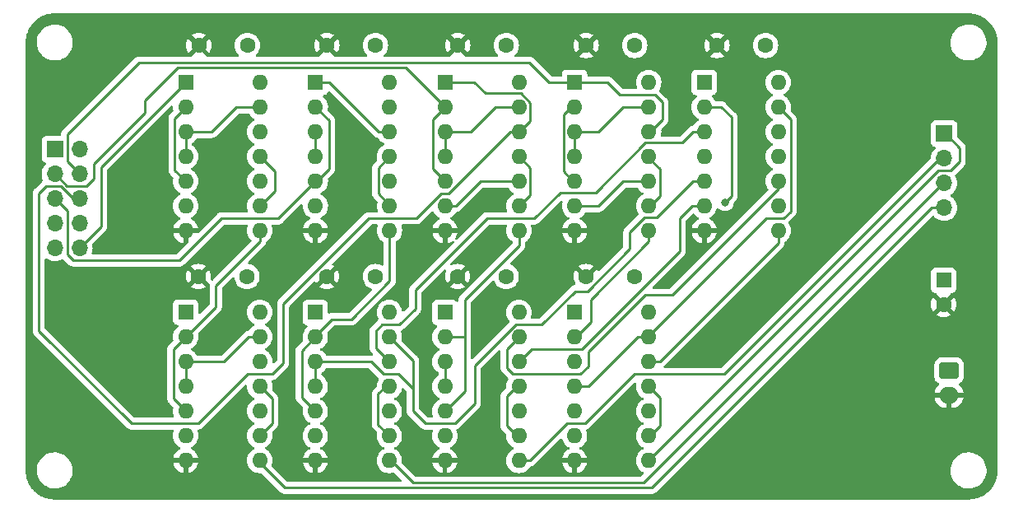
<source format=gbr>
%TF.GenerationSoftware,KiCad,Pcbnew,7.0.8*%
%TF.CreationDate,2024-08-21T13:00:36+09:00*%
%TF.ProjectId,adder,61646465-722e-46b6-9963-61645f706362,rev?*%
%TF.SameCoordinates,Original*%
%TF.FileFunction,Copper,L2,Bot*%
%TF.FilePolarity,Positive*%
%FSLAX46Y46*%
G04 Gerber Fmt 4.6, Leading zero omitted, Abs format (unit mm)*
G04 Created by KiCad (PCBNEW 7.0.8) date 2024-08-21 13:00:36*
%MOMM*%
%LPD*%
G01*
G04 APERTURE LIST*
G04 Aperture macros list*
%AMRoundRect*
0 Rectangle with rounded corners*
0 $1 Rounding radius*
0 $2 $3 $4 $5 $6 $7 $8 $9 X,Y pos of 4 corners*
0 Add a 4 corners polygon primitive as box body*
4,1,4,$2,$3,$4,$5,$6,$7,$8,$9,$2,$3,0*
0 Add four circle primitives for the rounded corners*
1,1,$1+$1,$2,$3*
1,1,$1+$1,$4,$5*
1,1,$1+$1,$6,$7*
1,1,$1+$1,$8,$9*
0 Add four rect primitives between the rounded corners*
20,1,$1+$1,$2,$3,$4,$5,0*
20,1,$1+$1,$4,$5,$6,$7,0*
20,1,$1+$1,$6,$7,$8,$9,0*
20,1,$1+$1,$8,$9,$2,$3,0*%
G04 Aperture macros list end*
%TA.AperFunction,ComponentPad*%
%ADD10R,1.600000X1.600000*%
%TD*%
%TA.AperFunction,ComponentPad*%
%ADD11O,1.600000X1.600000*%
%TD*%
%TA.AperFunction,ComponentPad*%
%ADD12C,1.600000*%
%TD*%
%TA.AperFunction,ComponentPad*%
%ADD13R,1.700000X1.700000*%
%TD*%
%TA.AperFunction,ComponentPad*%
%ADD14O,1.700000X1.700000*%
%TD*%
%TA.AperFunction,ComponentPad*%
%ADD15RoundRect,0.250000X-0.750000X0.600000X-0.750000X-0.600000X0.750000X-0.600000X0.750000X0.600000X0*%
%TD*%
%TA.AperFunction,ComponentPad*%
%ADD16O,2.000000X1.700000*%
%TD*%
%TA.AperFunction,ViaPad*%
%ADD17C,0.800000*%
%TD*%
%TA.AperFunction,Conductor*%
%ADD18C,0.250000*%
%TD*%
G04 APERTURE END LIST*
D10*
%TO.P,U4,1*%
%TO.N,Net-(U4-Pad1)*%
X106299000Y-62992000D03*
D11*
%TO.P,U4,2*%
%TO.N,Net-(U3-Pad8)*%
X106299000Y-65532000D03*
%TO.P,U4,3*%
%TO.N,Net-(U4-Pad13)*%
X106299000Y-68072000D03*
%TO.P,U4,4*%
X106299000Y-70612000D03*
%TO.P,U4,5*%
%TO.N,Net-(U3-Pad8)*%
X106299000Y-73152000D03*
%TO.P,U4,6*%
%TO.N,Net-(U4-Pad10)*%
X106299000Y-75692000D03*
%TO.P,U4,7,GND*%
%TO.N,GND*%
X106299000Y-78232000D03*
%TO.P,U4,8*%
%TO.N,/s_2*%
X113919000Y-78232000D03*
%TO.P,U4,9*%
%TO.N,Net-(U4-Pad11)*%
X113919000Y-75692000D03*
%TO.P,U4,10*%
%TO.N,Net-(U4-Pad10)*%
X113919000Y-73152000D03*
%TO.P,U4,11*%
%TO.N,Net-(U4-Pad11)*%
X113919000Y-70612000D03*
%TO.P,U4,12*%
%TO.N,Net-(U4-Pad1)*%
X113919000Y-68072000D03*
%TO.P,U4,13*%
%TO.N,Net-(U4-Pad13)*%
X113919000Y-65532000D03*
%TO.P,U4,14,VCC*%
%TO.N,VCC*%
X113919000Y-62992000D03*
%TD*%
D10*
%TO.P,U7,1*%
%TO.N,/b_4*%
X132979000Y-39365000D03*
D11*
%TO.P,U7,2*%
%TO.N,/a_4*%
X132979000Y-41905000D03*
%TO.P,U7,3*%
%TO.N,Net-(U7-Pad13)*%
X132979000Y-44445000D03*
%TO.P,U7,4*%
X132979000Y-46985000D03*
%TO.P,U7,5*%
%TO.N,/a_4*%
X132979000Y-49525000D03*
%TO.P,U7,6*%
%TO.N,Net-(U7-Pad10)*%
X132979000Y-52065000D03*
%TO.P,U7,7,GND*%
%TO.N,GND*%
X132979000Y-54605000D03*
%TO.P,U7,8*%
%TO.N,Net-(U7-Pad8)*%
X140599000Y-54605000D03*
%TO.P,U7,9*%
%TO.N,Net-(U7-Pad11)*%
X140599000Y-52065000D03*
%TO.P,U7,10*%
%TO.N,Net-(U7-Pad10)*%
X140599000Y-49525000D03*
%TO.P,U7,11*%
%TO.N,Net-(U7-Pad11)*%
X140599000Y-46985000D03*
%TO.P,U7,12*%
%TO.N,/b_4*%
X140599000Y-44445000D03*
%TO.P,U7,13*%
%TO.N,Net-(U7-Pad13)*%
X140599000Y-41905000D03*
%TO.P,U7,14,VCC*%
%TO.N,VCC*%
X140599000Y-39365000D03*
%TD*%
D10*
%TO.P,C10,1*%
%TO.N,VCC*%
X170942000Y-59690000D03*
D12*
%TO.P,C10,2*%
%TO.N,GND*%
X170942000Y-62190000D03*
%TD*%
%TO.P,C7,1*%
%TO.N,VCC*%
X139162000Y-35555000D03*
%TO.P,C7,2*%
%TO.N,GND*%
X134162000Y-35555000D03*
%TD*%
%TO.P,C6,1*%
%TO.N,VCC*%
X125944000Y-59309000D03*
%TO.P,C6,2*%
%TO.N,GND*%
X120944000Y-59309000D03*
%TD*%
D10*
%TO.P,U6,1*%
%TO.N,Net-(U6-Pad1)*%
X119634000Y-62992000D03*
D11*
%TO.P,U6,2*%
%TO.N,Net-(U5-Pad8)*%
X119634000Y-65532000D03*
%TO.P,U6,3*%
%TO.N,Net-(U6-Pad13)*%
X119634000Y-68072000D03*
%TO.P,U6,4*%
X119634000Y-70612000D03*
%TO.P,U6,5*%
%TO.N,Net-(U5-Pad8)*%
X119634000Y-73152000D03*
%TO.P,U6,6*%
%TO.N,Net-(U6-Pad10)*%
X119634000Y-75692000D03*
%TO.P,U6,7,GND*%
%TO.N,GND*%
X119634000Y-78232000D03*
%TO.P,U6,8*%
%TO.N,/s_3*%
X127254000Y-78232000D03*
%TO.P,U6,9*%
%TO.N,Net-(U6-Pad11)*%
X127254000Y-75692000D03*
%TO.P,U6,10*%
%TO.N,Net-(U6-Pad10)*%
X127254000Y-73152000D03*
%TO.P,U6,11*%
%TO.N,Net-(U6-Pad11)*%
X127254000Y-70612000D03*
%TO.P,U6,12*%
%TO.N,Net-(U6-Pad1)*%
X127254000Y-68072000D03*
%TO.P,U6,13*%
%TO.N,Net-(U6-Pad13)*%
X127254000Y-65532000D03*
%TO.P,U6,14,VCC*%
%TO.N,VCC*%
X127254000Y-62992000D03*
%TD*%
D10*
%TO.P,U5,1*%
%TO.N,/b_3*%
X119644000Y-39365000D03*
D11*
%TO.P,U5,2*%
%TO.N,/a_3*%
X119644000Y-41905000D03*
%TO.P,U5,3*%
%TO.N,Net-(U5-Pad13)*%
X119644000Y-44445000D03*
%TO.P,U5,4*%
X119644000Y-46985000D03*
%TO.P,U5,5*%
%TO.N,/a_3*%
X119644000Y-49525000D03*
%TO.P,U5,6*%
%TO.N,Net-(U5-Pad10)*%
X119644000Y-52065000D03*
%TO.P,U5,7,GND*%
%TO.N,GND*%
X119644000Y-54605000D03*
%TO.P,U5,8*%
%TO.N,Net-(U5-Pad8)*%
X127264000Y-54605000D03*
%TO.P,U5,9*%
%TO.N,Net-(U5-Pad11)*%
X127264000Y-52065000D03*
%TO.P,U5,10*%
%TO.N,Net-(U5-Pad10)*%
X127264000Y-49525000D03*
%TO.P,U5,11*%
%TO.N,Net-(U5-Pad11)*%
X127264000Y-46985000D03*
%TO.P,U5,12*%
%TO.N,/b_3*%
X127264000Y-44445000D03*
%TO.P,U5,13*%
%TO.N,Net-(U5-Pad13)*%
X127264000Y-41905000D03*
%TO.P,U5,14,VCC*%
%TO.N,VCC*%
X127264000Y-39365000D03*
%TD*%
D12*
%TO.P,C2,1*%
%TO.N,VCC*%
X99274000Y-59309000D03*
%TO.P,C2,2*%
%TO.N,GND*%
X94274000Y-59309000D03*
%TD*%
D13*
%TO.P,J3,1,Pin_1*%
%TO.N,/s_4*%
X171000000Y-44630000D03*
D14*
%TO.P,J3,2,Pin_2*%
%TO.N,/s_3*%
X171000000Y-47170000D03*
%TO.P,J3,3,Pin_3*%
%TO.N,/s_2*%
X171000000Y-49710000D03*
%TO.P,J3,4,Pin_4*%
%TO.N,/s_1*%
X171000000Y-52250000D03*
%TD*%
D10*
%TO.P,U3,1*%
%TO.N,/b_2*%
X106319000Y-39360000D03*
D11*
%TO.P,U3,2*%
%TO.N,/a_2*%
X106319000Y-41900000D03*
%TO.P,U3,3*%
%TO.N,Net-(U3-Pad13)*%
X106319000Y-44440000D03*
%TO.P,U3,4*%
X106319000Y-46980000D03*
%TO.P,U3,5*%
%TO.N,/a_2*%
X106319000Y-49520000D03*
%TO.P,U3,6*%
%TO.N,Net-(U3-Pad10)*%
X106319000Y-52060000D03*
%TO.P,U3,7,GND*%
%TO.N,GND*%
X106319000Y-54600000D03*
%TO.P,U3,8*%
%TO.N,Net-(U3-Pad8)*%
X113939000Y-54600000D03*
%TO.P,U3,9*%
%TO.N,Net-(U3-Pad11)*%
X113939000Y-52060000D03*
%TO.P,U3,10*%
%TO.N,Net-(U3-Pad10)*%
X113939000Y-49520000D03*
%TO.P,U3,11*%
%TO.N,Net-(U3-Pad11)*%
X113939000Y-46980000D03*
%TO.P,U3,12*%
%TO.N,/b_2*%
X113939000Y-44440000D03*
%TO.P,U3,13*%
%TO.N,Net-(U3-Pad13)*%
X113939000Y-41900000D03*
%TO.P,U3,14,VCC*%
%TO.N,VCC*%
X113939000Y-39360000D03*
%TD*%
D10*
%TO.P,U8,1*%
%TO.N,Net-(U8-Pad1)*%
X132969000Y-62992000D03*
D11*
%TO.P,U8,2*%
%TO.N,Net-(U7-Pad8)*%
X132969000Y-65532000D03*
%TO.P,U8,3*%
%TO.N,Net-(U8-Pad13)*%
X132969000Y-68072000D03*
%TO.P,U8,4*%
X132969000Y-70612000D03*
%TO.P,U8,5*%
%TO.N,Net-(U7-Pad8)*%
X132969000Y-73152000D03*
%TO.P,U8,6*%
%TO.N,Net-(U8-Pad10)*%
X132969000Y-75692000D03*
%TO.P,U8,7,GND*%
%TO.N,GND*%
X132969000Y-78232000D03*
%TO.P,U8,8*%
%TO.N,/s_4*%
X140589000Y-78232000D03*
%TO.P,U8,9*%
%TO.N,Net-(U8-Pad11)*%
X140589000Y-75692000D03*
%TO.P,U8,10*%
%TO.N,Net-(U8-Pad10)*%
X140589000Y-73152000D03*
%TO.P,U8,11*%
%TO.N,Net-(U8-Pad11)*%
X140589000Y-70612000D03*
%TO.P,U8,12*%
%TO.N,Net-(U8-Pad1)*%
X140589000Y-68072000D03*
%TO.P,U8,13*%
%TO.N,Net-(U8-Pad13)*%
X140589000Y-65532000D03*
%TO.P,U8,14,VCC*%
%TO.N,VCC*%
X140589000Y-62992000D03*
%TD*%
D12*
%TO.P,C8,1*%
%TO.N,VCC*%
X139152000Y-59309000D03*
%TO.P,C8,2*%
%TO.N,GND*%
X134152000Y-59309000D03*
%TD*%
D10*
%TO.P,U2,1*%
%TO.N,/c_in*%
X92974000Y-62987000D03*
D11*
%TO.P,U2,2*%
%TO.N,Net-(U1-Pad8)*%
X92974000Y-65527000D03*
%TO.P,U2,3*%
%TO.N,Net-(U2-Pad13)*%
X92974000Y-68067000D03*
%TO.P,U2,4*%
X92974000Y-70607000D03*
%TO.P,U2,5*%
%TO.N,Net-(U1-Pad8)*%
X92974000Y-73147000D03*
%TO.P,U2,6*%
%TO.N,Net-(U2-Pad10)*%
X92974000Y-75687000D03*
%TO.P,U2,7,GND*%
%TO.N,GND*%
X92974000Y-78227000D03*
%TO.P,U2,8*%
%TO.N,/s_1*%
X100594000Y-78227000D03*
%TO.P,U2,9*%
%TO.N,Net-(U2-Pad11)*%
X100594000Y-75687000D03*
%TO.P,U2,10*%
%TO.N,Net-(U2-Pad10)*%
X100594000Y-73147000D03*
%TO.P,U2,11*%
%TO.N,Net-(U2-Pad11)*%
X100594000Y-70607000D03*
%TO.P,U2,12*%
%TO.N,/c_in*%
X100594000Y-68067000D03*
%TO.P,U2,13*%
%TO.N,Net-(U2-Pad13)*%
X100594000Y-65527000D03*
%TO.P,U2,14,VCC*%
%TO.N,VCC*%
X100594000Y-62987000D03*
%TD*%
D12*
%TO.P,C5,1*%
%TO.N,VCC*%
X125954000Y-35555000D03*
%TO.P,C5,2*%
%TO.N,GND*%
X120954000Y-35555000D03*
%TD*%
D10*
%TO.P,U9,1*%
%TO.N,Net-(U1-Pad13)*%
X146314000Y-39365000D03*
D11*
%TO.P,U9,2*%
%TO.N,Net-(U2-Pad13)*%
X146314000Y-41905000D03*
%TO.P,U9,3*%
%TO.N,Net-(U4-Pad1)*%
X146314000Y-44445000D03*
%TO.P,U9,4*%
%TO.N,Net-(U3-Pad13)*%
X146314000Y-46985000D03*
%TO.P,U9,5*%
%TO.N,Net-(U4-Pad13)*%
X146314000Y-49525000D03*
%TO.P,U9,6*%
%TO.N,Net-(U6-Pad1)*%
X146314000Y-52065000D03*
%TO.P,U9,7,GND*%
%TO.N,GND*%
X146314000Y-54605000D03*
%TO.P,U9,8*%
%TO.N,Net-(U8-Pad1)*%
X153934000Y-54605000D03*
%TO.P,U9,9*%
%TO.N,Net-(U5-Pad13)*%
X153934000Y-52065000D03*
%TO.P,U9,10*%
%TO.N,Net-(U6-Pad13)*%
X153934000Y-49525000D03*
%TO.P,U9,11*%
%TO.N,/c_out*%
X153934000Y-46985000D03*
%TO.P,U9,12*%
%TO.N,Net-(U7-Pad13)*%
X153934000Y-44445000D03*
%TO.P,U9,13*%
%TO.N,Net-(U8-Pad13)*%
X153934000Y-41905000D03*
%TO.P,U9,14,VCC*%
%TO.N,VCC*%
X153934000Y-39365000D03*
%TD*%
D12*
%TO.P,C9,1*%
%TO.N,VCC*%
X152624000Y-35555000D03*
%TO.P,C9,2*%
%TO.N,GND*%
X147624000Y-35555000D03*
%TD*%
%TO.P,C4,1*%
%TO.N,VCC*%
X112482000Y-59309000D03*
%TO.P,C4,2*%
%TO.N,GND*%
X107482000Y-59309000D03*
%TD*%
%TO.P,C1,1*%
%TO.N,VCC*%
X99324000Y-35555000D03*
%TO.P,C1,2*%
%TO.N,GND*%
X94324000Y-35555000D03*
%TD*%
D10*
%TO.P,U1,1*%
%TO.N,/b_1*%
X92974000Y-39365000D03*
D11*
%TO.P,U1,2*%
%TO.N,/a_1*%
X92974000Y-41905000D03*
%TO.P,U1,3*%
%TO.N,Net-(U1-Pad13)*%
X92974000Y-44445000D03*
%TO.P,U1,4*%
X92974000Y-46985000D03*
%TO.P,U1,5*%
%TO.N,/a_1*%
X92974000Y-49525000D03*
%TO.P,U1,6*%
%TO.N,Net-(U1-Pad10)*%
X92974000Y-52065000D03*
%TO.P,U1,7,GND*%
%TO.N,GND*%
X92974000Y-54605000D03*
%TO.P,U1,8*%
%TO.N,Net-(U1-Pad8)*%
X100594000Y-54605000D03*
%TO.P,U1,9*%
%TO.N,Net-(U1-Pad11)*%
X100594000Y-52065000D03*
%TO.P,U1,10*%
%TO.N,Net-(U1-Pad10)*%
X100594000Y-49525000D03*
%TO.P,U1,11*%
%TO.N,Net-(U1-Pad11)*%
X100594000Y-46985000D03*
%TO.P,U1,12*%
%TO.N,/b_1*%
X100594000Y-44445000D03*
%TO.P,U1,13*%
%TO.N,Net-(U1-Pad13)*%
X100594000Y-41905000D03*
%TO.P,U1,14,VCC*%
%TO.N,VCC*%
X100594000Y-39365000D03*
%TD*%
D13*
%TO.P,J1,1,Pin_1*%
%TO.N,/a_4*%
X79502000Y-46228000D03*
D14*
%TO.P,J1,2,Pin_2*%
%TO.N,/c_out*%
X82042000Y-46228000D03*
%TO.P,J1,3,Pin_3*%
%TO.N,/a_3*%
X79502000Y-48768000D03*
%TO.P,J1,4,Pin_4*%
%TO.N,/b_4*%
X82042000Y-48768000D03*
%TO.P,J1,5,Pin_5*%
%TO.N,/a_2*%
X79502000Y-51308000D03*
%TO.P,J1,6,Pin_6*%
%TO.N,/b_3*%
X82042000Y-51308000D03*
%TO.P,J1,7,Pin_7*%
%TO.N,/a_1*%
X79502000Y-53848000D03*
%TO.P,J1,8,Pin_8*%
%TO.N,/b_2*%
X82042000Y-53848000D03*
%TO.P,J1,9,Pin_9*%
%TO.N,/c_in*%
X79502000Y-56388000D03*
%TO.P,J1,10,Pin_10*%
%TO.N,/b_1*%
X82042000Y-56388000D03*
%TD*%
D15*
%TO.P,J2,1,Pin_1*%
%TO.N,VCC*%
X171500000Y-69000000D03*
D16*
%TO.P,J2,2,Pin_2*%
%TO.N,GND*%
X171500000Y-71500000D03*
%TD*%
D12*
%TO.P,C3,1*%
%TO.N,VCC*%
X112492000Y-35555000D03*
%TO.P,C3,2*%
%TO.N,GND*%
X107492000Y-35555000D03*
%TD*%
D17*
%TO.N,GND*%
X77500000Y-39250000D03*
X83500000Y-33250000D03*
X96774000Y-76962000D03*
X83750000Y-81250000D03*
X110250000Y-70750000D03*
X102108000Y-60198000D03*
X87630000Y-59944000D03*
X87503000Y-67691000D03*
X124500000Y-71000000D03*
X117500000Y-72000000D03*
X175500000Y-75500000D03*
X123444000Y-76962000D03*
X146558000Y-67310000D03*
X175500000Y-39000000D03*
X123500000Y-64000000D03*
X138500000Y-72000000D03*
X154432000Y-59436000D03*
X169500000Y-33750000D03*
X169500000Y-81250000D03*
X168000000Y-45500000D03*
X95500000Y-66500000D03*
X136906000Y-76962000D03*
X161250000Y-39750000D03*
X109982000Y-76962000D03*
X158242000Y-55118000D03*
X96750000Y-55000000D03*
X150241000Y-49530000D03*
X77500000Y-74750000D03*
%TO.N,Net-(U2-Pad13)*%
X148463000Y-51689000D03*
%TD*%
D18*
%TO.N,/a_4*%
X132593000Y-41905000D02*
X131830000Y-42668000D01*
X131830000Y-48518000D02*
X132837000Y-49525000D01*
X132979000Y-41905000D02*
X132593000Y-41905000D01*
X131830000Y-42668000D02*
X131830000Y-48518000D01*
X132837000Y-49525000D02*
X132979000Y-49525000D01*
%TO.N,/a_3*%
X115585000Y-37846000D02*
X119644000Y-41905000D01*
X119644000Y-49525000D02*
X118364000Y-48245000D01*
X82750000Y-50000000D02*
X83500000Y-49250000D01*
X83500000Y-47750000D02*
X88750000Y-42500000D01*
X83500000Y-49250000D02*
X83500000Y-47750000D01*
X88750000Y-41250000D02*
X92154000Y-37846000D01*
X92154000Y-37846000D02*
X115585000Y-37846000D01*
X80734000Y-50000000D02*
X82750000Y-50000000D01*
X79502000Y-48768000D02*
X80734000Y-50000000D01*
X118364000Y-43185000D02*
X119644000Y-41905000D01*
X88750000Y-42500000D02*
X88750000Y-41250000D01*
X119644000Y-49525000D02*
X119375000Y-49525000D01*
X118364000Y-48245000D02*
X118364000Y-43185000D01*
%TO.N,/a_2*%
X106436000Y-49520000D02*
X106319000Y-49520000D01*
X107696000Y-43277000D02*
X107696000Y-48260000D01*
X96647000Y-53340000D02*
X102499000Y-53340000D01*
X107696000Y-48260000D02*
X106436000Y-49520000D01*
X92329000Y-57658000D02*
X96647000Y-53340000D01*
X81407000Y-57658000D02*
X92329000Y-57658000D01*
X79502000Y-51308000D02*
X80772000Y-52578000D01*
X106319000Y-41900000D02*
X107696000Y-43277000D01*
X80772000Y-52578000D02*
X80772000Y-57023000D01*
X102499000Y-53340000D02*
X106319000Y-49520000D01*
X80772000Y-57023000D02*
X81407000Y-57658000D01*
%TO.N,/a_1*%
X91824600Y-43049400D02*
X91824600Y-48375600D01*
X92974000Y-41905000D02*
X92969000Y-41905000D01*
X92969000Y-41905000D02*
X91824600Y-43049400D01*
X91824600Y-48375600D02*
X92974000Y-49525000D01*
%TO.N,/b_1*%
X92974000Y-39365000D02*
X92969000Y-39365000D01*
X84250000Y-54180000D02*
X82042000Y-56388000D01*
X92969000Y-39365000D02*
X84250000Y-48084000D01*
X84250000Y-48084000D02*
X84250000Y-54180000D01*
%TO.N,/b_2*%
X113939000Y-44440000D02*
X112812000Y-44440000D01*
X112812000Y-44440000D02*
X107732000Y-39360000D01*
X107732000Y-39360000D02*
X106319000Y-39360000D01*
%TO.N,/b_3*%
X111794000Y-53330000D02*
X116705000Y-53330000D01*
X77851000Y-64897000D02*
X87376000Y-74422000D01*
X78613000Y-50038000D02*
X77851000Y-50800000D01*
X122677000Y-39365000D02*
X119644000Y-39365000D01*
X103000000Y-68196000D02*
X103000000Y-62124000D01*
X82042000Y-51308000D02*
X81405604Y-51308000D01*
X99314000Y-69342000D02*
X101854000Y-69342000D01*
X126371000Y-44445000D02*
X127264000Y-44445000D01*
X80135604Y-50038000D02*
X78613000Y-50038000D01*
X120021000Y-50795000D02*
X126371000Y-44445000D01*
X116705000Y-53330000D02*
X119240000Y-50795000D01*
X128414000Y-41444400D02*
X127462000Y-40491900D01*
X101854000Y-69342000D02*
X103000000Y-68196000D01*
X77851000Y-50800000D02*
X77851000Y-64897000D01*
X123803900Y-40491900D02*
X122677000Y-39365000D01*
X103000000Y-62124000D02*
X111794000Y-53330000D01*
X119240000Y-50795000D02*
X120021000Y-50795000D01*
X81405604Y-51308000D02*
X80135604Y-50038000D01*
X87376000Y-74422000D02*
X94234000Y-74422000D01*
X127264000Y-44445000D02*
X128414000Y-43295000D01*
X94234000Y-74422000D02*
X99314000Y-69342000D01*
X128414000Y-43295000D02*
X128414000Y-41444400D01*
X127462000Y-40491900D02*
X123803900Y-40491900D01*
%TO.N,/b_4*%
X140599000Y-44445000D02*
X140721000Y-44445000D01*
X82042000Y-48768000D02*
X80772000Y-47498000D01*
X141224000Y-40640000D02*
X137640000Y-40640000D01*
X137640000Y-40640000D02*
X136365000Y-39365000D01*
X136365000Y-39365000D02*
X132979000Y-39365000D01*
X141986000Y-41402000D02*
X141224000Y-40640000D01*
X128338000Y-37338000D02*
X130365000Y-39365000D01*
X80772000Y-47498000D02*
X80772000Y-44704000D01*
X130365000Y-39365000D02*
X132979000Y-39365000D01*
X140721000Y-44445000D02*
X141986000Y-43180000D01*
X80772000Y-44704000D02*
X88138000Y-37338000D01*
X141986000Y-43180000D02*
X141986000Y-41402000D01*
X88138000Y-37338000D02*
X128338000Y-37338000D01*
%TO.N,/s_4*%
X172593000Y-46101000D02*
X172593000Y-47498000D01*
X171112000Y-44620000D02*
X172593000Y-46101000D01*
X171661000Y-48430000D02*
X170391000Y-48430000D01*
X170900000Y-44620000D02*
X171112000Y-44620000D01*
X170391000Y-48430000D02*
X140589000Y-78232000D01*
X172593000Y-47498000D02*
X171661000Y-48430000D01*
%TO.N,/s_3*%
X128381000Y-78232000D02*
X132191000Y-74422000D01*
X127254000Y-78232000D02*
X128381000Y-78232000D01*
X148336000Y-69342000D02*
X170518000Y-47160000D01*
X139142000Y-69342000D02*
X148336000Y-69342000D01*
X134062000Y-74422000D02*
X139142000Y-69342000D01*
X132191000Y-74422000D02*
X134062000Y-74422000D01*
X170518000Y-47160000D02*
X170900000Y-47160000D01*
%TO.N,/s_2*%
X140082000Y-80518000D02*
X116332000Y-80518000D01*
X116332000Y-80518000D02*
X114046000Y-78232000D01*
X114046000Y-78232000D02*
X113919000Y-78232000D01*
X170900000Y-49700000D02*
X140082000Y-80518000D01*
%TO.N,/s_1*%
X100594000Y-78496000D02*
X100594000Y-78227000D01*
X169723000Y-52240000D02*
X140937000Y-81026000D01*
X170900000Y-52240000D02*
X169723000Y-52240000D01*
X140937000Y-81026000D02*
X103124000Y-81026000D01*
X103124000Y-81026000D02*
X100594000Y-78496000D01*
%TO.N,Net-(U1-Pad13)*%
X98176000Y-41905000D02*
X100594000Y-41905000D01*
X95636000Y-44445000D02*
X98176000Y-41905000D01*
X92974000Y-46985000D02*
X92974000Y-44445000D01*
X92974000Y-44445000D02*
X95636000Y-44445000D01*
%TO.N,Net-(U1-Pad8)*%
X92974000Y-73147000D02*
X91694000Y-71867000D01*
X93253200Y-65242800D02*
X92974000Y-65522000D01*
X96064900Y-62431100D02*
X93253200Y-65242800D01*
X92969000Y-65527000D02*
X92974000Y-65527000D01*
X92974000Y-65522000D02*
X92974000Y-65527000D01*
X91694000Y-66802000D02*
X92969000Y-65527000D01*
X100594000Y-55731900D02*
X96064900Y-60261000D01*
X100594000Y-54605000D02*
X100594000Y-55731900D01*
X96064900Y-60261000D02*
X96064900Y-62431100D01*
X91694000Y-71867000D02*
X91694000Y-66802000D01*
%TO.N,Net-(U1-Pad11)*%
X100594000Y-46985000D02*
X100594000Y-47000000D01*
X100594000Y-47000000D02*
X102108000Y-48514000D01*
X102108000Y-50551000D02*
X100594000Y-52065000D01*
X102108000Y-48514000D02*
X102108000Y-50551000D01*
%TO.N,Net-(U2-Pad13)*%
X92974000Y-68067000D02*
X92974000Y-70607000D01*
X149098000Y-51054000D02*
X149098000Y-42926000D01*
X92974000Y-68067000D02*
X96927100Y-68067000D01*
X96927100Y-68067000D02*
X99467100Y-65527000D01*
X99467100Y-65527000D02*
X100594000Y-65527000D01*
X148463000Y-51689000D02*
X149098000Y-51054000D01*
X148077000Y-41905000D02*
X146314000Y-41905000D01*
X149098000Y-42926000D02*
X148077000Y-41905000D01*
%TO.N,Net-(U2-Pad11)*%
X100594000Y-75687000D02*
X100594000Y-75682000D01*
X101854000Y-74422000D02*
X101854000Y-71867000D01*
X100594000Y-75682000D02*
X101854000Y-74422000D01*
X101854000Y-71867000D02*
X100594000Y-70607000D01*
%TO.N,Net-(U3-Pad13)*%
X106319000Y-46980000D02*
X106319000Y-44440000D01*
%TO.N,Net-(U3-Pad8)*%
X113939000Y-54600000D02*
X113939000Y-59797000D01*
X106299000Y-65532000D02*
X104902000Y-66929000D01*
X110031000Y-63705000D02*
X107999000Y-63705000D01*
X104902000Y-66929000D02*
X104902000Y-71755000D01*
X104902000Y-71755000D02*
X106299000Y-73152000D01*
X113939000Y-59797000D02*
X110031000Y-63705000D01*
X106299000Y-65405000D02*
X106299000Y-65532000D01*
X107999000Y-63705000D02*
X106299000Y-65405000D01*
%TO.N,Net-(U3-Pad11)*%
X112790000Y-50814000D02*
X113939000Y-51963000D01*
X113939000Y-51963000D02*
X113939000Y-52060000D01*
X113939000Y-46980000D02*
X112790000Y-48129000D01*
X112790000Y-48129000D02*
X112790000Y-50814000D01*
%TO.N,Net-(U4-Pad1)*%
X123957000Y-53335000D02*
X116586000Y-60706000D01*
X131512000Y-50670900D02*
X128848000Y-53335000D01*
X144060000Y-45571900D02*
X140262000Y-45571900D01*
X112522000Y-66675000D02*
X113919000Y-68072000D01*
X128848000Y-53335000D02*
X123957000Y-53335000D01*
X146314000Y-44445000D02*
X145187000Y-44445000D01*
X112522000Y-64897000D02*
X112522000Y-66675000D01*
X116586000Y-60706000D02*
X116586000Y-62611000D01*
X145187000Y-44445000D02*
X144060000Y-45571900D01*
X113157000Y-64262000D02*
X112522000Y-64897000D01*
X135163000Y-50670900D02*
X131512000Y-50670900D01*
X116586000Y-62611000D02*
X114935000Y-64262000D01*
X140262000Y-45571900D02*
X135163000Y-50670900D01*
X114935000Y-64262000D02*
X113157000Y-64262000D01*
%TO.N,Net-(U4-Pad13)*%
X145187000Y-49525000D02*
X141462000Y-53250000D01*
X138618000Y-54790800D02*
X138618000Y-56487300D01*
X140158800Y-53250000D02*
X138618000Y-54790800D01*
X116332000Y-70866000D02*
X116332000Y-67945000D01*
X114808000Y-69342000D02*
X113284000Y-69342000D01*
X122682000Y-68505000D02*
X122682000Y-72390000D01*
X106299000Y-68072000D02*
X106862000Y-68072000D01*
X117602000Y-74422000D02*
X116332000Y-73152000D01*
X107426000Y-68072000D02*
X106862000Y-68072000D01*
X122682000Y-72390000D02*
X120650000Y-74422000D01*
X106862000Y-68072000D02*
X107426000Y-68072000D01*
X133037000Y-60815600D02*
X129591000Y-64262000D01*
X116332000Y-70866000D02*
X114808000Y-69342000D01*
X138618000Y-56487300D02*
X134290000Y-60815600D01*
X134290000Y-60815600D02*
X133037000Y-60815600D01*
X116332000Y-67945000D02*
X113919000Y-65532000D01*
X120650000Y-74422000D02*
X117602000Y-74422000D01*
X112014000Y-68072000D02*
X107426000Y-68072000D01*
X126925000Y-64262000D02*
X122682000Y-68505000D01*
X141462000Y-53250000D02*
X140158800Y-53250000D01*
X146314000Y-49525000D02*
X145187000Y-49525000D01*
X106299000Y-68635500D02*
X106299000Y-70612000D01*
X106862000Y-68072000D02*
X106299000Y-68635500D01*
X116332000Y-73152000D02*
X116332000Y-70866000D01*
X129591000Y-64262000D02*
X126925000Y-64262000D01*
X106862000Y-68072000D02*
X106299000Y-68072000D01*
X113284000Y-69342000D02*
X112014000Y-68072000D01*
%TO.N,Net-(U4-Pad11)*%
X113919000Y-75692000D02*
X112770000Y-74542600D01*
X113538000Y-70612000D02*
X113919000Y-70612000D01*
X112770000Y-74542600D02*
X112770000Y-71380400D01*
X112770000Y-71380400D02*
X113538000Y-70612000D01*
%TO.N,Net-(U5-Pad13)*%
X127264000Y-41905000D02*
X124846000Y-41905000D01*
X124846000Y-41905000D02*
X122306000Y-44445000D01*
X119644000Y-44445000D02*
X119644000Y-46985000D01*
X122306000Y-44445000D02*
X119644000Y-44445000D01*
%TO.N,Net-(U5-Pad10)*%
X123311000Y-49525000D02*
X120771000Y-52065000D01*
X120771000Y-52065000D02*
X119644000Y-52065000D01*
X127264000Y-49525000D02*
X123311000Y-49525000D01*
%TO.N,Net-(U5-Pad8)*%
X127264000Y-54605000D02*
X127264000Y-56124000D01*
X119634000Y-65532000D02*
X121666000Y-65532000D01*
X121666000Y-71120000D02*
X119634000Y-73152000D01*
X127264000Y-56124000D02*
X121666000Y-61722000D01*
X121666000Y-65532000D02*
X121666000Y-71120000D01*
X121666000Y-61722000D02*
X121666000Y-65532000D01*
%TO.N,Net-(U5-Pad11)*%
X128413000Y-48134000D02*
X128413000Y-50916000D01*
X127264000Y-46985000D02*
X128413000Y-48134000D01*
X128413000Y-50916000D02*
X127264000Y-52065000D01*
%TO.N,Net-(U6-Pad1)*%
X143764000Y-53340000D02*
X143764000Y-56736000D01*
X145039000Y-52065000D02*
X143764000Y-53340000D01*
X133698000Y-66802000D02*
X128524000Y-66802000D01*
X128524000Y-66802000D02*
X127254000Y-68072000D01*
X143764000Y-56736000D02*
X133698000Y-66802000D01*
X146314000Y-52065000D02*
X145039000Y-52065000D01*
%TO.N,Net-(U6-Pad13)*%
X126619000Y-69342000D02*
X126000000Y-68723000D01*
X143002000Y-61214000D02*
X140208000Y-61214000D01*
X134388000Y-68524200D02*
X133570000Y-69342000D01*
X140208000Y-61214000D02*
X134388000Y-67034000D01*
X126000000Y-66786000D02*
X127254000Y-65532000D01*
X133570000Y-69342000D02*
X126619000Y-69342000D01*
X119634000Y-68072000D02*
X119634000Y-70612000D01*
X153934000Y-50282000D02*
X143002000Y-61214000D01*
X126000000Y-68723000D02*
X126000000Y-66786000D01*
X153934000Y-49525000D02*
X153934000Y-50282000D01*
X134388000Y-67034000D02*
X134388000Y-68524200D01*
%TO.N,Net-(U6-Pad11)*%
X127254000Y-75692000D02*
X127000000Y-75692000D01*
X125984000Y-74676000D02*
X125984000Y-71628000D01*
X127000000Y-70612000D02*
X127254000Y-70612000D01*
X127000000Y-75692000D02*
X125984000Y-74676000D01*
X125984000Y-71628000D02*
X127000000Y-70612000D01*
%TO.N,Net-(U7-Pad13)*%
X137927000Y-41905000D02*
X135387000Y-44445000D01*
X140599000Y-41905000D02*
X137927000Y-41905000D01*
X135387000Y-44445000D02*
X132979000Y-44445000D01*
X132979000Y-44445000D02*
X132979000Y-46985000D01*
%TO.N,Net-(U7-Pad10)*%
X135435000Y-52065000D02*
X137975000Y-49525000D01*
X132979000Y-52065000D02*
X135435000Y-52065000D01*
X137975000Y-49525000D02*
X140599000Y-49525000D01*
%TO.N,Net-(U7-Pad8)*%
X134620000Y-61710900D02*
X134620000Y-64008000D01*
X140599000Y-54605000D02*
X140599000Y-55731900D01*
X140599000Y-55731900D02*
X134620000Y-61710900D01*
X133096000Y-65532000D02*
X132969000Y-65532000D01*
X134620000Y-64008000D02*
X133096000Y-65532000D01*
%TO.N,Net-(U7-Pad11)*%
X140721000Y-52065000D02*
X140599000Y-52065000D01*
X140599000Y-47127000D02*
X141748000Y-48276000D01*
X141748000Y-48276000D02*
X141748000Y-51038000D01*
X141748000Y-51038000D02*
X140721000Y-52065000D01*
X140599000Y-46985000D02*
X140599000Y-47127000D01*
%TO.N,Net-(U8-Pad1)*%
X141732000Y-68072000D02*
X140589000Y-68072000D01*
X153934000Y-54605000D02*
X153934000Y-55870000D01*
X153934000Y-55870000D02*
X141732000Y-68072000D01*
%TO.N,Net-(U8-Pad13)*%
X155194000Y-52619300D02*
X154478000Y-53335000D01*
X134382000Y-70612000D02*
X132969000Y-70612000D01*
X155194000Y-43180000D02*
X155194000Y-52619300D01*
X153934000Y-41905000D02*
X153934000Y-41920000D01*
X154478000Y-53335000D02*
X152659000Y-53335000D01*
X153934000Y-41920000D02*
X155194000Y-43180000D01*
X140589000Y-65405000D02*
X140589000Y-65532000D01*
X140589000Y-65532000D02*
X139462000Y-65532000D01*
X139462000Y-65532000D02*
X134382000Y-70612000D01*
X152659000Y-53335000D02*
X140589000Y-65405000D01*
%TO.N,Net-(U8-Pad11)*%
X140589000Y-70612000D02*
X141738000Y-71761000D01*
X141738000Y-71761000D02*
X141738000Y-74670000D01*
X140716000Y-75692000D02*
X140589000Y-75692000D01*
X141738000Y-74670000D02*
X140716000Y-75692000D01*
%TD*%
%TA.AperFunction,Conductor*%
%TO.N,GND*%
G36*
X112676990Y-53975185D02*
G01*
X112722745Y-54027989D01*
X112732689Y-54097147D01*
X112722333Y-54131905D01*
X112712262Y-54153502D01*
X112712258Y-54153511D01*
X112653366Y-54373302D01*
X112653364Y-54373313D01*
X112633532Y-54599998D01*
X112633532Y-54600001D01*
X112653364Y-54826686D01*
X112653366Y-54826697D01*
X112712258Y-55046488D01*
X112712261Y-55046497D01*
X112808431Y-55252732D01*
X112808432Y-55252734D01*
X112938954Y-55439141D01*
X113099858Y-55600045D01*
X113260623Y-55712613D01*
X113304248Y-55767189D01*
X113313500Y-55814188D01*
X113313500Y-58067151D01*
X113293815Y-58134190D01*
X113241011Y-58179945D01*
X113171853Y-58189889D01*
X113137095Y-58179533D01*
X113112500Y-58168064D01*
X112928496Y-58082261D01*
X112928492Y-58082260D01*
X112928488Y-58082258D01*
X112708697Y-58023366D01*
X112708693Y-58023365D01*
X112708692Y-58023365D01*
X112708691Y-58023364D01*
X112708686Y-58023364D01*
X112482002Y-58003532D01*
X112481998Y-58003532D01*
X112255313Y-58023364D01*
X112255302Y-58023366D01*
X112035511Y-58082258D01*
X112035502Y-58082261D01*
X111829267Y-58178431D01*
X111829265Y-58178432D01*
X111642858Y-58308954D01*
X111481954Y-58469858D01*
X111351432Y-58656265D01*
X111351431Y-58656267D01*
X111255261Y-58862502D01*
X111255258Y-58862511D01*
X111196366Y-59082302D01*
X111196364Y-59082313D01*
X111176532Y-59308998D01*
X111176532Y-59309001D01*
X111196364Y-59535686D01*
X111196366Y-59535697D01*
X111255258Y-59755488D01*
X111255261Y-59755497D01*
X111351431Y-59961732D01*
X111351432Y-59961734D01*
X111481954Y-60148141D01*
X111642858Y-60309045D01*
X111642861Y-60309047D01*
X111829266Y-60439568D01*
X112035504Y-60535739D01*
X112035506Y-60535739D01*
X112035513Y-60535742D01*
X112049005Y-60539357D01*
X112108666Y-60575721D01*
X112139196Y-60638568D01*
X112130902Y-60707943D01*
X112104594Y-60746813D01*
X109808228Y-63043181D01*
X109746905Y-63076666D01*
X109720547Y-63079500D01*
X108081738Y-63079500D01*
X108066121Y-63077776D01*
X108066094Y-63078062D01*
X108058332Y-63077327D01*
X107989204Y-63079500D01*
X107959650Y-63079500D01*
X107958929Y-63079590D01*
X107952757Y-63080369D01*
X107946945Y-63080826D01*
X107900373Y-63082290D01*
X107900372Y-63082290D01*
X107881129Y-63087881D01*
X107862079Y-63091825D01*
X107842211Y-63094334D01*
X107798884Y-63111488D01*
X107793357Y-63113380D01*
X107758096Y-63123625D01*
X107688227Y-63123427D01*
X107629556Y-63085486D01*
X107600712Y-63021848D01*
X107599499Y-63004549D01*
X107599499Y-62144129D01*
X107599498Y-62144123D01*
X107599497Y-62144116D01*
X107593091Y-62084517D01*
X107585756Y-62064852D01*
X107542797Y-61949671D01*
X107542793Y-61949664D01*
X107456547Y-61834455D01*
X107456544Y-61834452D01*
X107341335Y-61748206D01*
X107341328Y-61748202D01*
X107206482Y-61697908D01*
X107206483Y-61697908D01*
X107146883Y-61691501D01*
X107146881Y-61691500D01*
X107146873Y-61691500D01*
X107146864Y-61691500D01*
X105451129Y-61691500D01*
X105451123Y-61691501D01*
X105391516Y-61697908D01*
X105256671Y-61748202D01*
X105256664Y-61748206D01*
X105141455Y-61834452D01*
X105141452Y-61834455D01*
X105055206Y-61949664D01*
X105055202Y-61949671D01*
X105004908Y-62084517D01*
X104998501Y-62144116D01*
X104998501Y-62144123D01*
X104998500Y-62144135D01*
X104998500Y-63839870D01*
X104998501Y-63839876D01*
X105004908Y-63899483D01*
X105055202Y-64034328D01*
X105055206Y-64034335D01*
X105141452Y-64149544D01*
X105141455Y-64149547D01*
X105256664Y-64235793D01*
X105256671Y-64235797D01*
X105268187Y-64240092D01*
X105391517Y-64286091D01*
X105426596Y-64289862D01*
X105491144Y-64316599D01*
X105530993Y-64373991D01*
X105533488Y-64443816D01*
X105497836Y-64503905D01*
X105484464Y-64514725D01*
X105459858Y-64531954D01*
X105298954Y-64692858D01*
X105168432Y-64879265D01*
X105168431Y-64879267D01*
X105072261Y-65085502D01*
X105072258Y-65085511D01*
X105013366Y-65305302D01*
X105013364Y-65305313D01*
X104993969Y-65527000D01*
X104993532Y-65532000D01*
X105013364Y-65758686D01*
X105013365Y-65758691D01*
X105013366Y-65758697D01*
X105031680Y-65827048D01*
X105030017Y-65896897D01*
X104999586Y-65946821D01*
X104518208Y-66428199D01*
X104505951Y-66438020D01*
X104506134Y-66438241D01*
X104500123Y-66443213D01*
X104452772Y-66493636D01*
X104431889Y-66514519D01*
X104431877Y-66514532D01*
X104427621Y-66520017D01*
X104423837Y-66524447D01*
X104391937Y-66558418D01*
X104391936Y-66558420D01*
X104382284Y-66575976D01*
X104371610Y-66592226D01*
X104359329Y-66608061D01*
X104359324Y-66608068D01*
X104340815Y-66650838D01*
X104338245Y-66656084D01*
X104315803Y-66696906D01*
X104310822Y-66716307D01*
X104304521Y-66734710D01*
X104296562Y-66753102D01*
X104296561Y-66753105D01*
X104289271Y-66799127D01*
X104288087Y-66804846D01*
X104276501Y-66849972D01*
X104276500Y-66849982D01*
X104276500Y-66870016D01*
X104274973Y-66889415D01*
X104271840Y-66909194D01*
X104271840Y-66909195D01*
X104276225Y-66955583D01*
X104276500Y-66961421D01*
X104276500Y-71672255D01*
X104274775Y-71687872D01*
X104275061Y-71687899D01*
X104274326Y-71695665D01*
X104276500Y-71764814D01*
X104276500Y-71794343D01*
X104276501Y-71794360D01*
X104277368Y-71801231D01*
X104277826Y-71807050D01*
X104279290Y-71853624D01*
X104279291Y-71853627D01*
X104284880Y-71872867D01*
X104288824Y-71891911D01*
X104291336Y-71911792D01*
X104306410Y-71949865D01*
X104308490Y-71955119D01*
X104310382Y-71960647D01*
X104320183Y-71994382D01*
X104323382Y-72005390D01*
X104332868Y-72021431D01*
X104333580Y-72022634D01*
X104342138Y-72040103D01*
X104349514Y-72058732D01*
X104376898Y-72096423D01*
X104380106Y-72101307D01*
X104403827Y-72141416D01*
X104403833Y-72141424D01*
X104417990Y-72155580D01*
X104430628Y-72170376D01*
X104435860Y-72177578D01*
X104442406Y-72186587D01*
X104474705Y-72213307D01*
X104478309Y-72216288D01*
X104482620Y-72220210D01*
X104884501Y-72622092D01*
X104999586Y-72737177D01*
X105033071Y-72798500D01*
X105031680Y-72856949D01*
X105013367Y-72925296D01*
X105013364Y-72925313D01*
X104993532Y-73151999D01*
X104993532Y-73152001D01*
X105013364Y-73378686D01*
X105013366Y-73378697D01*
X105072258Y-73598488D01*
X105072261Y-73598497D01*
X105168431Y-73804732D01*
X105168432Y-73804734D01*
X105298954Y-73991141D01*
X105459858Y-74152045D01*
X105459861Y-74152047D01*
X105646266Y-74282568D01*
X105704275Y-74309618D01*
X105756714Y-74355791D01*
X105775866Y-74422984D01*
X105755650Y-74489865D01*
X105704275Y-74534382D01*
X105646267Y-74561431D01*
X105646265Y-74561432D01*
X105459858Y-74691954D01*
X105298954Y-74852858D01*
X105168432Y-75039265D01*
X105168431Y-75039267D01*
X105072261Y-75245502D01*
X105072258Y-75245511D01*
X105013366Y-75465302D01*
X105013364Y-75465313D01*
X104993532Y-75691998D01*
X104993532Y-75692001D01*
X105013364Y-75918686D01*
X105013366Y-75918697D01*
X105072258Y-76138488D01*
X105072261Y-76138497D01*
X105168431Y-76344732D01*
X105168432Y-76344734D01*
X105298954Y-76531141D01*
X105459858Y-76692045D01*
X105459861Y-76692047D01*
X105646266Y-76822568D01*
X105704865Y-76849893D01*
X105757305Y-76896065D01*
X105776457Y-76963258D01*
X105756242Y-77030139D01*
X105704867Y-77074657D01*
X105646515Y-77101867D01*
X105460179Y-77232342D01*
X105299342Y-77393179D01*
X105168865Y-77579517D01*
X105072734Y-77785673D01*
X105072730Y-77785682D01*
X105020127Y-77981999D01*
X105020128Y-77982000D01*
X105983314Y-77982000D01*
X105971359Y-77993955D01*
X105913835Y-78106852D01*
X105894014Y-78232000D01*
X105913835Y-78357148D01*
X105971359Y-78470045D01*
X105983314Y-78482000D01*
X105020128Y-78482000D01*
X105072730Y-78678317D01*
X105072734Y-78678326D01*
X105168865Y-78884482D01*
X105299342Y-79070820D01*
X105460179Y-79231657D01*
X105646517Y-79362134D01*
X105852673Y-79458265D01*
X105852682Y-79458269D01*
X106048999Y-79510872D01*
X106049000Y-79510871D01*
X106049000Y-78547686D01*
X106060955Y-78559641D01*
X106173852Y-78617165D01*
X106267519Y-78632000D01*
X106330481Y-78632000D01*
X106424148Y-78617165D01*
X106537045Y-78559641D01*
X106549000Y-78547686D01*
X106549000Y-79510872D01*
X106745317Y-79458269D01*
X106745326Y-79458265D01*
X106951482Y-79362134D01*
X107137820Y-79231657D01*
X107298657Y-79070820D01*
X107429134Y-78884482D01*
X107525265Y-78678326D01*
X107525269Y-78678317D01*
X107577872Y-78482000D01*
X106614686Y-78482000D01*
X106626641Y-78470045D01*
X106684165Y-78357148D01*
X106703986Y-78232000D01*
X106684165Y-78106852D01*
X106626641Y-77993955D01*
X106614686Y-77982000D01*
X107577872Y-77982000D01*
X107577872Y-77981999D01*
X107525269Y-77785682D01*
X107525265Y-77785673D01*
X107429134Y-77579517D01*
X107298657Y-77393179D01*
X107137820Y-77232342D01*
X106951482Y-77101865D01*
X106893133Y-77074657D01*
X106840694Y-77028484D01*
X106821542Y-76961291D01*
X106841758Y-76894410D01*
X106893129Y-76849895D01*
X106951734Y-76822568D01*
X107138139Y-76692047D01*
X107299047Y-76531139D01*
X107429568Y-76344734D01*
X107525739Y-76138496D01*
X107584635Y-75918692D01*
X107604468Y-75692000D01*
X107604030Y-75686998D01*
X107596082Y-75596147D01*
X107584635Y-75465308D01*
X107525739Y-75245504D01*
X107429568Y-75039266D01*
X107299047Y-74852861D01*
X107299045Y-74852858D01*
X107138141Y-74691954D01*
X106951734Y-74561432D01*
X106951728Y-74561429D01*
X106893725Y-74534382D01*
X106841285Y-74488210D01*
X106822133Y-74421017D01*
X106842348Y-74354135D01*
X106893725Y-74309618D01*
X106951734Y-74282568D01*
X107138139Y-74152047D01*
X107299047Y-73991139D01*
X107429568Y-73804734D01*
X107525739Y-73598496D01*
X107584635Y-73378692D01*
X107604468Y-73152000D01*
X107604030Y-73146999D01*
X107584635Y-72925313D01*
X107584635Y-72925308D01*
X107534226Y-72737177D01*
X107525741Y-72705511D01*
X107525738Y-72705502D01*
X107523407Y-72700504D01*
X107429568Y-72499266D01*
X107299047Y-72312861D01*
X107299045Y-72312858D01*
X107138141Y-72151954D01*
X106951734Y-72021432D01*
X106951728Y-72021429D01*
X106893725Y-71994382D01*
X106841285Y-71948210D01*
X106822133Y-71881017D01*
X106842348Y-71814135D01*
X106893725Y-71769618D01*
X106896395Y-71768373D01*
X106951734Y-71742568D01*
X107138139Y-71612047D01*
X107299047Y-71451139D01*
X107429568Y-71264734D01*
X107525739Y-71058496D01*
X107584635Y-70838692D01*
X107604468Y-70612000D01*
X107604030Y-70606998D01*
X107593065Y-70481668D01*
X107584635Y-70385308D01*
X107525739Y-70165504D01*
X107429568Y-69959266D01*
X107299047Y-69772861D01*
X107299045Y-69772858D01*
X107138140Y-69611953D01*
X106977377Y-69499386D01*
X106933752Y-69444809D01*
X106924500Y-69397811D01*
X106924500Y-69286188D01*
X106944185Y-69219149D01*
X106977377Y-69184613D01*
X107035053Y-69144228D01*
X107138139Y-69072047D01*
X107299047Y-68911139D01*
X107402507Y-68763382D01*
X107411613Y-68750377D01*
X107466189Y-68706752D01*
X107513188Y-68697500D01*
X111703548Y-68697500D01*
X111770587Y-68717185D01*
X111791228Y-68733818D01*
X112296598Y-69239189D01*
X112783197Y-69725788D01*
X112793022Y-69738051D01*
X112793243Y-69737869D01*
X112798211Y-69743875D01*
X112805000Y-69750250D01*
X112840395Y-69810491D01*
X112837601Y-69880305D01*
X112821693Y-69911763D01*
X112816394Y-69919331D01*
X112791933Y-69954267D01*
X112788431Y-69959268D01*
X112692261Y-70165502D01*
X112692258Y-70165511D01*
X112633366Y-70385302D01*
X112633364Y-70385312D01*
X112613616Y-70611036D01*
X112588163Y-70676104D01*
X112577797Y-70687880D01*
X112432068Y-70833686D01*
X112386148Y-70879630D01*
X112373942Y-70889413D01*
X112374132Y-70889643D01*
X112368122Y-70894615D01*
X112320710Y-70945102D01*
X112299771Y-70966052D01*
X112295577Y-70971462D01*
X112291776Y-70975913D01*
X112259938Y-71009818D01*
X112253339Y-71021822D01*
X112250239Y-71027460D01*
X112239578Y-71043694D01*
X112227243Y-71059604D01*
X112208780Y-71102295D01*
X112206205Y-71107553D01*
X112183805Y-71148301D01*
X112183803Y-71148306D01*
X112178795Y-71167811D01*
X112172509Y-71186179D01*
X112164516Y-71204663D01*
X112157254Y-71250596D01*
X112156065Y-71256334D01*
X112144929Y-71299713D01*
X112144500Y-71301382D01*
X112144500Y-71321515D01*
X112142978Y-71340882D01*
X112139835Y-71360757D01*
X112139835Y-71360759D01*
X112144223Y-71407056D01*
X112144500Y-71412910D01*
X112144500Y-74459794D01*
X112142780Y-74475365D01*
X112143074Y-74475393D01*
X112142338Y-74483158D01*
X112144500Y-74552345D01*
X112144500Y-74581950D01*
X112145362Y-74588772D01*
X112145820Y-74594606D01*
X112146206Y-74606945D01*
X112147274Y-74641122D01*
X112152876Y-74660416D01*
X112156816Y-74679450D01*
X112159334Y-74699383D01*
X112159336Y-74699392D01*
X112168378Y-74722231D01*
X112176472Y-74742673D01*
X112178367Y-74748212D01*
X112191338Y-74792887D01*
X112201565Y-74810188D01*
X112210111Y-74827636D01*
X112217513Y-74846331D01*
X112218625Y-74847861D01*
X112244873Y-74883990D01*
X112248081Y-74888876D01*
X112271763Y-74928935D01*
X112271764Y-74928936D01*
X112285975Y-74943153D01*
X112298591Y-74957926D01*
X112310406Y-74974187D01*
X112346270Y-75003856D01*
X112350582Y-75007781D01*
X112588221Y-75245502D01*
X112619665Y-75276957D01*
X112653139Y-75338286D01*
X112651743Y-75396715D01*
X112633367Y-75465299D01*
X112633364Y-75465313D01*
X112613532Y-75691998D01*
X112613532Y-75692001D01*
X112633364Y-75918686D01*
X112633366Y-75918697D01*
X112692258Y-76138488D01*
X112692261Y-76138497D01*
X112788431Y-76344732D01*
X112788432Y-76344734D01*
X112918954Y-76531141D01*
X113079858Y-76692045D01*
X113079861Y-76692047D01*
X113266266Y-76822568D01*
X113314140Y-76844892D01*
X113324275Y-76849618D01*
X113376714Y-76895791D01*
X113395866Y-76962984D01*
X113375650Y-77029865D01*
X113324275Y-77074382D01*
X113266267Y-77101431D01*
X113266265Y-77101432D01*
X113079858Y-77231954D01*
X112918954Y-77392858D01*
X112788432Y-77579265D01*
X112788431Y-77579267D01*
X112692261Y-77785502D01*
X112692258Y-77785511D01*
X112633366Y-78005302D01*
X112633364Y-78005313D01*
X112613532Y-78231998D01*
X112613532Y-78232001D01*
X112633364Y-78458686D01*
X112633366Y-78458697D01*
X112692258Y-78678488D01*
X112692261Y-78678497D01*
X112788431Y-78884732D01*
X112788432Y-78884734D01*
X112918954Y-79071141D01*
X113079858Y-79232045D01*
X113079861Y-79232047D01*
X113266266Y-79362568D01*
X113472504Y-79458739D01*
X113692308Y-79517635D01*
X113854230Y-79531801D01*
X113918998Y-79537468D01*
X113919000Y-79537468D01*
X113919002Y-79537468D01*
X113976150Y-79532468D01*
X114145692Y-79517635D01*
X114314213Y-79472480D01*
X114384058Y-79474143D01*
X114433983Y-79504574D01*
X115118228Y-80188819D01*
X115151713Y-80250142D01*
X115146729Y-80319834D01*
X115104857Y-80375767D01*
X115039393Y-80400184D01*
X115030547Y-80400500D01*
X103434453Y-80400500D01*
X103367414Y-80380815D01*
X103346772Y-80364181D01*
X101829771Y-78847180D01*
X101796286Y-78785857D01*
X101801270Y-78716165D01*
X101805056Y-78707126D01*
X101820739Y-78673496D01*
X101879635Y-78453692D01*
X101896634Y-78259384D01*
X101899468Y-78227001D01*
X101899468Y-78226998D01*
X101885129Y-78063109D01*
X101879635Y-78000308D01*
X101833198Y-77827000D01*
X101820741Y-77780511D01*
X101820738Y-77780502D01*
X101751469Y-77631956D01*
X101724568Y-77574266D01*
X101594047Y-77387861D01*
X101594045Y-77387858D01*
X101433141Y-77226954D01*
X101246734Y-77096432D01*
X101246728Y-77096429D01*
X101219038Y-77083517D01*
X101188724Y-77069381D01*
X101136285Y-77023210D01*
X101117133Y-76956017D01*
X101137348Y-76889135D01*
X101188725Y-76844618D01*
X101246734Y-76817568D01*
X101433139Y-76687047D01*
X101594047Y-76526139D01*
X101724568Y-76339734D01*
X101820739Y-76133496D01*
X101879635Y-75913692D01*
X101896634Y-75719384D01*
X101899468Y-75687001D01*
X101899468Y-75686998D01*
X101881302Y-75479367D01*
X101879635Y-75460308D01*
X101860262Y-75388007D01*
X101861925Y-75318158D01*
X101892354Y-75268235D01*
X102237788Y-74922801D01*
X102250042Y-74912986D01*
X102249859Y-74912764D01*
X102255866Y-74907792D01*
X102255877Y-74907786D01*
X102290209Y-74871226D01*
X102303227Y-74857364D01*
X102313671Y-74846918D01*
X102324120Y-74836471D01*
X102328379Y-74830978D01*
X102332152Y-74826561D01*
X102364062Y-74792582D01*
X102373713Y-74775024D01*
X102384396Y-74758761D01*
X102396673Y-74742936D01*
X102415185Y-74700153D01*
X102417738Y-74694941D01*
X102440197Y-74654092D01*
X102445180Y-74634680D01*
X102451481Y-74616280D01*
X102459437Y-74597896D01*
X102466729Y-74551852D01*
X102467906Y-74546171D01*
X102479500Y-74501019D01*
X102479500Y-74480983D01*
X102481027Y-74461582D01*
X102484160Y-74441804D01*
X102479775Y-74395415D01*
X102479500Y-74389577D01*
X102479500Y-71949738D01*
X102481224Y-71934124D01*
X102480938Y-71934097D01*
X102481672Y-71926334D01*
X102479500Y-71857203D01*
X102479500Y-71827651D01*
X102479500Y-71827650D01*
X102478629Y-71820759D01*
X102478172Y-71814945D01*
X102477989Y-71809135D01*
X102476709Y-71768373D01*
X102471122Y-71749144D01*
X102467174Y-71730084D01*
X102464663Y-71710204D01*
X102447512Y-71666887D01*
X102445619Y-71661358D01*
X102432618Y-71616609D01*
X102432616Y-71616606D01*
X102422423Y-71599371D01*
X102413861Y-71581894D01*
X102406487Y-71563270D01*
X102406486Y-71563268D01*
X102379079Y-71525545D01*
X102375888Y-71520686D01*
X102369929Y-71510610D01*
X102352170Y-71480580D01*
X102352168Y-71480578D01*
X102352165Y-71480574D01*
X102338006Y-71466415D01*
X102325368Y-71451619D01*
X102325021Y-71451141D01*
X102313594Y-71435413D01*
X102311535Y-71433710D01*
X102277688Y-71405709D01*
X102273376Y-71401786D01*
X101893413Y-71021822D01*
X101859928Y-70960499D01*
X101861319Y-70902048D01*
X101864643Y-70889643D01*
X101879635Y-70833692D01*
X101899030Y-70612002D01*
X101899468Y-70607001D01*
X101899468Y-70606998D01*
X101883584Y-70425444D01*
X101879635Y-70380308D01*
X101829369Y-70192712D01*
X101820741Y-70160511D01*
X101820740Y-70160510D01*
X101820739Y-70160504D01*
X101812136Y-70142056D01*
X101801645Y-70072982D01*
X101830164Y-70009197D01*
X101888640Y-69970957D01*
X101920624Y-69965714D01*
X101952627Y-69964709D01*
X101971869Y-69959117D01*
X101990912Y-69955174D01*
X102010792Y-69952664D01*
X102054122Y-69935507D01*
X102059646Y-69933617D01*
X102063396Y-69932527D01*
X102104390Y-69920618D01*
X102121629Y-69910422D01*
X102139103Y-69901862D01*
X102157727Y-69894488D01*
X102157727Y-69894487D01*
X102157732Y-69894486D01*
X102195449Y-69867082D01*
X102200305Y-69863892D01*
X102240420Y-69840170D01*
X102254589Y-69825999D01*
X102269379Y-69813368D01*
X102285587Y-69801594D01*
X102315299Y-69765676D01*
X102319212Y-69761376D01*
X103383786Y-68696802D01*
X103396048Y-68686980D01*
X103395865Y-68686759D01*
X103401867Y-68681792D01*
X103401877Y-68681786D01*
X103449241Y-68631348D01*
X103470120Y-68610470D01*
X103474373Y-68604986D01*
X103478150Y-68600563D01*
X103510062Y-68566582D01*
X103519714Y-68549023D01*
X103530389Y-68532772D01*
X103542674Y-68516936D01*
X103561186Y-68474152D01*
X103563742Y-68468935D01*
X103586197Y-68428092D01*
X103591180Y-68408680D01*
X103597477Y-68390291D01*
X103605438Y-68371895D01*
X103612729Y-68325853D01*
X103613908Y-68320162D01*
X103625500Y-68275019D01*
X103625500Y-68254983D01*
X103627027Y-68235582D01*
X103630160Y-68215804D01*
X103625775Y-68169415D01*
X103625500Y-68163577D01*
X103625500Y-62434451D01*
X103645185Y-62367412D01*
X103661814Y-62346775D01*
X106129731Y-59878859D01*
X106191049Y-59845377D01*
X106260741Y-59850361D01*
X106316674Y-59892233D01*
X106329789Y-59914138D01*
X106351865Y-59961481D01*
X106351866Y-59961483D01*
X106402973Y-60034471D01*
X106402973Y-60034472D01*
X107084046Y-59353400D01*
X107096835Y-59434148D01*
X107154359Y-59547045D01*
X107243955Y-59636641D01*
X107356852Y-59694165D01*
X107437599Y-59706953D01*
X106756526Y-60388025D01*
X106756526Y-60388026D01*
X106829512Y-60439131D01*
X106829516Y-60439133D01*
X107035673Y-60535265D01*
X107035682Y-60535269D01*
X107255389Y-60594139D01*
X107255400Y-60594141D01*
X107481998Y-60613966D01*
X107482002Y-60613966D01*
X107708599Y-60594141D01*
X107708610Y-60594139D01*
X107928317Y-60535269D01*
X107928331Y-60535264D01*
X108134478Y-60439136D01*
X108207472Y-60388025D01*
X107526401Y-59706953D01*
X107607148Y-59694165D01*
X107720045Y-59636641D01*
X107809641Y-59547045D01*
X107867165Y-59434148D01*
X107879953Y-59353400D01*
X108561025Y-60034472D01*
X108612136Y-59961478D01*
X108708264Y-59755331D01*
X108708269Y-59755317D01*
X108767139Y-59535610D01*
X108767141Y-59535599D01*
X108786966Y-59309002D01*
X108786966Y-59308997D01*
X108767141Y-59082400D01*
X108767139Y-59082389D01*
X108708269Y-58862682D01*
X108708265Y-58862673D01*
X108612133Y-58656516D01*
X108612131Y-58656512D01*
X108561026Y-58583526D01*
X108561025Y-58583526D01*
X107879953Y-59264598D01*
X107867165Y-59183852D01*
X107809641Y-59070955D01*
X107720045Y-58981359D01*
X107607148Y-58923835D01*
X107526400Y-58911046D01*
X108207472Y-58229974D01*
X108207471Y-58229973D01*
X108134483Y-58178866D01*
X108134481Y-58178865D01*
X108087138Y-58156789D01*
X108034699Y-58110617D01*
X108015547Y-58043423D01*
X108035763Y-57976542D01*
X108051851Y-57956739D01*
X112016772Y-53991819D01*
X112078095Y-53958334D01*
X112104453Y-53955500D01*
X112609951Y-53955500D01*
X112676990Y-53975185D01*
G37*
%TD.AperFunction*%
%TA.AperFunction,Conductor*%
G36*
X125293834Y-66880269D02*
G01*
X125349767Y-66922141D01*
X125374184Y-66987605D01*
X125374500Y-66996451D01*
X125374500Y-68640255D01*
X125372775Y-68655872D01*
X125373061Y-68655899D01*
X125372326Y-68663665D01*
X125374500Y-68732814D01*
X125374500Y-68762343D01*
X125374501Y-68762360D01*
X125375368Y-68769231D01*
X125375826Y-68775050D01*
X125377290Y-68821624D01*
X125377291Y-68821627D01*
X125382880Y-68840867D01*
X125386824Y-68859911D01*
X125389336Y-68879792D01*
X125395264Y-68894764D01*
X125406490Y-68923119D01*
X125408382Y-68928647D01*
X125421381Y-68973388D01*
X125431580Y-68990634D01*
X125440136Y-69008100D01*
X125447514Y-69026732D01*
X125474898Y-69064423D01*
X125478106Y-69069307D01*
X125501827Y-69109416D01*
X125501833Y-69109424D01*
X125515990Y-69123580D01*
X125528628Y-69138376D01*
X125540405Y-69154586D01*
X125540406Y-69154587D01*
X125576309Y-69184288D01*
X125580620Y-69188210D01*
X125999362Y-69606953D01*
X126118197Y-69725788D01*
X126128022Y-69738051D01*
X126128243Y-69737869D01*
X126133211Y-69743875D01*
X126140000Y-69750250D01*
X126175395Y-69810491D01*
X126172601Y-69880305D01*
X126156693Y-69911763D01*
X126151394Y-69919331D01*
X126126933Y-69954267D01*
X126123431Y-69959268D01*
X126027261Y-70165502D01*
X126027258Y-70165511D01*
X125968366Y-70385302D01*
X125968364Y-70385313D01*
X125948532Y-70611998D01*
X125948532Y-70612002D01*
X125956917Y-70707850D01*
X125943150Y-70776350D01*
X125921070Y-70806338D01*
X125600208Y-71127199D01*
X125587951Y-71137020D01*
X125588134Y-71137241D01*
X125582123Y-71142213D01*
X125534772Y-71192636D01*
X125513889Y-71213519D01*
X125513877Y-71213532D01*
X125509621Y-71219017D01*
X125505837Y-71223447D01*
X125473937Y-71257418D01*
X125473936Y-71257420D01*
X125464284Y-71274976D01*
X125453610Y-71291226D01*
X125441329Y-71307061D01*
X125441324Y-71307068D01*
X125422815Y-71349838D01*
X125420245Y-71355084D01*
X125397803Y-71395906D01*
X125392822Y-71415307D01*
X125386521Y-71433710D01*
X125378562Y-71452102D01*
X125378561Y-71452105D01*
X125371271Y-71498127D01*
X125370087Y-71503846D01*
X125358501Y-71548972D01*
X125358500Y-71548982D01*
X125358500Y-71569016D01*
X125356973Y-71588415D01*
X125353840Y-71608194D01*
X125353840Y-71608195D01*
X125358225Y-71654583D01*
X125358500Y-71660421D01*
X125358500Y-74593255D01*
X125356775Y-74608872D01*
X125357061Y-74608899D01*
X125356326Y-74616665D01*
X125358500Y-74685814D01*
X125358500Y-74715343D01*
X125358501Y-74715360D01*
X125359368Y-74722231D01*
X125359826Y-74728050D01*
X125361290Y-74774624D01*
X125361291Y-74774627D01*
X125366880Y-74793867D01*
X125370824Y-74812911D01*
X125373336Y-74832792D01*
X125388553Y-74871226D01*
X125390490Y-74876119D01*
X125392382Y-74881647D01*
X125404340Y-74922806D01*
X125405382Y-74926390D01*
X125415295Y-74943153D01*
X125415580Y-74943634D01*
X125424136Y-74961100D01*
X125431514Y-74979732D01*
X125451898Y-75007789D01*
X125458898Y-75017423D01*
X125462106Y-75022307D01*
X125485827Y-75062416D01*
X125485833Y-75062424D01*
X125499990Y-75076580D01*
X125512627Y-75091375D01*
X125524406Y-75107587D01*
X125543906Y-75123719D01*
X125560309Y-75137288D01*
X125564620Y-75141210D01*
X125750989Y-75327579D01*
X125921070Y-75497660D01*
X125954555Y-75558983D01*
X125956917Y-75596147D01*
X125948532Y-75691996D01*
X125948532Y-75692001D01*
X125968364Y-75918686D01*
X125968366Y-75918697D01*
X126027258Y-76138488D01*
X126027261Y-76138497D01*
X126123431Y-76344732D01*
X126123432Y-76344734D01*
X126253954Y-76531141D01*
X126414858Y-76692045D01*
X126414861Y-76692047D01*
X126601266Y-76822568D01*
X126649140Y-76844892D01*
X126659275Y-76849618D01*
X126711714Y-76895791D01*
X126730866Y-76962984D01*
X126710650Y-77029865D01*
X126659275Y-77074382D01*
X126601267Y-77101431D01*
X126601265Y-77101432D01*
X126414858Y-77231954D01*
X126253954Y-77392858D01*
X126123432Y-77579265D01*
X126123431Y-77579267D01*
X126027261Y-77785502D01*
X126027258Y-77785511D01*
X125968366Y-78005302D01*
X125968364Y-78005313D01*
X125948532Y-78231998D01*
X125948532Y-78232001D01*
X125968364Y-78458686D01*
X125968366Y-78458697D01*
X126027258Y-78678488D01*
X126027261Y-78678497D01*
X126123431Y-78884732D01*
X126123432Y-78884734D01*
X126253954Y-79071141D01*
X126414858Y-79232045D01*
X126414861Y-79232047D01*
X126601266Y-79362568D01*
X126807504Y-79458739D01*
X127027308Y-79517635D01*
X127189230Y-79531801D01*
X127253998Y-79537468D01*
X127254000Y-79537468D01*
X127254002Y-79537468D01*
X127311150Y-79532468D01*
X127480692Y-79517635D01*
X127700496Y-79458739D01*
X127906734Y-79362568D01*
X128093139Y-79232047D01*
X128254047Y-79071139D01*
X128368310Y-78907952D01*
X128422886Y-78864328D01*
X128465992Y-78855137D01*
X128479627Y-78854709D01*
X128498869Y-78849117D01*
X128517912Y-78845174D01*
X128537792Y-78842664D01*
X128581122Y-78825507D01*
X128586646Y-78823617D01*
X128590396Y-78822527D01*
X128631390Y-78810618D01*
X128648629Y-78800422D01*
X128666103Y-78791862D01*
X128684727Y-78784488D01*
X128684727Y-78784487D01*
X128684732Y-78784486D01*
X128722449Y-78757082D01*
X128727305Y-78753892D01*
X128767420Y-78730170D01*
X128781589Y-78715999D01*
X128796379Y-78703368D01*
X128812587Y-78691594D01*
X128842299Y-78655676D01*
X128846212Y-78651376D01*
X131509421Y-75988167D01*
X131570742Y-75954684D01*
X131640434Y-75959668D01*
X131696367Y-76001540D01*
X131716875Y-76043756D01*
X131742259Y-76138490D01*
X131742261Y-76138497D01*
X131838431Y-76344732D01*
X131838432Y-76344734D01*
X131968954Y-76531141D01*
X132129858Y-76692045D01*
X132129861Y-76692047D01*
X132316266Y-76822568D01*
X132374865Y-76849893D01*
X132427305Y-76896065D01*
X132446457Y-76963258D01*
X132426242Y-77030139D01*
X132374867Y-77074657D01*
X132316515Y-77101867D01*
X132130179Y-77232342D01*
X131969342Y-77393179D01*
X131838865Y-77579517D01*
X131742734Y-77785673D01*
X131742730Y-77785682D01*
X131690127Y-77981999D01*
X131690128Y-77982000D01*
X132653314Y-77982000D01*
X132641359Y-77993955D01*
X132583835Y-78106852D01*
X132564014Y-78232000D01*
X132583835Y-78357148D01*
X132641359Y-78470045D01*
X132653314Y-78482000D01*
X131690128Y-78482000D01*
X131742730Y-78678317D01*
X131742734Y-78678326D01*
X131838865Y-78884482D01*
X131969342Y-79070820D01*
X132130179Y-79231657D01*
X132316517Y-79362134D01*
X132522673Y-79458265D01*
X132522682Y-79458269D01*
X132718999Y-79510872D01*
X132719000Y-79510871D01*
X132719000Y-78547686D01*
X132730955Y-78559641D01*
X132843852Y-78617165D01*
X132937519Y-78632000D01*
X133000481Y-78632000D01*
X133094148Y-78617165D01*
X133207045Y-78559641D01*
X133219000Y-78547686D01*
X133219000Y-79510872D01*
X133415317Y-79458269D01*
X133415326Y-79458265D01*
X133621482Y-79362134D01*
X133807820Y-79231657D01*
X133968657Y-79070820D01*
X134099134Y-78884482D01*
X134195265Y-78678326D01*
X134195269Y-78678317D01*
X134247872Y-78482000D01*
X133284686Y-78482000D01*
X133296641Y-78470045D01*
X133354165Y-78357148D01*
X133373986Y-78232000D01*
X133354165Y-78106852D01*
X133296641Y-77993955D01*
X133284686Y-77982000D01*
X134247872Y-77982000D01*
X134247872Y-77981999D01*
X134195269Y-77785682D01*
X134195265Y-77785673D01*
X134099134Y-77579517D01*
X133968657Y-77393179D01*
X133807820Y-77232342D01*
X133621482Y-77101865D01*
X133563133Y-77074657D01*
X133510694Y-77028484D01*
X133491542Y-76961291D01*
X133511758Y-76894410D01*
X133563129Y-76849895D01*
X133621734Y-76822568D01*
X133808139Y-76692047D01*
X133969047Y-76531139D01*
X134099568Y-76344734D01*
X134195739Y-76138496D01*
X134254635Y-75918692D01*
X134274468Y-75692000D01*
X134274030Y-75686998D01*
X134266082Y-75596147D01*
X134254635Y-75465308D01*
X134195739Y-75245504D01*
X134171160Y-75192796D01*
X134160669Y-75123719D01*
X134189189Y-75059935D01*
X134237896Y-75025100D01*
X134262117Y-75015510D01*
X134267647Y-75013617D01*
X134287706Y-75007789D01*
X134312390Y-75000618D01*
X134329629Y-74990422D01*
X134347103Y-74981862D01*
X134365727Y-74974488D01*
X134365727Y-74974487D01*
X134365732Y-74974486D01*
X134403449Y-74947082D01*
X134408305Y-74943892D01*
X134448420Y-74920170D01*
X134462589Y-74905999D01*
X134477379Y-74893368D01*
X134493587Y-74881594D01*
X134523299Y-74845676D01*
X134527212Y-74841376D01*
X139093798Y-70274791D01*
X139155120Y-70241308D01*
X139224812Y-70246292D01*
X139280745Y-70288164D01*
X139305162Y-70353628D01*
X139303806Y-70379911D01*
X139303837Y-70379914D01*
X139303762Y-70380763D01*
X139303596Y-70383996D01*
X139303365Y-70385304D01*
X139283532Y-70611998D01*
X139283532Y-70612001D01*
X139303364Y-70838686D01*
X139303366Y-70838697D01*
X139362258Y-71058488D01*
X139362261Y-71058497D01*
X139458431Y-71264732D01*
X139458432Y-71264734D01*
X139588954Y-71451141D01*
X139749858Y-71612045D01*
X139749861Y-71612047D01*
X139936266Y-71742568D01*
X139991605Y-71768373D01*
X139994275Y-71769618D01*
X140046714Y-71815791D01*
X140065866Y-71882984D01*
X140045650Y-71949865D01*
X139994275Y-71994382D01*
X139936267Y-72021431D01*
X139936265Y-72021432D01*
X139749858Y-72151954D01*
X139588954Y-72312858D01*
X139458432Y-72499265D01*
X139458431Y-72499267D01*
X139362261Y-72705502D01*
X139362258Y-72705511D01*
X139303366Y-72925302D01*
X139303364Y-72925313D01*
X139283532Y-73151998D01*
X139283532Y-73152001D01*
X139303364Y-73378686D01*
X139303366Y-73378697D01*
X139362258Y-73598488D01*
X139362261Y-73598497D01*
X139458431Y-73804732D01*
X139458432Y-73804734D01*
X139588954Y-73991141D01*
X139749858Y-74152045D01*
X139749861Y-74152047D01*
X139936266Y-74282568D01*
X139994275Y-74309618D01*
X140046714Y-74355791D01*
X140065866Y-74422984D01*
X140045650Y-74489865D01*
X139994275Y-74534382D01*
X139936267Y-74561431D01*
X139936265Y-74561432D01*
X139749858Y-74691954D01*
X139588954Y-74852858D01*
X139458432Y-75039265D01*
X139458431Y-75039267D01*
X139362261Y-75245502D01*
X139362258Y-75245511D01*
X139303366Y-75465302D01*
X139303364Y-75465313D01*
X139283532Y-75691998D01*
X139283532Y-75692001D01*
X139303364Y-75918686D01*
X139303366Y-75918697D01*
X139362258Y-76138488D01*
X139362261Y-76138497D01*
X139458431Y-76344732D01*
X139458432Y-76344734D01*
X139588954Y-76531141D01*
X139749858Y-76692045D01*
X139749861Y-76692047D01*
X139936266Y-76822568D01*
X139984140Y-76844892D01*
X139994275Y-76849618D01*
X140046714Y-76895791D01*
X140065866Y-76962984D01*
X140045650Y-77029865D01*
X139994275Y-77074382D01*
X139936267Y-77101431D01*
X139936265Y-77101432D01*
X139749858Y-77231954D01*
X139588954Y-77392858D01*
X139458432Y-77579265D01*
X139458431Y-77579267D01*
X139362261Y-77785502D01*
X139362258Y-77785511D01*
X139303366Y-78005302D01*
X139303364Y-78005313D01*
X139283532Y-78231998D01*
X139283532Y-78232001D01*
X139303364Y-78458686D01*
X139303366Y-78458697D01*
X139362258Y-78678488D01*
X139362261Y-78678497D01*
X139458431Y-78884732D01*
X139458432Y-78884734D01*
X139588954Y-79071141D01*
X139749858Y-79232045D01*
X139749861Y-79232047D01*
X139936266Y-79362568D01*
X140059866Y-79420204D01*
X140112304Y-79466375D01*
X140131456Y-79533569D01*
X140111240Y-79600450D01*
X140095142Y-79620266D01*
X139859226Y-79856182D01*
X139797906Y-79889666D01*
X139771547Y-79892500D01*
X116642453Y-79892500D01*
X116575414Y-79872815D01*
X116554772Y-79856181D01*
X115241711Y-78543120D01*
X115208226Y-78481797D01*
X115205864Y-78444638D01*
X115224468Y-78232000D01*
X115224030Y-78226998D01*
X115213519Y-78106852D01*
X115204635Y-78005308D01*
X115145739Y-77785504D01*
X115049568Y-77579266D01*
X114919047Y-77392861D01*
X114919045Y-77392858D01*
X114758141Y-77231954D01*
X114571734Y-77101432D01*
X114571728Y-77101429D01*
X114513725Y-77074382D01*
X114461285Y-77028210D01*
X114442133Y-76961017D01*
X114462348Y-76894135D01*
X114513725Y-76849618D01*
X114523860Y-76844892D01*
X114571734Y-76822568D01*
X114758139Y-76692047D01*
X114919047Y-76531139D01*
X115049568Y-76344734D01*
X115145739Y-76138496D01*
X115204635Y-75918692D01*
X115224468Y-75692000D01*
X115224030Y-75686998D01*
X115216082Y-75596147D01*
X115204635Y-75465308D01*
X115145739Y-75245504D01*
X115049568Y-75039266D01*
X114919047Y-74852861D01*
X114919045Y-74852858D01*
X114758141Y-74691954D01*
X114571734Y-74561432D01*
X114571728Y-74561429D01*
X114513725Y-74534382D01*
X114461285Y-74488210D01*
X114442133Y-74421017D01*
X114462348Y-74354135D01*
X114513725Y-74309618D01*
X114571734Y-74282568D01*
X114758139Y-74152047D01*
X114919047Y-73991139D01*
X115049568Y-73804734D01*
X115145739Y-73598496D01*
X115204635Y-73378692D01*
X115224468Y-73152000D01*
X115224030Y-73146999D01*
X115204635Y-72925313D01*
X115204635Y-72925308D01*
X115154226Y-72737177D01*
X115145741Y-72705511D01*
X115145738Y-72705502D01*
X115143407Y-72700504D01*
X115049568Y-72499266D01*
X114919047Y-72312861D01*
X114919045Y-72312858D01*
X114758141Y-72151954D01*
X114571734Y-72021432D01*
X114571728Y-72021429D01*
X114513725Y-71994382D01*
X114461285Y-71948210D01*
X114442133Y-71881017D01*
X114462348Y-71814135D01*
X114513725Y-71769618D01*
X114516395Y-71768373D01*
X114571734Y-71742568D01*
X114758139Y-71612047D01*
X114919047Y-71451139D01*
X115049568Y-71264734D01*
X115145739Y-71058496D01*
X115194581Y-70876210D01*
X115230944Y-70816554D01*
X115293791Y-70786024D01*
X115363167Y-70794318D01*
X115402036Y-70820626D01*
X115670181Y-71088771D01*
X115703666Y-71150094D01*
X115706500Y-71176452D01*
X115706500Y-73069255D01*
X115704775Y-73084872D01*
X115705061Y-73084899D01*
X115704326Y-73092665D01*
X115706500Y-73161814D01*
X115706500Y-73191343D01*
X115706501Y-73191360D01*
X115707368Y-73198231D01*
X115707826Y-73204050D01*
X115709290Y-73250624D01*
X115709291Y-73250627D01*
X115714880Y-73269867D01*
X115718824Y-73288911D01*
X115721336Y-73308792D01*
X115738490Y-73352119D01*
X115740382Y-73357647D01*
X115753381Y-73402388D01*
X115763580Y-73419634D01*
X115772138Y-73437103D01*
X115779514Y-73455732D01*
X115806898Y-73493423D01*
X115810106Y-73498307D01*
X115833827Y-73538416D01*
X115833833Y-73538424D01*
X115847990Y-73552580D01*
X115860627Y-73567375D01*
X115872406Y-73583587D01*
X115890418Y-73598488D01*
X115908309Y-73613288D01*
X115912620Y-73617210D01*
X116808261Y-74512852D01*
X117101197Y-74805788D01*
X117111022Y-74818051D01*
X117111243Y-74817869D01*
X117116214Y-74823878D01*
X117139663Y-74845897D01*
X117166635Y-74871226D01*
X117187529Y-74892120D01*
X117193011Y-74896373D01*
X117197443Y-74900157D01*
X117231418Y-74932062D01*
X117248976Y-74941714D01*
X117265235Y-74952395D01*
X117281064Y-74964673D01*
X117323838Y-74983182D01*
X117329056Y-74985738D01*
X117369908Y-75008197D01*
X117389316Y-75013180D01*
X117407717Y-75019480D01*
X117426104Y-75027437D01*
X117469215Y-75034265D01*
X117472119Y-75034725D01*
X117477839Y-75035909D01*
X117522981Y-75047500D01*
X117543016Y-75047500D01*
X117562414Y-75049026D01*
X117582194Y-75052159D01*
X117582195Y-75052160D01*
X117582195Y-75052159D01*
X117582196Y-75052160D01*
X117628584Y-75047775D01*
X117634422Y-75047500D01*
X118304951Y-75047500D01*
X118371990Y-75067185D01*
X118417745Y-75119989D01*
X118427689Y-75189147D01*
X118417333Y-75223903D01*
X118409593Y-75240504D01*
X118407262Y-75245502D01*
X118407258Y-75245511D01*
X118348366Y-75465302D01*
X118348364Y-75465313D01*
X118328532Y-75691998D01*
X118328532Y-75692001D01*
X118348364Y-75918686D01*
X118348366Y-75918697D01*
X118407258Y-76138488D01*
X118407261Y-76138497D01*
X118503431Y-76344732D01*
X118503432Y-76344734D01*
X118633954Y-76531141D01*
X118794858Y-76692045D01*
X118794861Y-76692047D01*
X118981266Y-76822568D01*
X119039865Y-76849893D01*
X119092305Y-76896065D01*
X119111457Y-76963258D01*
X119091242Y-77030139D01*
X119039867Y-77074657D01*
X118981515Y-77101867D01*
X118795179Y-77232342D01*
X118634342Y-77393179D01*
X118503865Y-77579517D01*
X118407734Y-77785673D01*
X118407730Y-77785682D01*
X118355127Y-77981999D01*
X118355128Y-77982000D01*
X119318314Y-77982000D01*
X119306359Y-77993955D01*
X119248835Y-78106852D01*
X119229014Y-78232000D01*
X119248835Y-78357148D01*
X119306359Y-78470045D01*
X119318314Y-78482000D01*
X118355128Y-78482000D01*
X118407730Y-78678317D01*
X118407734Y-78678326D01*
X118503865Y-78884482D01*
X118634342Y-79070820D01*
X118795179Y-79231657D01*
X118981517Y-79362134D01*
X119187673Y-79458265D01*
X119187682Y-79458269D01*
X119383999Y-79510872D01*
X119384000Y-79510871D01*
X119384000Y-78547686D01*
X119395955Y-78559641D01*
X119508852Y-78617165D01*
X119602519Y-78632000D01*
X119665481Y-78632000D01*
X119759148Y-78617165D01*
X119872045Y-78559641D01*
X119884000Y-78547686D01*
X119884000Y-79510872D01*
X120080317Y-79458269D01*
X120080326Y-79458265D01*
X120286482Y-79362134D01*
X120472820Y-79231657D01*
X120633657Y-79070820D01*
X120764134Y-78884482D01*
X120860265Y-78678326D01*
X120860269Y-78678317D01*
X120912872Y-78482000D01*
X119949686Y-78482000D01*
X119961641Y-78470045D01*
X120019165Y-78357148D01*
X120038986Y-78232000D01*
X120019165Y-78106852D01*
X119961641Y-77993955D01*
X119949686Y-77982000D01*
X120912872Y-77982000D01*
X120912872Y-77981999D01*
X120860269Y-77785682D01*
X120860265Y-77785673D01*
X120764134Y-77579517D01*
X120633657Y-77393179D01*
X120472820Y-77232342D01*
X120286482Y-77101865D01*
X120228133Y-77074657D01*
X120175694Y-77028484D01*
X120156542Y-76961291D01*
X120176758Y-76894410D01*
X120228129Y-76849895D01*
X120286734Y-76822568D01*
X120473139Y-76692047D01*
X120634047Y-76531139D01*
X120764568Y-76344734D01*
X120860739Y-76138496D01*
X120919635Y-75918692D01*
X120939468Y-75692000D01*
X120939030Y-75686998D01*
X120931082Y-75596147D01*
X120919635Y-75465308D01*
X120860739Y-75245504D01*
X120826042Y-75171098D01*
X120815551Y-75102021D01*
X120844071Y-75038237D01*
X120894031Y-75005566D01*
X120893231Y-75003716D01*
X120900386Y-75000618D01*
X120900390Y-75000618D01*
X120917629Y-74990422D01*
X120935103Y-74981862D01*
X120953727Y-74974488D01*
X120953727Y-74974487D01*
X120953732Y-74974486D01*
X120991449Y-74947082D01*
X120996305Y-74943892D01*
X121036420Y-74920170D01*
X121050589Y-74905999D01*
X121065379Y-74893368D01*
X121081587Y-74881594D01*
X121111299Y-74845676D01*
X121115212Y-74841376D01*
X123065788Y-72890801D01*
X123078042Y-72880986D01*
X123077859Y-72880764D01*
X123083866Y-72875792D01*
X123083877Y-72875786D01*
X123122584Y-72834567D01*
X123131227Y-72825364D01*
X123141671Y-72814918D01*
X123152120Y-72804471D01*
X123156379Y-72798978D01*
X123160152Y-72794561D01*
X123192062Y-72760582D01*
X123201715Y-72743020D01*
X123212389Y-72726770D01*
X123224673Y-72710936D01*
X123243180Y-72668167D01*
X123245749Y-72662924D01*
X123268196Y-72622093D01*
X123268197Y-72622092D01*
X123273177Y-72602691D01*
X123279478Y-72584288D01*
X123287438Y-72565896D01*
X123294730Y-72519849D01*
X123295911Y-72514152D01*
X123299733Y-72499267D01*
X123307500Y-72469019D01*
X123307500Y-72448983D01*
X123309027Y-72429582D01*
X123312160Y-72409804D01*
X123307775Y-72363415D01*
X123307500Y-72357577D01*
X123307500Y-68815451D01*
X123327185Y-68748412D01*
X123343814Y-68727775D01*
X125162819Y-66908769D01*
X125224142Y-66875285D01*
X125293834Y-66880269D01*
G37*
%TD.AperFunction*%
%TA.AperFunction,Conductor*%
G36*
X99329658Y-53985185D02*
G01*
X99375413Y-54037989D01*
X99385357Y-54107147D01*
X99375002Y-54141903D01*
X99367262Y-54158501D01*
X99367258Y-54158511D01*
X99308366Y-54378302D01*
X99308364Y-54378313D01*
X99288532Y-54604998D01*
X99288532Y-54605001D01*
X99308364Y-54831686D01*
X99308366Y-54831697D01*
X99367258Y-55051488D01*
X99367261Y-55051497D01*
X99463431Y-55257732D01*
X99463432Y-55257734D01*
X99593951Y-55444137D01*
X99593952Y-55444138D01*
X99593953Y-55444139D01*
X99707881Y-55558067D01*
X99741365Y-55619388D01*
X99736381Y-55689080D01*
X99707880Y-55733428D01*
X95759520Y-59681787D01*
X95698197Y-59715272D01*
X95628505Y-59710288D01*
X95572572Y-59668416D01*
X95548155Y-59602952D01*
X95552065Y-59562009D01*
X95559139Y-59535607D01*
X95559141Y-59535599D01*
X95578966Y-59309002D01*
X95578966Y-59308997D01*
X95559141Y-59082400D01*
X95559139Y-59082389D01*
X95500269Y-58862682D01*
X95500265Y-58862673D01*
X95404133Y-58656516D01*
X95404131Y-58656512D01*
X95353026Y-58583526D01*
X95353025Y-58583526D01*
X94671953Y-59264598D01*
X94659165Y-59183852D01*
X94601641Y-59070955D01*
X94512045Y-58981359D01*
X94399148Y-58923835D01*
X94318400Y-58911046D01*
X94999472Y-58229974D01*
X94999471Y-58229973D01*
X94926483Y-58178866D01*
X94926481Y-58178865D01*
X94720326Y-58082734D01*
X94720317Y-58082730D01*
X94500610Y-58023860D01*
X94500599Y-58023858D01*
X94274002Y-58004034D01*
X94273998Y-58004034D01*
X94047400Y-58023858D01*
X94047389Y-58023860D01*
X93827682Y-58082730D01*
X93827673Y-58082734D01*
X93621513Y-58178868D01*
X93548527Y-58229972D01*
X93548526Y-58229973D01*
X94229600Y-58911046D01*
X94148852Y-58923835D01*
X94035955Y-58981359D01*
X93946359Y-59070955D01*
X93888835Y-59183852D01*
X93876046Y-59264599D01*
X93194973Y-58583526D01*
X93194972Y-58583527D01*
X93143868Y-58656513D01*
X93047734Y-58862673D01*
X93047730Y-58862682D01*
X92988860Y-59082389D01*
X92988858Y-59082400D01*
X92969034Y-59308997D01*
X92969034Y-59309002D01*
X92988858Y-59535599D01*
X92988860Y-59535610D01*
X93047730Y-59755317D01*
X93047734Y-59755326D01*
X93143865Y-59961481D01*
X93143866Y-59961483D01*
X93194973Y-60034471D01*
X93194974Y-60034472D01*
X93876046Y-59353399D01*
X93888835Y-59434148D01*
X93946359Y-59547045D01*
X94035955Y-59636641D01*
X94148852Y-59694165D01*
X94229599Y-59706953D01*
X93548526Y-60388025D01*
X93548526Y-60388026D01*
X93621512Y-60439131D01*
X93621516Y-60439133D01*
X93827673Y-60535265D01*
X93827682Y-60535269D01*
X94047389Y-60594139D01*
X94047400Y-60594141D01*
X94273998Y-60613966D01*
X94274002Y-60613966D01*
X94500599Y-60594141D01*
X94500610Y-60594139D01*
X94720317Y-60535269D01*
X94720331Y-60535264D01*
X94926478Y-60439136D01*
X94999472Y-60388025D01*
X94318401Y-59706953D01*
X94399148Y-59694165D01*
X94512045Y-59636641D01*
X94601641Y-59547045D01*
X94659165Y-59434148D01*
X94671953Y-59353400D01*
X95369958Y-60051405D01*
X95374614Y-60052341D01*
X95424798Y-60100954D01*
X95440734Y-60168982D01*
X95439948Y-60177640D01*
X95439400Y-60181979D01*
X95439400Y-60202016D01*
X95437873Y-60221415D01*
X95434740Y-60241194D01*
X95434740Y-60241195D01*
X95439125Y-60287583D01*
X95439400Y-60293421D01*
X95439400Y-62120646D01*
X95419715Y-62187685D01*
X95403081Y-62208327D01*
X94486180Y-63125228D01*
X94424857Y-63158713D01*
X94355165Y-63153729D01*
X94299232Y-63111857D01*
X94274815Y-63046393D01*
X94274499Y-63037547D01*
X94274499Y-62139129D01*
X94274498Y-62139123D01*
X94274497Y-62139116D01*
X94269299Y-62090757D01*
X94268091Y-62079516D01*
X94217797Y-61944671D01*
X94217793Y-61944664D01*
X94131547Y-61829455D01*
X94131544Y-61829452D01*
X94016335Y-61743206D01*
X94016328Y-61743202D01*
X93881482Y-61692908D01*
X93881483Y-61692908D01*
X93821883Y-61686501D01*
X93821881Y-61686500D01*
X93821873Y-61686500D01*
X93821864Y-61686500D01*
X92126129Y-61686500D01*
X92126123Y-61686501D01*
X92066516Y-61692908D01*
X91931671Y-61743202D01*
X91931664Y-61743206D01*
X91816455Y-61829452D01*
X91816452Y-61829455D01*
X91730206Y-61944664D01*
X91730202Y-61944671D01*
X91679908Y-62079517D01*
X91675487Y-62120646D01*
X91673501Y-62139123D01*
X91673500Y-62139135D01*
X91673500Y-63834870D01*
X91673501Y-63834876D01*
X91679908Y-63894483D01*
X91730202Y-64029328D01*
X91730206Y-64029335D01*
X91816452Y-64144544D01*
X91816455Y-64144547D01*
X91931664Y-64230793D01*
X91931671Y-64230797D01*
X91945077Y-64235797D01*
X92066517Y-64281091D01*
X92101596Y-64284862D01*
X92166144Y-64311599D01*
X92205993Y-64368991D01*
X92208488Y-64438816D01*
X92172836Y-64498905D01*
X92159464Y-64509725D01*
X92134858Y-64526954D01*
X91973954Y-64687858D01*
X91843432Y-64874265D01*
X91843431Y-64874267D01*
X91747261Y-65080502D01*
X91747258Y-65080511D01*
X91688366Y-65300302D01*
X91688364Y-65300313D01*
X91668532Y-65526998D01*
X91668532Y-65527001D01*
X91688364Y-65753686D01*
X91688365Y-65753694D01*
X91705624Y-65818102D01*
X91703961Y-65887952D01*
X91673530Y-65937877D01*
X91310208Y-66301199D01*
X91297951Y-66311020D01*
X91298134Y-66311241D01*
X91292123Y-66316213D01*
X91244772Y-66366636D01*
X91223889Y-66387519D01*
X91223877Y-66387532D01*
X91219621Y-66393017D01*
X91215837Y-66397447D01*
X91183937Y-66431418D01*
X91183936Y-66431420D01*
X91174284Y-66448976D01*
X91163610Y-66465226D01*
X91151329Y-66481061D01*
X91151324Y-66481068D01*
X91132815Y-66523838D01*
X91130245Y-66529084D01*
X91107803Y-66569906D01*
X91102822Y-66589307D01*
X91096521Y-66607710D01*
X91088562Y-66626102D01*
X91088561Y-66626105D01*
X91081271Y-66672127D01*
X91080087Y-66677846D01*
X91068501Y-66722972D01*
X91068500Y-66722982D01*
X91068500Y-66743016D01*
X91066973Y-66762415D01*
X91064063Y-66780790D01*
X91063840Y-66782196D01*
X91065441Y-66799127D01*
X91068225Y-66828583D01*
X91068500Y-66834421D01*
X91068500Y-71784255D01*
X91066775Y-71799872D01*
X91067061Y-71799899D01*
X91066326Y-71807665D01*
X91067996Y-71860790D01*
X91068500Y-71876814D01*
X91068500Y-71906350D01*
X91068500Y-71906356D01*
X91068501Y-71906360D01*
X91069368Y-71913231D01*
X91069826Y-71919050D01*
X91071290Y-71965624D01*
X91071291Y-71965627D01*
X91076880Y-71984867D01*
X91080824Y-72003911D01*
X91083336Y-72023792D01*
X91100490Y-72067119D01*
X91102382Y-72072647D01*
X91115381Y-72117388D01*
X91125580Y-72134634D01*
X91134136Y-72152100D01*
X91138248Y-72162484D01*
X91141514Y-72170732D01*
X91168898Y-72208423D01*
X91172106Y-72213307D01*
X91195827Y-72253416D01*
X91195833Y-72253424D01*
X91209990Y-72267580D01*
X91222627Y-72282375D01*
X91234406Y-72298587D01*
X91245616Y-72307861D01*
X91270309Y-72328288D01*
X91274620Y-72332210D01*
X91605333Y-72662924D01*
X91674586Y-72732177D01*
X91708071Y-72793500D01*
X91706680Y-72851949D01*
X91688367Y-72920296D01*
X91688364Y-72920313D01*
X91668532Y-73146999D01*
X91668532Y-73147001D01*
X91688364Y-73373686D01*
X91688366Y-73373697D01*
X91747258Y-73593488D01*
X91747263Y-73593502D01*
X91759664Y-73620094D01*
X91770157Y-73689171D01*
X91741638Y-73752955D01*
X91683162Y-73791196D01*
X91647283Y-73796500D01*
X87686453Y-73796500D01*
X87619414Y-73776815D01*
X87598772Y-73760181D01*
X78512819Y-64674228D01*
X78479334Y-64612905D01*
X78476500Y-64586547D01*
X78476500Y-57556795D01*
X78496185Y-57489756D01*
X78548989Y-57444001D01*
X78618147Y-57434057D01*
X78671620Y-57455218D01*
X78824170Y-57562035D01*
X79038337Y-57661903D01*
X79266592Y-57723063D01*
X79454918Y-57739539D01*
X79501999Y-57743659D01*
X79502000Y-57743659D01*
X79502001Y-57743659D01*
X79541234Y-57740226D01*
X79737408Y-57723063D01*
X79965663Y-57661903D01*
X80179830Y-57562035D01*
X80179833Y-57562033D01*
X80239648Y-57520150D01*
X80305854Y-57497822D01*
X80373621Y-57514832D01*
X80398453Y-57534043D01*
X80906194Y-58041784D01*
X80916019Y-58054048D01*
X80916240Y-58053866D01*
X80921210Y-58059873D01*
X80921213Y-58059876D01*
X80921214Y-58059877D01*
X80971651Y-58107241D01*
X80992530Y-58128120D01*
X80998004Y-58132366D01*
X81002442Y-58136156D01*
X81036418Y-58168062D01*
X81036422Y-58168064D01*
X81053973Y-58177713D01*
X81070231Y-58188392D01*
X81086064Y-58200674D01*
X81108015Y-58210172D01*
X81128837Y-58219183D01*
X81134081Y-58221752D01*
X81174908Y-58244197D01*
X81194312Y-58249179D01*
X81212710Y-58255478D01*
X81231105Y-58263438D01*
X81277129Y-58270726D01*
X81282832Y-58271907D01*
X81327981Y-58283500D01*
X81348016Y-58283500D01*
X81367413Y-58285026D01*
X81387196Y-58288160D01*
X81433584Y-58283775D01*
X81439422Y-58283500D01*
X92246257Y-58283500D01*
X92261877Y-58285224D01*
X92261904Y-58284939D01*
X92269660Y-58285671D01*
X92269667Y-58285673D01*
X92338814Y-58283500D01*
X92368350Y-58283500D01*
X92375228Y-58282630D01*
X92381041Y-58282172D01*
X92427627Y-58280709D01*
X92446869Y-58275117D01*
X92465912Y-58271174D01*
X92485792Y-58268664D01*
X92529122Y-58251507D01*
X92534646Y-58249617D01*
X92538396Y-58248527D01*
X92579390Y-58236618D01*
X92596629Y-58226422D01*
X92614103Y-58217862D01*
X92632727Y-58210488D01*
X92632727Y-58210487D01*
X92632732Y-58210486D01*
X92670449Y-58183082D01*
X92675305Y-58179892D01*
X92715420Y-58156170D01*
X92729589Y-58141999D01*
X92744379Y-58129368D01*
X92760587Y-58117594D01*
X92790299Y-58081676D01*
X92794212Y-58077376D01*
X96869772Y-54001819D01*
X96931095Y-53968334D01*
X96957453Y-53965500D01*
X99262619Y-53965500D01*
X99329658Y-53985185D01*
G37*
%TD.AperFunction*%
%TA.AperFunction,Conductor*%
G36*
X126001990Y-53980185D02*
G01*
X126047745Y-54032989D01*
X126057689Y-54102147D01*
X126047333Y-54136903D01*
X126039593Y-54153504D01*
X126037262Y-54158502D01*
X126037258Y-54158511D01*
X125978366Y-54378302D01*
X125978364Y-54378313D01*
X125958532Y-54604998D01*
X125958532Y-54605001D01*
X125978364Y-54831686D01*
X125978366Y-54831697D01*
X126037258Y-55051488D01*
X126037261Y-55051497D01*
X126133431Y-55257732D01*
X126133432Y-55257734D01*
X126263954Y-55444141D01*
X126424859Y-55605046D01*
X126582304Y-55715290D01*
X126625929Y-55769867D01*
X126633123Y-55839365D01*
X126601600Y-55901720D01*
X126598862Y-55904546D01*
X121282208Y-61221199D01*
X121269951Y-61231020D01*
X121270134Y-61231241D01*
X121264123Y-61236213D01*
X121216772Y-61286636D01*
X121195889Y-61307519D01*
X121195877Y-61307532D01*
X121191621Y-61313017D01*
X121187837Y-61317447D01*
X121155937Y-61351418D01*
X121155936Y-61351420D01*
X121146284Y-61368976D01*
X121135610Y-61385226D01*
X121123329Y-61401061D01*
X121123324Y-61401068D01*
X121104815Y-61443838D01*
X121102245Y-61449084D01*
X121079803Y-61489906D01*
X121074822Y-61509307D01*
X121068521Y-61527710D01*
X121060562Y-61546102D01*
X121060561Y-61546105D01*
X121053271Y-61592127D01*
X121052087Y-61597846D01*
X121040501Y-61642972D01*
X121040500Y-61642982D01*
X121040500Y-61663016D01*
X121038973Y-61682415D01*
X121035972Y-61701365D01*
X121035840Y-61702196D01*
X121036783Y-61712170D01*
X121040225Y-61748583D01*
X121040500Y-61754421D01*
X121040500Y-61794457D01*
X121020815Y-61861496D01*
X120968011Y-61907251D01*
X120898853Y-61917195D01*
X120835297Y-61888170D01*
X120817234Y-61868768D01*
X120791547Y-61834455D01*
X120791544Y-61834452D01*
X120676335Y-61748206D01*
X120676328Y-61748202D01*
X120541482Y-61697908D01*
X120541483Y-61697908D01*
X120481883Y-61691501D01*
X120481881Y-61691500D01*
X120481873Y-61691500D01*
X120481864Y-61691500D01*
X118786129Y-61691500D01*
X118786123Y-61691501D01*
X118726516Y-61697908D01*
X118591671Y-61748202D01*
X118591664Y-61748206D01*
X118476455Y-61834452D01*
X118476452Y-61834455D01*
X118390206Y-61949664D01*
X118390202Y-61949671D01*
X118339908Y-62084517D01*
X118333501Y-62144116D01*
X118333501Y-62144123D01*
X118333500Y-62144135D01*
X118333500Y-63839870D01*
X118333501Y-63839876D01*
X118339908Y-63899483D01*
X118390202Y-64034328D01*
X118390206Y-64034335D01*
X118476452Y-64149544D01*
X118476455Y-64149547D01*
X118591664Y-64235793D01*
X118591671Y-64235797D01*
X118603187Y-64240092D01*
X118726517Y-64286091D01*
X118761596Y-64289862D01*
X118826144Y-64316599D01*
X118865993Y-64373991D01*
X118868488Y-64443816D01*
X118832836Y-64503905D01*
X118819464Y-64514725D01*
X118794858Y-64531954D01*
X118633954Y-64692858D01*
X118503432Y-64879265D01*
X118503431Y-64879267D01*
X118407261Y-65085502D01*
X118407258Y-65085511D01*
X118348366Y-65305302D01*
X118348364Y-65305313D01*
X118328532Y-65531998D01*
X118328532Y-65532001D01*
X118348364Y-65758686D01*
X118348366Y-65758697D01*
X118407258Y-65978488D01*
X118407261Y-65978497D01*
X118503431Y-66184732D01*
X118503432Y-66184734D01*
X118633954Y-66371141D01*
X118794858Y-66532045D01*
X118794861Y-66532047D01*
X118981266Y-66662568D01*
X119039275Y-66689618D01*
X119091714Y-66735791D01*
X119110866Y-66802984D01*
X119090650Y-66869865D01*
X119039275Y-66914382D01*
X118981267Y-66941431D01*
X118981265Y-66941432D01*
X118794858Y-67071954D01*
X118633954Y-67232858D01*
X118503432Y-67419265D01*
X118503431Y-67419267D01*
X118407261Y-67625502D01*
X118407258Y-67625511D01*
X118348366Y-67845302D01*
X118348364Y-67845313D01*
X118328532Y-68071998D01*
X118328532Y-68072001D01*
X118348364Y-68298686D01*
X118348366Y-68298697D01*
X118407258Y-68518488D01*
X118407261Y-68518497D01*
X118503431Y-68724732D01*
X118503432Y-68724734D01*
X118633954Y-68911141D01*
X118794858Y-69072045D01*
X118955623Y-69184613D01*
X118999248Y-69239189D01*
X119008500Y-69286188D01*
X119008500Y-69397811D01*
X118988815Y-69464850D01*
X118955623Y-69499386D01*
X118794859Y-69611953D01*
X118633954Y-69772858D01*
X118503432Y-69959265D01*
X118503431Y-69959267D01*
X118407261Y-70165502D01*
X118407258Y-70165511D01*
X118348366Y-70385302D01*
X118348364Y-70385313D01*
X118328532Y-70611998D01*
X118328532Y-70612001D01*
X118348364Y-70838686D01*
X118348366Y-70838697D01*
X118407258Y-71058488D01*
X118407261Y-71058497D01*
X118503431Y-71264732D01*
X118503432Y-71264734D01*
X118633954Y-71451141D01*
X118794858Y-71612045D01*
X118794861Y-71612047D01*
X118981266Y-71742568D01*
X119036605Y-71768373D01*
X119039275Y-71769618D01*
X119091714Y-71815791D01*
X119110866Y-71882984D01*
X119090650Y-71949865D01*
X119039275Y-71994382D01*
X118981267Y-72021431D01*
X118981265Y-72021432D01*
X118794858Y-72151954D01*
X118633954Y-72312858D01*
X118503432Y-72499265D01*
X118503431Y-72499267D01*
X118407261Y-72705502D01*
X118407258Y-72705511D01*
X118348366Y-72925302D01*
X118348364Y-72925313D01*
X118328532Y-73151998D01*
X118328532Y-73152001D01*
X118348364Y-73378686D01*
X118348366Y-73378697D01*
X118407258Y-73598488D01*
X118407260Y-73598492D01*
X118407261Y-73598496D01*
X118417333Y-73620095D01*
X118427825Y-73689173D01*
X118399305Y-73752957D01*
X118340829Y-73791196D01*
X118304951Y-73796500D01*
X117912453Y-73796500D01*
X117845414Y-73776815D01*
X117824772Y-73760181D01*
X116993819Y-72929228D01*
X116960334Y-72867905D01*
X116957500Y-72841547D01*
X116957500Y-70948737D01*
X116959224Y-70933123D01*
X116958938Y-70933096D01*
X116959672Y-70925333D01*
X116957500Y-70856202D01*
X116957500Y-68027737D01*
X116959224Y-68012123D01*
X116958938Y-68012096D01*
X116959672Y-68004333D01*
X116957500Y-67935203D01*
X116957500Y-67905651D01*
X116957500Y-67905650D01*
X116956629Y-67898759D01*
X116956172Y-67892945D01*
X116954709Y-67846373D01*
X116949121Y-67827139D01*
X116945174Y-67808081D01*
X116945074Y-67807288D01*
X116942664Y-67788208D01*
X116925507Y-67744875D01*
X116923614Y-67739346D01*
X116910618Y-67694614D01*
X116910617Y-67694610D01*
X116900420Y-67677368D01*
X116891863Y-67659902D01*
X116884486Y-67641268D01*
X116857083Y-67603550D01*
X116853900Y-67598705D01*
X116830170Y-67558579D01*
X116830165Y-67558573D01*
X116816005Y-67544413D01*
X116803370Y-67529620D01*
X116791593Y-67513412D01*
X116755693Y-67483713D01*
X116751381Y-67479790D01*
X115218412Y-65946821D01*
X115184928Y-65885499D01*
X115186319Y-65827048D01*
X115188716Y-65818102D01*
X115204635Y-65758692D01*
X115224468Y-65532000D01*
X115224030Y-65526998D01*
X115209097Y-65356311D01*
X115204635Y-65305308D01*
X115150510Y-65103310D01*
X115145741Y-65085511D01*
X115145740Y-65085510D01*
X115145739Y-65085504D01*
X115111042Y-65011098D01*
X115100551Y-64942021D01*
X115129071Y-64878237D01*
X115179031Y-64845566D01*
X115178231Y-64843716D01*
X115185386Y-64840618D01*
X115185390Y-64840618D01*
X115202629Y-64830422D01*
X115220103Y-64821862D01*
X115238727Y-64814488D01*
X115238727Y-64814487D01*
X115238732Y-64814486D01*
X115276449Y-64787082D01*
X115281305Y-64783892D01*
X115321420Y-64760170D01*
X115335586Y-64746003D01*
X115350381Y-64733368D01*
X115353619Y-64731014D01*
X115366587Y-64721594D01*
X115396302Y-64685674D01*
X115400202Y-64681387D01*
X116969786Y-63111802D01*
X116982048Y-63101980D01*
X116981865Y-63101759D01*
X116987867Y-63096792D01*
X116987877Y-63096786D01*
X117035241Y-63046348D01*
X117056120Y-63025470D01*
X117060373Y-63019986D01*
X117064150Y-63015563D01*
X117096062Y-62981582D01*
X117105714Y-62964023D01*
X117116389Y-62947772D01*
X117128674Y-62931936D01*
X117147186Y-62889152D01*
X117149742Y-62883935D01*
X117167383Y-62851848D01*
X117172194Y-62843098D01*
X117172194Y-62843097D01*
X117172197Y-62843092D01*
X117177180Y-62823680D01*
X117183477Y-62805291D01*
X117191438Y-62786895D01*
X117198729Y-62740853D01*
X117199908Y-62735162D01*
X117211500Y-62690019D01*
X117211500Y-62669983D01*
X117213027Y-62650582D01*
X117214103Y-62643789D01*
X117216160Y-62630804D01*
X117211775Y-62584415D01*
X117211500Y-62578577D01*
X117211500Y-61016452D01*
X117231185Y-60949413D01*
X117247819Y-60928771D01*
X119573300Y-58603290D01*
X119634623Y-58569805D01*
X119704315Y-58574789D01*
X119760248Y-58616661D01*
X119784665Y-58682125D01*
X119773363Y-58743376D01*
X119717734Y-58862673D01*
X119717730Y-58862682D01*
X119658860Y-59082389D01*
X119658858Y-59082400D01*
X119639034Y-59308997D01*
X119639034Y-59309002D01*
X119658858Y-59535599D01*
X119658860Y-59535610D01*
X119717730Y-59755317D01*
X119717734Y-59755326D01*
X119813865Y-59961481D01*
X119813866Y-59961483D01*
X119864973Y-60034471D01*
X119864973Y-60034472D01*
X120546046Y-59353400D01*
X120558835Y-59434148D01*
X120616359Y-59547045D01*
X120705955Y-59636641D01*
X120818852Y-59694165D01*
X120899599Y-59706953D01*
X120218526Y-60388025D01*
X120218526Y-60388026D01*
X120291512Y-60439131D01*
X120291516Y-60439133D01*
X120497673Y-60535265D01*
X120497682Y-60535269D01*
X120717389Y-60594139D01*
X120717400Y-60594141D01*
X120943998Y-60613966D01*
X120944002Y-60613966D01*
X121170599Y-60594141D01*
X121170610Y-60594139D01*
X121390317Y-60535269D01*
X121390331Y-60535264D01*
X121596478Y-60439136D01*
X121669472Y-60388025D01*
X120988401Y-59706953D01*
X121069148Y-59694165D01*
X121182045Y-59636641D01*
X121271641Y-59547045D01*
X121329165Y-59434148D01*
X121341953Y-59353400D01*
X122023025Y-60034472D01*
X122074136Y-59961478D01*
X122170264Y-59755331D01*
X122170269Y-59755317D01*
X122229139Y-59535610D01*
X122229141Y-59535599D01*
X122248966Y-59309002D01*
X122248966Y-59308997D01*
X122229141Y-59082400D01*
X122229139Y-59082389D01*
X122170269Y-58862682D01*
X122170265Y-58862673D01*
X122074133Y-58656516D01*
X122074131Y-58656512D01*
X122023026Y-58583526D01*
X122023025Y-58583526D01*
X121341953Y-59264598D01*
X121329165Y-59183852D01*
X121271641Y-59070955D01*
X121182045Y-58981359D01*
X121069148Y-58923835D01*
X120988400Y-58911046D01*
X121669472Y-58229974D01*
X121669471Y-58229973D01*
X121596483Y-58178866D01*
X121596481Y-58178865D01*
X121390326Y-58082734D01*
X121390317Y-58082730D01*
X121170610Y-58023860D01*
X121170599Y-58023858D01*
X120944002Y-58004034D01*
X120943998Y-58004034D01*
X120717400Y-58023858D01*
X120717389Y-58023860D01*
X120497682Y-58082730D01*
X120497673Y-58082734D01*
X120378376Y-58138363D01*
X120309298Y-58148855D01*
X120245514Y-58120335D01*
X120207275Y-58061858D01*
X120206721Y-57991991D01*
X120238290Y-57938300D01*
X120714088Y-57462503D01*
X124179772Y-53996819D01*
X124241095Y-53963334D01*
X124267453Y-53960500D01*
X125934951Y-53960500D01*
X126001990Y-53980185D01*
G37*
%TD.AperFunction*%
%TA.AperFunction,Conductor*%
G36*
X107759791Y-40279486D02*
G01*
X107788047Y-40300638D01*
X112311197Y-44823788D01*
X112321022Y-44836051D01*
X112321243Y-44835869D01*
X112326214Y-44841878D01*
X112350161Y-44864365D01*
X112376635Y-44889226D01*
X112397529Y-44910120D01*
X112403011Y-44914373D01*
X112407443Y-44918157D01*
X112441418Y-44950062D01*
X112458976Y-44959714D01*
X112475233Y-44970393D01*
X112491064Y-44982673D01*
X112510737Y-44991186D01*
X112533833Y-45001182D01*
X112539077Y-45003750D01*
X112579908Y-45026197D01*
X112592523Y-45029435D01*
X112599305Y-45031177D01*
X112617719Y-45037481D01*
X112636104Y-45045438D01*
X112682157Y-45052732D01*
X112687826Y-45053906D01*
X112732981Y-45065500D01*
X112732983Y-45065500D01*
X112740320Y-45066427D01*
X112804363Y-45094360D01*
X112826351Y-45118326D01*
X112938954Y-45279141D01*
X113099858Y-45440045D01*
X113099861Y-45440047D01*
X113286266Y-45570568D01*
X113344275Y-45597618D01*
X113396714Y-45643791D01*
X113415866Y-45710984D01*
X113395650Y-45777865D01*
X113344275Y-45822381D01*
X113333552Y-45827382D01*
X113286267Y-45849431D01*
X113286265Y-45849432D01*
X113099858Y-45979954D01*
X112938954Y-46140858D01*
X112808432Y-46327265D01*
X112808431Y-46327267D01*
X112712261Y-46533502D01*
X112712258Y-46533511D01*
X112653366Y-46753302D01*
X112653364Y-46753313D01*
X112637504Y-46934596D01*
X112633532Y-46980000D01*
X112653364Y-47206686D01*
X112653365Y-47206691D01*
X112653366Y-47206697D01*
X112671680Y-47275048D01*
X112670017Y-47344897D01*
X112639586Y-47394821D01*
X112406208Y-47628199D01*
X112393951Y-47638020D01*
X112394134Y-47638241D01*
X112388123Y-47643213D01*
X112340772Y-47693636D01*
X112319889Y-47714519D01*
X112319877Y-47714532D01*
X112315621Y-47720017D01*
X112311837Y-47724447D01*
X112279937Y-47758418D01*
X112279936Y-47758420D01*
X112270284Y-47775976D01*
X112259610Y-47792226D01*
X112247329Y-47808061D01*
X112247324Y-47808068D01*
X112228815Y-47850838D01*
X112226245Y-47856084D01*
X112203803Y-47896906D01*
X112198822Y-47916307D01*
X112192521Y-47934710D01*
X112184562Y-47953102D01*
X112184561Y-47953105D01*
X112177271Y-47999127D01*
X112176087Y-48004846D01*
X112164501Y-48049972D01*
X112164500Y-48049982D01*
X112164500Y-48070016D01*
X112162973Y-48089413D01*
X112159840Y-48109196D01*
X112163831Y-48151415D01*
X112164225Y-48155583D01*
X112164500Y-48161421D01*
X112164500Y-50731255D01*
X112162775Y-50746872D01*
X112163061Y-50746899D01*
X112162326Y-50754665D01*
X112164500Y-50823814D01*
X112164500Y-50853343D01*
X112164501Y-50853360D01*
X112165368Y-50860231D01*
X112165826Y-50866050D01*
X112167290Y-50912624D01*
X112167291Y-50912627D01*
X112172880Y-50931867D01*
X112176824Y-50950911D01*
X112179336Y-50970792D01*
X112188928Y-50995019D01*
X112196490Y-51014119D01*
X112198382Y-51019647D01*
X112210092Y-51059953D01*
X112211382Y-51064390D01*
X112219183Y-51077582D01*
X112221580Y-51081634D01*
X112230136Y-51099100D01*
X112237232Y-51117019D01*
X112237514Y-51117732D01*
X112264898Y-51155423D01*
X112268106Y-51160307D01*
X112291827Y-51200416D01*
X112291833Y-51200424D01*
X112305990Y-51214580D01*
X112318627Y-51229375D01*
X112330406Y-51245587D01*
X112364506Y-51273797D01*
X112366309Y-51275288D01*
X112370620Y-51279210D01*
X112515992Y-51424582D01*
X112660085Y-51568675D01*
X112693570Y-51629998D01*
X112692179Y-51688449D01*
X112653366Y-51833302D01*
X112653364Y-51833313D01*
X112633532Y-52059998D01*
X112633532Y-52060001D01*
X112653364Y-52286686D01*
X112653366Y-52286697D01*
X112712258Y-52506488D01*
X112712260Y-52506492D01*
X112712261Y-52506496D01*
X112720701Y-52524595D01*
X112722333Y-52528095D01*
X112732825Y-52597173D01*
X112704305Y-52660957D01*
X112645829Y-52699196D01*
X112609951Y-52704500D01*
X111876738Y-52704500D01*
X111861121Y-52702776D01*
X111861094Y-52703062D01*
X111853332Y-52702327D01*
X111784204Y-52704500D01*
X111754650Y-52704500D01*
X111753929Y-52704590D01*
X111747757Y-52705369D01*
X111741945Y-52705826D01*
X111695373Y-52707290D01*
X111695372Y-52707290D01*
X111676129Y-52712881D01*
X111657079Y-52716825D01*
X111637211Y-52719334D01*
X111593884Y-52736488D01*
X111588358Y-52738379D01*
X111543614Y-52751379D01*
X111543610Y-52751381D01*
X111526366Y-52761579D01*
X111508905Y-52770133D01*
X111490274Y-52777510D01*
X111490262Y-52777517D01*
X111452570Y-52804902D01*
X111447687Y-52808109D01*
X111407580Y-52831829D01*
X111393414Y-52845995D01*
X111378624Y-52858627D01*
X111362414Y-52870404D01*
X111362411Y-52870407D01*
X111332710Y-52906309D01*
X111328777Y-52910631D01*
X102616208Y-61623199D01*
X102603951Y-61633020D01*
X102604134Y-61633241D01*
X102598123Y-61638213D01*
X102550772Y-61688636D01*
X102529889Y-61709519D01*
X102529877Y-61709532D01*
X102525621Y-61715017D01*
X102521837Y-61719447D01*
X102489937Y-61753418D01*
X102489936Y-61753420D01*
X102480284Y-61770976D01*
X102469610Y-61787226D01*
X102457329Y-61803061D01*
X102457324Y-61803068D01*
X102438815Y-61845838D01*
X102436245Y-61851084D01*
X102413803Y-61891906D01*
X102408822Y-61911307D01*
X102402521Y-61929710D01*
X102394562Y-61948102D01*
X102394561Y-61948105D01*
X102387271Y-61994127D01*
X102386087Y-61999846D01*
X102374501Y-62044972D01*
X102374500Y-62044982D01*
X102374500Y-62065016D01*
X102372973Y-62084415D01*
X102369840Y-62104194D01*
X102369840Y-62104195D01*
X102374225Y-62150583D01*
X102374500Y-62156421D01*
X102374500Y-67885546D01*
X102354815Y-67952585D01*
X102338181Y-67973227D01*
X102107298Y-68204110D01*
X102045975Y-68237595D01*
X101976283Y-68232611D01*
X101920350Y-68190739D01*
X101895933Y-68125275D01*
X101896089Y-68105621D01*
X101899468Y-68067000D01*
X101899468Y-68066998D01*
X101889458Y-67952585D01*
X101879635Y-67840308D01*
X101820739Y-67620504D01*
X101724568Y-67414266D01*
X101594047Y-67227861D01*
X101594045Y-67227858D01*
X101433141Y-67066954D01*
X101246734Y-66936432D01*
X101246728Y-66936429D01*
X101188725Y-66909382D01*
X101136285Y-66863210D01*
X101117133Y-66796017D01*
X101137348Y-66729135D01*
X101188725Y-66684618D01*
X101246734Y-66657568D01*
X101433139Y-66527047D01*
X101594047Y-66366139D01*
X101724568Y-66179734D01*
X101820739Y-65973496D01*
X101879635Y-65753692D01*
X101896634Y-65559384D01*
X101899468Y-65527001D01*
X101899468Y-65526998D01*
X101893801Y-65462230D01*
X101879635Y-65300308D01*
X101820739Y-65080504D01*
X101724568Y-64874266D01*
X101617664Y-64721590D01*
X101594045Y-64687858D01*
X101433141Y-64526954D01*
X101246734Y-64396432D01*
X101246728Y-64396429D01*
X101188725Y-64369382D01*
X101136285Y-64323210D01*
X101117133Y-64256017D01*
X101137348Y-64189135D01*
X101188725Y-64144618D01*
X101246734Y-64117568D01*
X101433139Y-63987047D01*
X101594047Y-63826139D01*
X101724568Y-63639734D01*
X101820739Y-63433496D01*
X101879635Y-63213692D01*
X101898716Y-62995600D01*
X101899468Y-62987001D01*
X101899468Y-62986998D01*
X101887095Y-62845576D01*
X101879635Y-62760308D01*
X101820739Y-62540504D01*
X101724568Y-62334266D01*
X101621932Y-62187685D01*
X101594045Y-62147858D01*
X101433141Y-61986954D01*
X101246734Y-61856432D01*
X101246732Y-61856431D01*
X101040497Y-61760261D01*
X101040488Y-61760258D01*
X100820697Y-61701366D01*
X100820693Y-61701365D01*
X100820692Y-61701365D01*
X100820691Y-61701364D01*
X100820686Y-61701364D01*
X100594002Y-61681532D01*
X100593998Y-61681532D01*
X100367313Y-61701364D01*
X100367302Y-61701366D01*
X100147511Y-61760258D01*
X100147502Y-61760261D01*
X99941267Y-61856431D01*
X99941265Y-61856432D01*
X99754858Y-61986954D01*
X99593954Y-62147858D01*
X99463432Y-62334265D01*
X99463431Y-62334267D01*
X99367261Y-62540502D01*
X99367258Y-62540511D01*
X99308366Y-62760302D01*
X99308364Y-62760313D01*
X99288532Y-62986998D01*
X99288532Y-62987001D01*
X99308364Y-63213686D01*
X99308366Y-63213697D01*
X99367258Y-63433488D01*
X99367261Y-63433497D01*
X99463431Y-63639732D01*
X99463432Y-63639734D01*
X99593954Y-63826141D01*
X99754858Y-63987045D01*
X99754861Y-63987047D01*
X99941266Y-64117568D01*
X99999275Y-64144618D01*
X100051714Y-64190791D01*
X100070866Y-64257984D01*
X100050650Y-64324865D01*
X99999275Y-64369382D01*
X99941267Y-64396431D01*
X99941265Y-64396432D01*
X99754858Y-64526954D01*
X99593954Y-64687858D01*
X99479688Y-64851049D01*
X99425111Y-64894674D01*
X99382011Y-64903865D01*
X99368472Y-64904290D01*
X99368469Y-64904291D01*
X99349226Y-64909881D01*
X99330183Y-64913825D01*
X99310304Y-64916336D01*
X99310303Y-64916337D01*
X99266978Y-64933490D01*
X99261452Y-64935382D01*
X99216708Y-64948383D01*
X99216704Y-64948385D01*
X99199465Y-64958580D01*
X99181998Y-64967137D01*
X99163369Y-64974512D01*
X99163367Y-64974513D01*
X99125664Y-65001906D01*
X99120782Y-65005112D01*
X99080680Y-65028828D01*
X99066508Y-65043000D01*
X99051723Y-65055628D01*
X99036155Y-65066940D01*
X99035512Y-65067407D01*
X99005809Y-65103310D01*
X99001877Y-65107631D01*
X96704328Y-67405181D01*
X96643005Y-67438666D01*
X96616647Y-67441500D01*
X94188188Y-67441500D01*
X94121149Y-67421815D01*
X94086613Y-67388623D01*
X93974045Y-67227858D01*
X93813141Y-67066954D01*
X93626734Y-66936432D01*
X93626728Y-66936429D01*
X93568725Y-66909382D01*
X93516285Y-66863210D01*
X93497133Y-66796017D01*
X93517348Y-66729135D01*
X93568725Y-66684618D01*
X93626734Y-66657568D01*
X93813139Y-66527047D01*
X93974047Y-66366139D01*
X94104568Y-66179734D01*
X94200739Y-65973496D01*
X94259635Y-65753692D01*
X94276634Y-65559384D01*
X94279468Y-65527001D01*
X94279468Y-65526998D01*
X94273801Y-65462230D01*
X94259635Y-65300308D01*
X94240262Y-65228006D01*
X94241925Y-65158156D01*
X94272354Y-65108234D01*
X96448688Y-62931901D01*
X96460942Y-62922086D01*
X96460759Y-62921864D01*
X96466766Y-62916892D01*
X96466777Y-62916886D01*
X96502525Y-62878818D01*
X96514127Y-62866464D01*
X96524571Y-62856018D01*
X96535020Y-62845571D01*
X96539279Y-62840078D01*
X96543052Y-62835661D01*
X96574962Y-62801682D01*
X96584613Y-62784124D01*
X96595296Y-62767861D01*
X96607573Y-62752036D01*
X96626085Y-62709253D01*
X96628638Y-62704041D01*
X96651097Y-62663192D01*
X96656080Y-62643780D01*
X96662381Y-62625380D01*
X96670337Y-62606996D01*
X96677629Y-62560952D01*
X96678806Y-62555271D01*
X96690400Y-62510119D01*
X96690400Y-62490083D01*
X96691927Y-62470682D01*
X96695060Y-62450904D01*
X96690675Y-62404515D01*
X96690400Y-62398677D01*
X96690400Y-60571451D01*
X96710085Y-60504412D01*
X96726714Y-60483775D01*
X97775107Y-59435381D01*
X97836428Y-59401898D01*
X97906120Y-59406882D01*
X97962053Y-59448754D01*
X97986314Y-59512253D01*
X97988364Y-59535686D01*
X97988365Y-59535688D01*
X97988366Y-59535697D01*
X98047258Y-59755488D01*
X98047261Y-59755497D01*
X98143431Y-59961732D01*
X98143432Y-59961734D01*
X98273954Y-60148141D01*
X98434858Y-60309045D01*
X98434861Y-60309047D01*
X98621266Y-60439568D01*
X98827504Y-60535739D01*
X98827509Y-60535740D01*
X98827511Y-60535741D01*
X98880415Y-60549916D01*
X99047308Y-60594635D01*
X99209230Y-60608801D01*
X99273998Y-60614468D01*
X99274000Y-60614468D01*
X99274002Y-60614468D01*
X99330673Y-60609509D01*
X99500692Y-60594635D01*
X99720496Y-60535739D01*
X99926734Y-60439568D01*
X100113139Y-60309047D01*
X100274047Y-60148139D01*
X100404568Y-59961734D01*
X100500739Y-59755496D01*
X100559635Y-59535692D01*
X100579468Y-59309000D01*
X100559635Y-59082308D01*
X100500784Y-58862673D01*
X100500741Y-58862511D01*
X100500738Y-58862502D01*
X100451665Y-58757265D01*
X100404568Y-58656266D01*
X100274047Y-58469861D01*
X100274045Y-58469858D01*
X100113141Y-58308954D01*
X99926734Y-58178432D01*
X99926732Y-58178431D01*
X99720497Y-58082261D01*
X99720488Y-58082258D01*
X99500697Y-58023366D01*
X99500694Y-58023365D01*
X99500692Y-58023365D01*
X99488990Y-58022341D01*
X99477253Y-58021314D01*
X99412185Y-57995860D01*
X99371208Y-57939268D01*
X99367332Y-57869506D01*
X99400381Y-57810107D01*
X100977786Y-56232702D01*
X100990048Y-56222880D01*
X100989865Y-56222659D01*
X100995867Y-56217692D01*
X100995877Y-56217686D01*
X101043241Y-56167248D01*
X101064120Y-56146370D01*
X101068373Y-56140886D01*
X101072150Y-56136463D01*
X101104062Y-56102482D01*
X101113714Y-56084923D01*
X101124389Y-56068672D01*
X101136674Y-56052836D01*
X101155186Y-56010052D01*
X101157748Y-56004824D01*
X101180197Y-55963992D01*
X101185180Y-55944580D01*
X101191477Y-55926191D01*
X101199438Y-55907795D01*
X101206729Y-55861753D01*
X101207908Y-55856062D01*
X101219500Y-55810919D01*
X101219500Y-55810911D01*
X101220413Y-55803692D01*
X101248344Y-55739648D01*
X101272312Y-55717658D01*
X101433139Y-55605047D01*
X101594047Y-55444139D01*
X101724568Y-55257734D01*
X101820739Y-55051496D01*
X101879635Y-54831692D01*
X101899468Y-54605000D01*
X101899030Y-54599998D01*
X101891387Y-54512638D01*
X101879635Y-54378308D01*
X101820739Y-54158504D01*
X101812998Y-54141903D01*
X101802507Y-54072825D01*
X101831028Y-54009042D01*
X101889505Y-53970803D01*
X101925381Y-53965500D01*
X102416257Y-53965500D01*
X102431877Y-53967224D01*
X102431904Y-53966939D01*
X102439660Y-53967671D01*
X102439667Y-53967673D01*
X102508814Y-53965500D01*
X102538350Y-53965500D01*
X102545228Y-53964630D01*
X102551041Y-53964172D01*
X102597627Y-53962709D01*
X102616869Y-53957117D01*
X102635912Y-53953174D01*
X102655792Y-53950664D01*
X102699122Y-53933507D01*
X102704646Y-53931617D01*
X102715354Y-53928506D01*
X102749390Y-53918618D01*
X102766629Y-53908422D01*
X102784103Y-53899862D01*
X102802727Y-53892488D01*
X102802727Y-53892487D01*
X102802732Y-53892486D01*
X102840449Y-53865082D01*
X102845305Y-53861892D01*
X102885420Y-53838170D01*
X102899589Y-53823999D01*
X102914379Y-53811368D01*
X102930587Y-53799594D01*
X102960299Y-53763676D01*
X102964212Y-53759376D01*
X104806182Y-51917406D01*
X104867504Y-51883923D01*
X104937196Y-51888907D01*
X104993129Y-51930779D01*
X105017546Y-51996243D01*
X105017390Y-52015895D01*
X105013532Y-52059996D01*
X105013532Y-52060001D01*
X105033364Y-52286686D01*
X105033366Y-52286697D01*
X105092258Y-52506488D01*
X105092261Y-52506497D01*
X105188431Y-52712732D01*
X105188432Y-52712734D01*
X105318954Y-52899141D01*
X105479858Y-53060045D01*
X105486999Y-53065045D01*
X105666266Y-53190568D01*
X105724865Y-53217893D01*
X105777305Y-53264065D01*
X105796457Y-53331258D01*
X105776242Y-53398139D01*
X105724867Y-53442657D01*
X105666515Y-53469867D01*
X105480179Y-53600342D01*
X105319342Y-53761179D01*
X105188865Y-53947517D01*
X105092734Y-54153673D01*
X105092730Y-54153682D01*
X105040127Y-54349999D01*
X105040128Y-54350000D01*
X106003314Y-54350000D01*
X105991359Y-54361955D01*
X105933835Y-54474852D01*
X105914014Y-54600000D01*
X105933835Y-54725148D01*
X105991359Y-54838045D01*
X106003314Y-54850000D01*
X105040128Y-54850000D01*
X105092730Y-55046317D01*
X105092734Y-55046326D01*
X105188865Y-55252482D01*
X105319342Y-55438820D01*
X105480179Y-55599657D01*
X105666517Y-55730134D01*
X105872673Y-55826265D01*
X105872682Y-55826269D01*
X106068999Y-55878872D01*
X106069000Y-55878871D01*
X106069000Y-54915686D01*
X106080955Y-54927641D01*
X106193852Y-54985165D01*
X106287519Y-55000000D01*
X106350481Y-55000000D01*
X106444148Y-54985165D01*
X106557045Y-54927641D01*
X106569000Y-54915686D01*
X106569000Y-55878872D01*
X106765317Y-55826269D01*
X106765326Y-55826265D01*
X106971482Y-55730134D01*
X107157820Y-55599657D01*
X107318657Y-55438820D01*
X107449134Y-55252482D01*
X107545265Y-55046326D01*
X107545269Y-55046317D01*
X107597872Y-54850000D01*
X106634686Y-54850000D01*
X106646641Y-54838045D01*
X106704165Y-54725148D01*
X106723986Y-54600000D01*
X106704165Y-54474852D01*
X106646641Y-54361955D01*
X106634686Y-54350000D01*
X107597872Y-54350000D01*
X107597872Y-54349999D01*
X107545269Y-54153682D01*
X107545265Y-54153673D01*
X107449134Y-53947517D01*
X107318657Y-53761179D01*
X107157820Y-53600342D01*
X106971482Y-53469865D01*
X106913133Y-53442657D01*
X106860694Y-53396484D01*
X106841542Y-53329291D01*
X106861758Y-53262410D01*
X106913129Y-53217895D01*
X106971734Y-53190568D01*
X107158139Y-53060047D01*
X107319047Y-52899139D01*
X107449568Y-52712734D01*
X107545739Y-52506496D01*
X107604635Y-52286692D01*
X107621634Y-52092384D01*
X107624468Y-52060001D01*
X107624468Y-52059998D01*
X107613477Y-51934369D01*
X107604635Y-51833308D01*
X107554347Y-51645631D01*
X107545741Y-51613511D01*
X107545738Y-51613502D01*
X107513852Y-51545123D01*
X107449568Y-51407266D01*
X107336360Y-51245587D01*
X107319045Y-51220858D01*
X107158141Y-51059954D01*
X106971734Y-50929432D01*
X106971728Y-50929429D01*
X106919016Y-50904849D01*
X106913724Y-50902381D01*
X106861285Y-50856210D01*
X106842133Y-50789017D01*
X106862348Y-50722135D01*
X106913725Y-50677618D01*
X106971734Y-50650568D01*
X107158139Y-50520047D01*
X107319047Y-50359139D01*
X107449568Y-50172734D01*
X107545739Y-49966496D01*
X107604635Y-49746692D01*
X107623615Y-49529745D01*
X107624468Y-49520001D01*
X107624468Y-49519999D01*
X107617979Y-49445830D01*
X107605060Y-49298169D01*
X107618826Y-49229671D01*
X107640904Y-49199685D01*
X108079788Y-48760801D01*
X108092042Y-48750986D01*
X108091859Y-48750764D01*
X108097866Y-48745792D01*
X108097877Y-48745786D01*
X108128775Y-48712882D01*
X108145227Y-48695364D01*
X108155671Y-48684918D01*
X108166120Y-48674471D01*
X108170379Y-48668978D01*
X108174152Y-48664561D01*
X108206062Y-48630582D01*
X108215713Y-48613024D01*
X108226396Y-48596761D01*
X108238673Y-48580936D01*
X108257185Y-48538153D01*
X108259738Y-48532941D01*
X108282197Y-48492092D01*
X108287180Y-48472680D01*
X108293481Y-48454280D01*
X108301437Y-48435896D01*
X108308729Y-48389852D01*
X108309906Y-48384171D01*
X108321500Y-48339019D01*
X108321500Y-48318983D01*
X108323027Y-48299582D01*
X108326160Y-48279804D01*
X108321775Y-48233415D01*
X108321500Y-48227577D01*
X108321500Y-43359738D01*
X108323224Y-43344124D01*
X108322938Y-43344097D01*
X108323672Y-43336334D01*
X108321500Y-43267203D01*
X108321500Y-43237651D01*
X108321500Y-43237650D01*
X108320629Y-43230759D01*
X108320172Y-43224945D01*
X108320138Y-43223874D01*
X108318709Y-43178373D01*
X108317443Y-43174017D01*
X108313122Y-43159144D01*
X108309174Y-43140084D01*
X108308944Y-43138263D01*
X108306664Y-43120208D01*
X108306663Y-43120206D01*
X108306663Y-43120204D01*
X108289512Y-43076887D01*
X108287619Y-43071358D01*
X108274618Y-43026609D01*
X108274616Y-43026606D01*
X108264423Y-43009371D01*
X108255861Y-42991894D01*
X108248487Y-42973270D01*
X108248486Y-42973268D01*
X108221079Y-42935545D01*
X108217888Y-42930686D01*
X108217251Y-42929609D01*
X108194170Y-42890580D01*
X108194168Y-42890578D01*
X108194165Y-42890574D01*
X108180006Y-42876415D01*
X108167368Y-42861619D01*
X108162639Y-42855110D01*
X108155594Y-42845413D01*
X108149685Y-42840525D01*
X108119688Y-42815709D01*
X108115376Y-42811786D01*
X107618413Y-42314822D01*
X107584928Y-42253499D01*
X107586319Y-42195048D01*
X107591090Y-42177241D01*
X107604635Y-42126692D01*
X107621634Y-41932384D01*
X107624468Y-41900001D01*
X107624468Y-41899998D01*
X107609021Y-41723444D01*
X107604635Y-41673308D01*
X107550902Y-41472771D01*
X107545741Y-41453511D01*
X107545738Y-41453502D01*
X107518428Y-41394936D01*
X107449568Y-41247266D01*
X107338908Y-41089226D01*
X107319045Y-41060858D01*
X107158143Y-40899956D01*
X107149318Y-40893777D01*
X107133535Y-40882725D01*
X107089912Y-40828149D01*
X107082719Y-40758650D01*
X107114241Y-40696296D01*
X107174471Y-40660882D01*
X107191404Y-40657861D01*
X107226483Y-40654091D01*
X107361331Y-40603796D01*
X107476546Y-40517546D01*
X107562796Y-40402331D01*
X107584184Y-40344987D01*
X107626054Y-40289053D01*
X107691518Y-40264635D01*
X107759791Y-40279486D01*
G37*
%TD.AperFunction*%
%TA.AperFunction,Conductor*%
G36*
X139451851Y-50170185D02*
G01*
X139486387Y-50203377D01*
X139598954Y-50364141D01*
X139759858Y-50525045D01*
X139762770Y-50527084D01*
X139946266Y-50655568D01*
X139994346Y-50677988D01*
X140004275Y-50682618D01*
X140056714Y-50728791D01*
X140075866Y-50795984D01*
X140055650Y-50862865D01*
X140004275Y-50907382D01*
X139946267Y-50934431D01*
X139946265Y-50934432D01*
X139759858Y-51064954D01*
X139598954Y-51225858D01*
X139468432Y-51412265D01*
X139468431Y-51412267D01*
X139372261Y-51618502D01*
X139372258Y-51618511D01*
X139313366Y-51838302D01*
X139313364Y-51838313D01*
X139293532Y-52064998D01*
X139293532Y-52065001D01*
X139313364Y-52291686D01*
X139313366Y-52291697D01*
X139372258Y-52511488D01*
X139372261Y-52511497D01*
X139466100Y-52712734D01*
X139468432Y-52717734D01*
X139534172Y-52811622D01*
X139547970Y-52831327D01*
X139570297Y-52897533D01*
X139553287Y-52965301D01*
X139534076Y-52990131D01*
X138234208Y-54289999D01*
X138221951Y-54299820D01*
X138222134Y-54300041D01*
X138216123Y-54305013D01*
X138168772Y-54355436D01*
X138147889Y-54376319D01*
X138147877Y-54376332D01*
X138143621Y-54381817D01*
X138139837Y-54386247D01*
X138107937Y-54420218D01*
X138107936Y-54420220D01*
X138098284Y-54437776D01*
X138087610Y-54454026D01*
X138075329Y-54469861D01*
X138075324Y-54469868D01*
X138056815Y-54512638D01*
X138054245Y-54517884D01*
X138031803Y-54558706D01*
X138026822Y-54578107D01*
X138020521Y-54596510D01*
X138012562Y-54614902D01*
X138012561Y-54614905D01*
X138005271Y-54660927D01*
X138004087Y-54666646D01*
X137992501Y-54711772D01*
X137992500Y-54711782D01*
X137992500Y-54731816D01*
X137990973Y-54751215D01*
X137987840Y-54770994D01*
X137987840Y-54770995D01*
X137992225Y-54817383D01*
X137992500Y-54823221D01*
X137992500Y-56176862D01*
X137972815Y-56243901D01*
X137956184Y-56264540D01*
X135497115Y-58723778D01*
X135435793Y-58757265D01*
X135366101Y-58752283D01*
X135310166Y-58710414D01*
X135297048Y-58688502D01*
X135282135Y-58656520D01*
X135282133Y-58656516D01*
X135231025Y-58583526D01*
X134549953Y-59264598D01*
X134537165Y-59183852D01*
X134479641Y-59070955D01*
X134390045Y-58981359D01*
X134277148Y-58923835D01*
X134196400Y-58911046D01*
X134877472Y-58229974D01*
X134877471Y-58229973D01*
X134804483Y-58178866D01*
X134804481Y-58178865D01*
X134598326Y-58082734D01*
X134598317Y-58082730D01*
X134378610Y-58023860D01*
X134378599Y-58023858D01*
X134152002Y-58004034D01*
X134151998Y-58004034D01*
X133925400Y-58023858D01*
X133925389Y-58023860D01*
X133705682Y-58082730D01*
X133705673Y-58082734D01*
X133499513Y-58178868D01*
X133426527Y-58229972D01*
X133426526Y-58229973D01*
X134107600Y-58911046D01*
X134026852Y-58923835D01*
X133913955Y-58981359D01*
X133824359Y-59070955D01*
X133766835Y-59183852D01*
X133754046Y-59264600D01*
X133072973Y-58583527D01*
X133021868Y-58656513D01*
X132925734Y-58862673D01*
X132925730Y-58862682D01*
X132866860Y-59082389D01*
X132866858Y-59082400D01*
X132847034Y-59308997D01*
X132847034Y-59309002D01*
X132866858Y-59535599D01*
X132866860Y-59535610D01*
X132925730Y-59755317D01*
X132925734Y-59755326D01*
X133021866Y-59961483D01*
X133021870Y-59961489D01*
X133047074Y-59997484D01*
X133069402Y-60063690D01*
X133052392Y-60131457D01*
X133001445Y-60179271D01*
X132949410Y-60192546D01*
X132938341Y-60192895D01*
X132938337Y-60192895D01*
X132919115Y-60198481D01*
X132900064Y-60202426D01*
X132880214Y-60204934D01*
X132880205Y-60204936D01*
X132836857Y-60222099D01*
X132831334Y-60223990D01*
X132786573Y-60236998D01*
X132769349Y-60247185D01*
X132751881Y-60255743D01*
X132733270Y-60263112D01*
X132695554Y-60290513D01*
X132690675Y-60293718D01*
X132650549Y-60317452D01*
X132636398Y-60331604D01*
X132621610Y-60344236D01*
X132605413Y-60356005D01*
X132575694Y-60391926D01*
X132571765Y-60396244D01*
X130046441Y-62921864D01*
X129473406Y-63494966D01*
X129368208Y-63600176D01*
X129306887Y-63633665D01*
X129280522Y-63636500D01*
X128583049Y-63636500D01*
X128516010Y-63616815D01*
X128470255Y-63564011D01*
X128460311Y-63494853D01*
X128470667Y-63460095D01*
X128480739Y-63438496D01*
X128539635Y-63218692D01*
X128559468Y-62992000D01*
X128559030Y-62986998D01*
X128550736Y-62892189D01*
X128539635Y-62765308D01*
X128480739Y-62545504D01*
X128384568Y-62339266D01*
X128278431Y-62187685D01*
X128254045Y-62152858D01*
X128093141Y-61991954D01*
X127906734Y-61861432D01*
X127906732Y-61861431D01*
X127700497Y-61765261D01*
X127700488Y-61765258D01*
X127480697Y-61706366D01*
X127480693Y-61706365D01*
X127480692Y-61706365D01*
X127480691Y-61706364D01*
X127480686Y-61706364D01*
X127254002Y-61686532D01*
X127253998Y-61686532D01*
X127027313Y-61706364D01*
X127027302Y-61706366D01*
X126807511Y-61765258D01*
X126807502Y-61765261D01*
X126601267Y-61861431D01*
X126601265Y-61861432D01*
X126414858Y-61991954D01*
X126253954Y-62152858D01*
X126123432Y-62339265D01*
X126123431Y-62339267D01*
X126027261Y-62545502D01*
X126027258Y-62545511D01*
X125968366Y-62765302D01*
X125968364Y-62765313D01*
X125948532Y-62991998D01*
X125948532Y-62992001D01*
X125968364Y-63218686D01*
X125968366Y-63218697D01*
X126027258Y-63438488D01*
X126027261Y-63438497D01*
X126123431Y-63644732D01*
X126123432Y-63644734D01*
X126253954Y-63831141D01*
X126274929Y-63852116D01*
X126308414Y-63913439D01*
X126303430Y-63983131D01*
X126274929Y-64027478D01*
X122503181Y-67799227D01*
X122441858Y-67832712D01*
X122372166Y-67827728D01*
X122316233Y-67785856D01*
X122291816Y-67720392D01*
X122291500Y-67711546D01*
X122291500Y-65602844D01*
X122293697Y-65579606D01*
X122295227Y-65571588D01*
X122291621Y-65514275D01*
X122291500Y-65510403D01*
X122291500Y-62032451D01*
X122311185Y-61965412D01*
X122327814Y-61944775D01*
X124528385Y-59744203D01*
X124589706Y-59710720D01*
X124659398Y-59715704D01*
X124715331Y-59757576D01*
X124728443Y-59779476D01*
X124792351Y-59916525D01*
X124813431Y-59961732D01*
X124813432Y-59961734D01*
X124943954Y-60148141D01*
X125104858Y-60309045D01*
X125104861Y-60309047D01*
X125291266Y-60439568D01*
X125497504Y-60535739D01*
X125497509Y-60535740D01*
X125497511Y-60535741D01*
X125550415Y-60549916D01*
X125717308Y-60594635D01*
X125879230Y-60608801D01*
X125943998Y-60614468D01*
X125944000Y-60614468D01*
X125944002Y-60614468D01*
X126000673Y-60609509D01*
X126170692Y-60594635D01*
X126390496Y-60535739D01*
X126596734Y-60439568D01*
X126783139Y-60309047D01*
X126944047Y-60148139D01*
X127074568Y-59961734D01*
X127170739Y-59755496D01*
X127229635Y-59535692D01*
X127249468Y-59309000D01*
X127229635Y-59082308D01*
X127170784Y-58862673D01*
X127170741Y-58862511D01*
X127170738Y-58862502D01*
X127121665Y-58757265D01*
X127074568Y-58656266D01*
X126944047Y-58469861D01*
X126944045Y-58469858D01*
X126783141Y-58308954D01*
X126596734Y-58178432D01*
X126596732Y-58178431D01*
X126533306Y-58148855D01*
X126414479Y-58093444D01*
X126362042Y-58047274D01*
X126342890Y-57980080D01*
X126363106Y-57913199D01*
X126379200Y-57893388D01*
X127647786Y-56624802D01*
X127660048Y-56614980D01*
X127659865Y-56614759D01*
X127665867Y-56609792D01*
X127665877Y-56609786D01*
X127713241Y-56559348D01*
X127734120Y-56538470D01*
X127738373Y-56532986D01*
X127742150Y-56528563D01*
X127774062Y-56494582D01*
X127783714Y-56477023D01*
X127794389Y-56460772D01*
X127806674Y-56444936D01*
X127825186Y-56402152D01*
X127827742Y-56396935D01*
X127847506Y-56360986D01*
X127850194Y-56356098D01*
X127850194Y-56356097D01*
X127850197Y-56356092D01*
X127855180Y-56336680D01*
X127861477Y-56318291D01*
X127869438Y-56299895D01*
X127876729Y-56253853D01*
X127877908Y-56248162D01*
X127889500Y-56203019D01*
X127889500Y-56182983D01*
X127891027Y-56163582D01*
X127892767Y-56152596D01*
X127894160Y-56143804D01*
X127889775Y-56097415D01*
X127889500Y-56091577D01*
X127889500Y-55819188D01*
X127909185Y-55752149D01*
X127942377Y-55717613D01*
X128017452Y-55665045D01*
X128103139Y-55605047D01*
X128264047Y-55444139D01*
X128394568Y-55257734D01*
X128490739Y-55051496D01*
X128549635Y-54831692D01*
X128569468Y-54605000D01*
X128569030Y-54599998D01*
X128561387Y-54512638D01*
X128549635Y-54378308D01*
X128490739Y-54158504D01*
X128480666Y-54136904D01*
X128470175Y-54067827D01*
X128498695Y-54004043D01*
X128557171Y-53965804D01*
X128593049Y-53960500D01*
X128765264Y-53960500D01*
X128780886Y-53962224D01*
X128780913Y-53961940D01*
X128788671Y-53962672D01*
X128788679Y-53962674D01*
X128857816Y-53960500D01*
X128887350Y-53960500D01*
X128894229Y-53959630D01*
X128900052Y-53959171D01*
X128946639Y-53957707D01*
X128965871Y-53952118D01*
X128984916Y-53948174D01*
X129004792Y-53945664D01*
X129040269Y-53931617D01*
X129048127Y-53928506D01*
X129053643Y-53926616D01*
X129098401Y-53913613D01*
X129115636Y-53903419D01*
X129133106Y-53894860D01*
X129151732Y-53887486D01*
X129189437Y-53860090D01*
X129194302Y-53856894D01*
X129234430Y-53833163D01*
X129248595Y-53818996D01*
X129263388Y-53806362D01*
X129279587Y-53794594D01*
X129309295Y-53758681D01*
X129313207Y-53754381D01*
X131536029Y-51531477D01*
X131597351Y-51497992D01*
X131667042Y-51502975D01*
X131722977Y-51544846D01*
X131747395Y-51610310D01*
X131743486Y-51651251D01*
X131693366Y-51838302D01*
X131693364Y-51838313D01*
X131673532Y-52064998D01*
X131673532Y-52065001D01*
X131693364Y-52291686D01*
X131693366Y-52291697D01*
X131752258Y-52511488D01*
X131752261Y-52511497D01*
X131848431Y-52717732D01*
X131848432Y-52717734D01*
X131978954Y-52904141D01*
X132139858Y-53065045D01*
X132139861Y-53065047D01*
X132326266Y-53195568D01*
X132384865Y-53222893D01*
X132437305Y-53269065D01*
X132456457Y-53336258D01*
X132436242Y-53403139D01*
X132384867Y-53447657D01*
X132326515Y-53474867D01*
X132140179Y-53605342D01*
X131979342Y-53766179D01*
X131848865Y-53952517D01*
X131752734Y-54158673D01*
X131752730Y-54158682D01*
X131700127Y-54354999D01*
X131700128Y-54355000D01*
X132663314Y-54355000D01*
X132651359Y-54366955D01*
X132593835Y-54479852D01*
X132574014Y-54605000D01*
X132593835Y-54730148D01*
X132651359Y-54843045D01*
X132663314Y-54855000D01*
X131700128Y-54855000D01*
X131752730Y-55051317D01*
X131752734Y-55051326D01*
X131848865Y-55257482D01*
X131979342Y-55443820D01*
X132140179Y-55604657D01*
X132326517Y-55735134D01*
X132532673Y-55831265D01*
X132532682Y-55831269D01*
X132728999Y-55883872D01*
X132729000Y-55883871D01*
X132729000Y-54920686D01*
X132740955Y-54932641D01*
X132853852Y-54990165D01*
X132947519Y-55005000D01*
X133010481Y-55005000D01*
X133104148Y-54990165D01*
X133217045Y-54932641D01*
X133229000Y-54920686D01*
X133229000Y-55883872D01*
X133425317Y-55831269D01*
X133425326Y-55831265D01*
X133631482Y-55735134D01*
X133817820Y-55604657D01*
X133978657Y-55443820D01*
X134109134Y-55257482D01*
X134205265Y-55051326D01*
X134205269Y-55051317D01*
X134257872Y-54855000D01*
X133294686Y-54855000D01*
X133306641Y-54843045D01*
X133364165Y-54730148D01*
X133383986Y-54605000D01*
X133364165Y-54479852D01*
X133306641Y-54366955D01*
X133294686Y-54355000D01*
X134257872Y-54355000D01*
X134257872Y-54354999D01*
X134205269Y-54158682D01*
X134205265Y-54158673D01*
X134109134Y-53952517D01*
X133978657Y-53766179D01*
X133817820Y-53605342D01*
X133631482Y-53474865D01*
X133573133Y-53447657D01*
X133520694Y-53401484D01*
X133501542Y-53334291D01*
X133521758Y-53267410D01*
X133573129Y-53222895D01*
X133631734Y-53195568D01*
X133818139Y-53065047D01*
X133979047Y-52904139D01*
X134082507Y-52756382D01*
X134091613Y-52743377D01*
X134146189Y-52699752D01*
X134193188Y-52690500D01*
X135352257Y-52690500D01*
X135367877Y-52692224D01*
X135367904Y-52691939D01*
X135375660Y-52692671D01*
X135375667Y-52692673D01*
X135444814Y-52690500D01*
X135474350Y-52690500D01*
X135481228Y-52689630D01*
X135487041Y-52689172D01*
X135533627Y-52687709D01*
X135552869Y-52682117D01*
X135571912Y-52678174D01*
X135591792Y-52675664D01*
X135635122Y-52658507D01*
X135640646Y-52656617D01*
X135644396Y-52655527D01*
X135685390Y-52643618D01*
X135702629Y-52633422D01*
X135720103Y-52624862D01*
X135738727Y-52617488D01*
X135738727Y-52617487D01*
X135738732Y-52617486D01*
X135776449Y-52590082D01*
X135781305Y-52586892D01*
X135821420Y-52563170D01*
X135835589Y-52548999D01*
X135850379Y-52536368D01*
X135866587Y-52524594D01*
X135896299Y-52488676D01*
X135900212Y-52484376D01*
X138197772Y-50186819D01*
X138259095Y-50153334D01*
X138285453Y-50150500D01*
X139384812Y-50150500D01*
X139451851Y-50170185D01*
G37*
%TD.AperFunction*%
%TA.AperFunction,Conductor*%
G36*
X118420139Y-52601963D02*
G01*
X118476072Y-52643835D01*
X118489185Y-52665737D01*
X118504378Y-52698317D01*
X118513431Y-52717732D01*
X118513432Y-52717734D01*
X118643954Y-52904141D01*
X118804858Y-53065045D01*
X118804861Y-53065047D01*
X118991266Y-53195568D01*
X119049865Y-53222893D01*
X119102305Y-53269065D01*
X119121457Y-53336258D01*
X119101242Y-53403139D01*
X119049867Y-53447657D01*
X118991515Y-53474867D01*
X118805179Y-53605342D01*
X118644342Y-53766179D01*
X118513865Y-53952517D01*
X118417734Y-54158673D01*
X118417730Y-54158682D01*
X118365127Y-54354999D01*
X118365128Y-54355000D01*
X119328314Y-54355000D01*
X119316359Y-54366955D01*
X119258835Y-54479852D01*
X119239014Y-54605000D01*
X119258835Y-54730148D01*
X119316359Y-54843045D01*
X119328314Y-54855000D01*
X118365128Y-54855000D01*
X118417730Y-55051317D01*
X118417734Y-55051326D01*
X118513865Y-55257482D01*
X118644342Y-55443820D01*
X118805179Y-55604657D01*
X118991517Y-55735134D01*
X119197673Y-55831265D01*
X119197682Y-55831269D01*
X119393999Y-55883872D01*
X119394000Y-55883871D01*
X119394000Y-54920686D01*
X119405955Y-54932641D01*
X119518852Y-54990165D01*
X119612519Y-55005000D01*
X119675481Y-55005000D01*
X119769148Y-54990165D01*
X119882045Y-54932641D01*
X119894000Y-54920686D01*
X119894000Y-55883872D01*
X120090317Y-55831269D01*
X120090326Y-55831265D01*
X120296483Y-55735133D01*
X120296489Y-55735130D01*
X120388983Y-55670364D01*
X120455188Y-55648036D01*
X120522956Y-55665045D01*
X120570769Y-55715993D01*
X120583448Y-55784703D01*
X120556967Y-55849360D01*
X120547788Y-55859619D01*
X116202208Y-60205199D01*
X116189951Y-60215020D01*
X116190134Y-60215241D01*
X116184123Y-60220213D01*
X116136772Y-60270636D01*
X116115889Y-60291519D01*
X116115877Y-60291532D01*
X116111621Y-60297017D01*
X116107837Y-60301447D01*
X116075937Y-60335418D01*
X116075936Y-60335420D01*
X116066284Y-60352976D01*
X116055610Y-60369226D01*
X116043329Y-60385061D01*
X116043324Y-60385068D01*
X116024815Y-60427838D01*
X116022245Y-60433084D01*
X115999803Y-60473906D01*
X115994822Y-60493307D01*
X115988521Y-60511710D01*
X115980562Y-60530102D01*
X115980561Y-60530105D01*
X115973271Y-60576127D01*
X115972087Y-60581846D01*
X115960501Y-60626972D01*
X115960500Y-60626982D01*
X115960500Y-60647016D01*
X115958973Y-60666415D01*
X115955840Y-60686194D01*
X115955840Y-60686195D01*
X115960225Y-60732583D01*
X115960500Y-60738421D01*
X115960500Y-62300546D01*
X115940815Y-62367585D01*
X115924181Y-62388227D01*
X115420219Y-62892189D01*
X115358896Y-62925674D01*
X115289204Y-62920690D01*
X115233271Y-62878818D01*
X115209010Y-62815315D01*
X115208916Y-62814239D01*
X115204635Y-62765308D01*
X115145739Y-62545504D01*
X115049568Y-62339266D01*
X114943431Y-62187685D01*
X114919045Y-62152858D01*
X114758141Y-61991954D01*
X114571734Y-61861432D01*
X114571732Y-61861431D01*
X114365497Y-61765261D01*
X114365488Y-61765258D01*
X114145697Y-61706366D01*
X114145693Y-61706365D01*
X114145692Y-61706365D01*
X114145691Y-61706364D01*
X114145686Y-61706364D01*
X113919002Y-61686532D01*
X113918998Y-61686532D01*
X113692313Y-61706364D01*
X113692302Y-61706366D01*
X113472511Y-61765258D01*
X113472502Y-61765261D01*
X113266267Y-61861431D01*
X113266265Y-61861432D01*
X113079858Y-61991954D01*
X112918954Y-62152858D01*
X112788432Y-62339265D01*
X112788431Y-62339267D01*
X112692261Y-62545502D01*
X112692258Y-62545511D01*
X112633366Y-62765302D01*
X112633364Y-62765313D01*
X112613532Y-62991998D01*
X112613532Y-62992001D01*
X112633364Y-63218686D01*
X112633366Y-63218697D01*
X112692258Y-63438488D01*
X112692260Y-63438492D01*
X112692261Y-63438496D01*
X112702333Y-63460095D01*
X112783934Y-63635089D01*
X112794426Y-63704167D01*
X112765906Y-63767951D01*
X112759249Y-63775160D01*
X112756427Y-63777981D01*
X112741624Y-63790627D01*
X112725414Y-63802404D01*
X112725411Y-63802407D01*
X112695710Y-63838309D01*
X112691777Y-63842631D01*
X112138208Y-64396199D01*
X112125951Y-64406020D01*
X112126134Y-64406241D01*
X112120123Y-64411213D01*
X112072772Y-64461636D01*
X112051889Y-64482519D01*
X112051877Y-64482532D01*
X112047621Y-64488017D01*
X112043837Y-64492447D01*
X112011937Y-64526418D01*
X112011936Y-64526420D01*
X112002284Y-64543976D01*
X111991610Y-64560226D01*
X111979329Y-64576061D01*
X111979324Y-64576068D01*
X111960815Y-64618838D01*
X111958245Y-64624084D01*
X111935803Y-64664906D01*
X111930822Y-64684307D01*
X111924521Y-64702710D01*
X111916562Y-64721102D01*
X111916561Y-64721105D01*
X111909271Y-64767127D01*
X111908087Y-64772846D01*
X111896501Y-64817972D01*
X111896500Y-64817982D01*
X111896500Y-64838016D01*
X111894973Y-64857415D01*
X111891967Y-64876397D01*
X111891840Y-64877196D01*
X111894254Y-64902735D01*
X111896225Y-64923583D01*
X111896500Y-64929421D01*
X111896500Y-66592255D01*
X111894775Y-66607872D01*
X111895061Y-66607899D01*
X111894326Y-66615665D01*
X111896500Y-66684814D01*
X111896500Y-66714343D01*
X111896501Y-66714360D01*
X111897368Y-66721231D01*
X111897826Y-66727050D01*
X111899290Y-66773624D01*
X111899291Y-66773627D01*
X111904880Y-66792867D01*
X111908824Y-66811911D01*
X111911336Y-66831792D01*
X111918538Y-66849982D01*
X111928490Y-66875119D01*
X111930382Y-66880647D01*
X111940183Y-66914382D01*
X111943382Y-66925390D01*
X111952868Y-66941431D01*
X111953580Y-66942634D01*
X111962138Y-66960103D01*
X111969514Y-66978732D01*
X111996898Y-67016423D01*
X112000106Y-67021307D01*
X112023827Y-67061416D01*
X112023833Y-67061424D01*
X112037990Y-67075580D01*
X112050628Y-67090376D01*
X112062405Y-67106586D01*
X112062406Y-67106587D01*
X112098309Y-67136288D01*
X112102620Y-67140210D01*
X112156339Y-67193929D01*
X112198490Y-67236080D01*
X112231975Y-67297403D01*
X112226991Y-67367095D01*
X112185119Y-67423028D01*
X112119655Y-67447445D01*
X112095279Y-67446785D01*
X112093021Y-67446500D01*
X112093019Y-67446500D01*
X112072984Y-67446500D01*
X112053586Y-67444973D01*
X112046162Y-67443797D01*
X112033805Y-67441840D01*
X112033804Y-67441840D01*
X111987416Y-67446225D01*
X111981578Y-67446500D01*
X107513188Y-67446500D01*
X107446149Y-67426815D01*
X107411613Y-67393623D01*
X107299045Y-67232858D01*
X107138141Y-67071954D01*
X106951734Y-66941432D01*
X106951728Y-66941429D01*
X106917328Y-66925388D01*
X106893724Y-66914381D01*
X106841285Y-66868210D01*
X106822133Y-66801017D01*
X106842348Y-66734135D01*
X106893725Y-66689618D01*
X106951734Y-66662568D01*
X107138139Y-66532047D01*
X107299047Y-66371139D01*
X107429568Y-66184734D01*
X107525739Y-65978496D01*
X107584635Y-65758692D01*
X107604468Y-65532000D01*
X107604030Y-65526998D01*
X107589097Y-65356311D01*
X107584635Y-65305308D01*
X107539480Y-65136786D01*
X107541143Y-65066940D01*
X107571572Y-65017017D01*
X108221772Y-64366819D01*
X108283095Y-64333334D01*
X108309453Y-64330500D01*
X109948257Y-64330500D01*
X109963877Y-64332224D01*
X109963904Y-64331939D01*
X109971660Y-64332671D01*
X109971667Y-64332673D01*
X110040814Y-64330500D01*
X110070350Y-64330500D01*
X110077228Y-64329630D01*
X110083041Y-64329172D01*
X110129627Y-64327709D01*
X110148869Y-64322117D01*
X110167912Y-64318174D01*
X110187792Y-64315664D01*
X110231122Y-64298507D01*
X110236646Y-64296617D01*
X110249502Y-64292882D01*
X110281390Y-64283618D01*
X110298629Y-64273422D01*
X110316103Y-64264862D01*
X110334727Y-64257488D01*
X110334727Y-64257487D01*
X110334732Y-64257486D01*
X110372449Y-64230082D01*
X110377305Y-64226892D01*
X110417420Y-64203170D01*
X110431589Y-64188999D01*
X110446379Y-64176368D01*
X110462587Y-64164594D01*
X110492299Y-64128676D01*
X110496212Y-64124376D01*
X114322786Y-60297802D01*
X114335048Y-60287980D01*
X114334865Y-60287759D01*
X114340867Y-60282792D01*
X114340877Y-60282786D01*
X114388241Y-60232348D01*
X114409120Y-60211470D01*
X114413373Y-60205986D01*
X114417150Y-60201563D01*
X114449062Y-60167582D01*
X114458714Y-60150023D01*
X114469389Y-60133772D01*
X114481674Y-60117936D01*
X114500186Y-60075152D01*
X114502742Y-60069935D01*
X114525197Y-60029092D01*
X114530180Y-60009680D01*
X114536477Y-59991291D01*
X114544438Y-59972895D01*
X114551729Y-59926853D01*
X114552908Y-59921162D01*
X114564500Y-59876019D01*
X114564500Y-59855983D01*
X114566027Y-59836582D01*
X114567761Y-59825635D01*
X114569160Y-59816804D01*
X114564775Y-59770415D01*
X114564500Y-59764577D01*
X114564500Y-55814188D01*
X114584185Y-55747149D01*
X114617377Y-55712613D01*
X114709603Y-55648036D01*
X114778139Y-55600047D01*
X114939047Y-55439139D01*
X115069568Y-55252734D01*
X115165739Y-55046496D01*
X115224635Y-54826692D01*
X115243164Y-54614902D01*
X115244468Y-54600001D01*
X115244468Y-54599998D01*
X115237284Y-54517884D01*
X115224635Y-54373308D01*
X115171773Y-54176023D01*
X115165741Y-54153511D01*
X115165740Y-54153510D01*
X115165739Y-54153504D01*
X115155666Y-54131904D01*
X115145175Y-54062827D01*
X115173695Y-53999043D01*
X115232171Y-53960804D01*
X115268049Y-53955500D01*
X116622257Y-53955500D01*
X116637877Y-53957224D01*
X116637904Y-53956939D01*
X116645660Y-53957671D01*
X116645667Y-53957673D01*
X116714814Y-53955500D01*
X116744350Y-53955500D01*
X116751228Y-53954630D01*
X116757041Y-53954172D01*
X116803627Y-53952709D01*
X116822869Y-53947117D01*
X116841912Y-53943174D01*
X116861792Y-53940664D01*
X116905122Y-53923507D01*
X116910646Y-53921617D01*
X116914396Y-53920527D01*
X116955390Y-53908618D01*
X116972629Y-53898422D01*
X116990103Y-53889862D01*
X117008727Y-53882488D01*
X117008727Y-53882487D01*
X117008732Y-53882486D01*
X117046449Y-53855082D01*
X117051305Y-53851892D01*
X117091420Y-53828170D01*
X117105589Y-53813999D01*
X117120379Y-53801368D01*
X117136587Y-53789594D01*
X117166299Y-53753676D01*
X117170212Y-53749376D01*
X118289126Y-52630462D01*
X118350447Y-52596979D01*
X118420139Y-52601963D01*
G37*
%TD.AperFunction*%
%TA.AperFunction,Conductor*%
G36*
X91592675Y-41728428D02*
G01*
X91648608Y-41770300D01*
X91673025Y-41835764D01*
X91672869Y-41855416D01*
X91668532Y-41904996D01*
X91668532Y-41905001D01*
X91688364Y-42131686D01*
X91688366Y-42131697D01*
X91705624Y-42196104D01*
X91703961Y-42265954D01*
X91673530Y-42315878D01*
X91440808Y-42548599D01*
X91428551Y-42558420D01*
X91428734Y-42558641D01*
X91422723Y-42563613D01*
X91375372Y-42614036D01*
X91354489Y-42634919D01*
X91354477Y-42634932D01*
X91350221Y-42640417D01*
X91346437Y-42644847D01*
X91314537Y-42678818D01*
X91314536Y-42678820D01*
X91304884Y-42696376D01*
X91294210Y-42712626D01*
X91281929Y-42728461D01*
X91281924Y-42728468D01*
X91263415Y-42771238D01*
X91260845Y-42776484D01*
X91238403Y-42817306D01*
X91233422Y-42836707D01*
X91227121Y-42855110D01*
X91219162Y-42873502D01*
X91219161Y-42873505D01*
X91211871Y-42919527D01*
X91210687Y-42925246D01*
X91199101Y-42970372D01*
X91199100Y-42970382D01*
X91199100Y-42990416D01*
X91197573Y-43009815D01*
X91194914Y-43026606D01*
X91194440Y-43029596D01*
X91197089Y-43057618D01*
X91198825Y-43075983D01*
X91199100Y-43081821D01*
X91199100Y-48292855D01*
X91197375Y-48308472D01*
X91197661Y-48308499D01*
X91196926Y-48316265D01*
X91199100Y-48385414D01*
X91199100Y-48414943D01*
X91199101Y-48414960D01*
X91199968Y-48421831D01*
X91200426Y-48427650D01*
X91201890Y-48474224D01*
X91201891Y-48474227D01*
X91207480Y-48493467D01*
X91211424Y-48512511D01*
X91213936Y-48532392D01*
X91230145Y-48573332D01*
X91231090Y-48575719D01*
X91232982Y-48581247D01*
X91245981Y-48625988D01*
X91256180Y-48643234D01*
X91264736Y-48660700D01*
X91270189Y-48674471D01*
X91272114Y-48679332D01*
X91299498Y-48717023D01*
X91302706Y-48721907D01*
X91326427Y-48762016D01*
X91326433Y-48762024D01*
X91340590Y-48776180D01*
X91353227Y-48790975D01*
X91365006Y-48807187D01*
X91388969Y-48827011D01*
X91400909Y-48836888D01*
X91405220Y-48840810D01*
X91612306Y-49047897D01*
X91674586Y-49110177D01*
X91708071Y-49171500D01*
X91706680Y-49229949D01*
X91688367Y-49298296D01*
X91688364Y-49298313D01*
X91668532Y-49524999D01*
X91668532Y-49525001D01*
X91688364Y-49751686D01*
X91688366Y-49751697D01*
X91747258Y-49971488D01*
X91747261Y-49971497D01*
X91843431Y-50177732D01*
X91843432Y-50177734D01*
X91973954Y-50364141D01*
X92134858Y-50525045D01*
X92137770Y-50527084D01*
X92321266Y-50655568D01*
X92369346Y-50677988D01*
X92379275Y-50682618D01*
X92431714Y-50728791D01*
X92450866Y-50795984D01*
X92430650Y-50862865D01*
X92379275Y-50907382D01*
X92321267Y-50934431D01*
X92321265Y-50934432D01*
X92134858Y-51064954D01*
X91973954Y-51225858D01*
X91843432Y-51412265D01*
X91843431Y-51412267D01*
X91747261Y-51618502D01*
X91747258Y-51618511D01*
X91688366Y-51838302D01*
X91688364Y-51838313D01*
X91668532Y-52064998D01*
X91668532Y-52065001D01*
X91688364Y-52291686D01*
X91688366Y-52291697D01*
X91747258Y-52511488D01*
X91747261Y-52511497D01*
X91843431Y-52717732D01*
X91843432Y-52717734D01*
X91973954Y-52904141D01*
X92134858Y-53065045D01*
X92134861Y-53065047D01*
X92321266Y-53195568D01*
X92379865Y-53222893D01*
X92432305Y-53269065D01*
X92451457Y-53336258D01*
X92431242Y-53403139D01*
X92379867Y-53447657D01*
X92321515Y-53474867D01*
X92135179Y-53605342D01*
X91974342Y-53766179D01*
X91843865Y-53952517D01*
X91747734Y-54158673D01*
X91747730Y-54158682D01*
X91695127Y-54354999D01*
X91695128Y-54355000D01*
X92658314Y-54355000D01*
X92646359Y-54366955D01*
X92588835Y-54479852D01*
X92569014Y-54605000D01*
X92588835Y-54730148D01*
X92646359Y-54843045D01*
X92658314Y-54855000D01*
X91695128Y-54855000D01*
X91747730Y-55051317D01*
X91747734Y-55051326D01*
X91843865Y-55257482D01*
X91974342Y-55443820D01*
X92135179Y-55604657D01*
X92321517Y-55735134D01*
X92527673Y-55831265D01*
X92527682Y-55831269D01*
X92723999Y-55883872D01*
X92724000Y-55883871D01*
X92724000Y-54920686D01*
X92735955Y-54932641D01*
X92848852Y-54990165D01*
X92942519Y-55005000D01*
X93005481Y-55005000D01*
X93099148Y-54990165D01*
X93212045Y-54932641D01*
X93224000Y-54920686D01*
X93224000Y-55827046D01*
X93204315Y-55894085D01*
X93187681Y-55914727D01*
X92106228Y-56996181D01*
X92044905Y-57029666D01*
X92018547Y-57032500D01*
X83426218Y-57032500D01*
X83359179Y-57012815D01*
X83313424Y-56960011D01*
X83303480Y-56890853D01*
X83313837Y-56856094D01*
X83315900Y-56851669D01*
X83315903Y-56851663D01*
X83377063Y-56623408D01*
X83385176Y-56530684D01*
X83397659Y-56388000D01*
X83397659Y-56387999D01*
X83388601Y-56284471D01*
X83377063Y-56152592D01*
X83353400Y-56064280D01*
X83350143Y-56052125D01*
X83351806Y-55982276D01*
X83382235Y-55932353D01*
X84633786Y-54680802D01*
X84646048Y-54670980D01*
X84645865Y-54670759D01*
X84651867Y-54665792D01*
X84651877Y-54665786D01*
X84699241Y-54615348D01*
X84720120Y-54594470D01*
X84724373Y-54588986D01*
X84728150Y-54584563D01*
X84760062Y-54550582D01*
X84769714Y-54533023D01*
X84780389Y-54516772D01*
X84792674Y-54500936D01*
X84811186Y-54458152D01*
X84813742Y-54452935D01*
X84836197Y-54412092D01*
X84841180Y-54392680D01*
X84847477Y-54374291D01*
X84855438Y-54355895D01*
X84862729Y-54309853D01*
X84863908Y-54304162D01*
X84875500Y-54259019D01*
X84875500Y-54238983D01*
X84877027Y-54219582D01*
X84877779Y-54214835D01*
X84880160Y-54199804D01*
X84875775Y-54153415D01*
X84875500Y-54147577D01*
X84875500Y-48394452D01*
X84895185Y-48327413D01*
X84911819Y-48306771D01*
X88184986Y-45033604D01*
X91461662Y-41756927D01*
X91522983Y-41723444D01*
X91592675Y-41728428D01*
G37*
%TD.AperFunction*%
%TA.AperFunction,Conductor*%
G36*
X126116851Y-50170185D02*
G01*
X126151387Y-50203377D01*
X126263954Y-50364141D01*
X126424858Y-50525045D01*
X126427770Y-50527084D01*
X126611266Y-50655568D01*
X126659346Y-50677988D01*
X126669275Y-50682618D01*
X126721714Y-50728791D01*
X126740866Y-50795984D01*
X126720650Y-50862865D01*
X126669275Y-50907382D01*
X126611267Y-50934431D01*
X126611265Y-50934432D01*
X126424858Y-51064954D01*
X126263954Y-51225858D01*
X126133432Y-51412265D01*
X126133431Y-51412267D01*
X126037261Y-51618502D01*
X126037258Y-51618511D01*
X125978366Y-51838302D01*
X125978364Y-51838313D01*
X125958532Y-52064998D01*
X125958532Y-52065001D01*
X125978364Y-52291686D01*
X125978366Y-52291697D01*
X126037258Y-52511488D01*
X126037260Y-52511492D01*
X126037261Y-52511496D01*
X126045361Y-52528866D01*
X126047333Y-52533095D01*
X126057825Y-52602173D01*
X126029305Y-52665957D01*
X125970829Y-52704196D01*
X125934951Y-52709500D01*
X124039738Y-52709500D01*
X124024121Y-52707776D01*
X124024094Y-52708062D01*
X124016332Y-52707327D01*
X123947204Y-52709500D01*
X123917650Y-52709500D01*
X123916929Y-52709590D01*
X123910757Y-52710369D01*
X123904945Y-52710826D01*
X123858373Y-52712290D01*
X123858372Y-52712290D01*
X123839129Y-52717881D01*
X123820079Y-52721825D01*
X123800211Y-52724334D01*
X123800209Y-52724335D01*
X123756884Y-52741488D01*
X123751357Y-52743380D01*
X123706610Y-52756381D01*
X123706609Y-52756382D01*
X123689367Y-52766579D01*
X123671899Y-52775137D01*
X123653269Y-52782513D01*
X123653267Y-52782514D01*
X123615576Y-52809898D01*
X123610694Y-52813105D01*
X123570579Y-52836830D01*
X123556408Y-52851000D01*
X123541623Y-52863628D01*
X123525412Y-52875407D01*
X123495709Y-52911310D01*
X123491777Y-52915631D01*
X120898619Y-55508788D01*
X120837296Y-55542273D01*
X120767604Y-55537289D01*
X120711671Y-55495417D01*
X120687254Y-55429953D01*
X120702106Y-55361680D01*
X120709364Y-55349983D01*
X120774130Y-55257489D01*
X120774133Y-55257483D01*
X120870265Y-55051326D01*
X120870269Y-55051317D01*
X120922872Y-54855000D01*
X119959686Y-54855000D01*
X119971641Y-54843045D01*
X120029165Y-54730148D01*
X120048986Y-54605000D01*
X120029165Y-54479852D01*
X119971641Y-54366955D01*
X119959686Y-54355000D01*
X120922872Y-54355000D01*
X120922872Y-54354999D01*
X120870269Y-54158682D01*
X120870265Y-54158673D01*
X120774134Y-53952517D01*
X120643657Y-53766179D01*
X120482820Y-53605342D01*
X120296482Y-53474865D01*
X120238133Y-53447657D01*
X120185694Y-53401484D01*
X120166542Y-53334291D01*
X120186758Y-53267410D01*
X120238129Y-53222895D01*
X120296734Y-53195568D01*
X120483139Y-53065047D01*
X120644047Y-52904139D01*
X120758310Y-52740952D01*
X120812886Y-52697328D01*
X120855992Y-52688137D01*
X120869627Y-52687709D01*
X120888869Y-52682117D01*
X120907912Y-52678174D01*
X120927792Y-52675664D01*
X120971122Y-52658507D01*
X120976646Y-52656617D01*
X120980396Y-52655527D01*
X121021390Y-52643618D01*
X121038629Y-52633422D01*
X121056103Y-52624862D01*
X121074727Y-52617488D01*
X121074727Y-52617487D01*
X121074732Y-52617486D01*
X121112449Y-52590082D01*
X121117305Y-52586892D01*
X121157420Y-52563170D01*
X121171589Y-52548999D01*
X121186379Y-52536368D01*
X121202587Y-52524594D01*
X121232299Y-52488676D01*
X121236212Y-52484376D01*
X123533772Y-50186819D01*
X123595095Y-50153334D01*
X123621453Y-50150500D01*
X126049812Y-50150500D01*
X126116851Y-50170185D01*
G37*
%TD.AperFunction*%
%TA.AperFunction,Conductor*%
G36*
X99446851Y-42550185D02*
G01*
X99481387Y-42583377D01*
X99593954Y-42744141D01*
X99754858Y-42905045D01*
X99775541Y-42919527D01*
X99941266Y-43035568D01*
X99999275Y-43062618D01*
X100051714Y-43108791D01*
X100070866Y-43175984D01*
X100050650Y-43242865D01*
X99999275Y-43287382D01*
X99941267Y-43314431D01*
X99941265Y-43314432D01*
X99754858Y-43444954D01*
X99593954Y-43605858D01*
X99463432Y-43792265D01*
X99463431Y-43792267D01*
X99367261Y-43998502D01*
X99367258Y-43998511D01*
X99308366Y-44218302D01*
X99308364Y-44218313D01*
X99288532Y-44444998D01*
X99288532Y-44445001D01*
X99308364Y-44671686D01*
X99308366Y-44671697D01*
X99367258Y-44891488D01*
X99367261Y-44891497D01*
X99463431Y-45097732D01*
X99463432Y-45097734D01*
X99593954Y-45284141D01*
X99754858Y-45445045D01*
X99754861Y-45445047D01*
X99941266Y-45575568D01*
X99999275Y-45602618D01*
X100051714Y-45648791D01*
X100070866Y-45715984D01*
X100050650Y-45782865D01*
X99999275Y-45827381D01*
X99986433Y-45833370D01*
X99941267Y-45854431D01*
X99941265Y-45854432D01*
X99754858Y-45984954D01*
X99593954Y-46145858D01*
X99463432Y-46332265D01*
X99463431Y-46332267D01*
X99367261Y-46538502D01*
X99367258Y-46538511D01*
X99308366Y-46758302D01*
X99308364Y-46758313D01*
X99288532Y-46984998D01*
X99288532Y-46985001D01*
X99308364Y-47211686D01*
X99308366Y-47211697D01*
X99367258Y-47431488D01*
X99367261Y-47431497D01*
X99463431Y-47637732D01*
X99463432Y-47637734D01*
X99593954Y-47824141D01*
X99754858Y-47985045D01*
X99776175Y-47999971D01*
X99941266Y-48115568D01*
X99991696Y-48139084D01*
X99999275Y-48142618D01*
X100051714Y-48188791D01*
X100070866Y-48255984D01*
X100050650Y-48322865D01*
X99999275Y-48367382D01*
X99941267Y-48394431D01*
X99941265Y-48394432D01*
X99754858Y-48524954D01*
X99593954Y-48685858D01*
X99463432Y-48872265D01*
X99463431Y-48872267D01*
X99367261Y-49078502D01*
X99367258Y-49078511D01*
X99308366Y-49298302D01*
X99308364Y-49298313D01*
X99288532Y-49524998D01*
X99288532Y-49525001D01*
X99308364Y-49751686D01*
X99308366Y-49751697D01*
X99367258Y-49971488D01*
X99367261Y-49971497D01*
X99463431Y-50177732D01*
X99463432Y-50177734D01*
X99593954Y-50364141D01*
X99754858Y-50525045D01*
X99757770Y-50527084D01*
X99941266Y-50655568D01*
X99989346Y-50677988D01*
X99999275Y-50682618D01*
X100051714Y-50728791D01*
X100070866Y-50795984D01*
X100050650Y-50862865D01*
X99999275Y-50907382D01*
X99941267Y-50934431D01*
X99941265Y-50934432D01*
X99754858Y-51064954D01*
X99593954Y-51225858D01*
X99463432Y-51412265D01*
X99463431Y-51412267D01*
X99367261Y-51618502D01*
X99367258Y-51618511D01*
X99308366Y-51838302D01*
X99308364Y-51838313D01*
X99288532Y-52064998D01*
X99288532Y-52065001D01*
X99308364Y-52291686D01*
X99308366Y-52291697D01*
X99367258Y-52511488D01*
X99367263Y-52511502D01*
X99379664Y-52538094D01*
X99390157Y-52607171D01*
X99361638Y-52670955D01*
X99303162Y-52709196D01*
X99267283Y-52714500D01*
X96729738Y-52714500D01*
X96714121Y-52712776D01*
X96714094Y-52713062D01*
X96706332Y-52712327D01*
X96637204Y-52714500D01*
X96607650Y-52714500D01*
X96606929Y-52714590D01*
X96600757Y-52715369D01*
X96594945Y-52715826D01*
X96548373Y-52717290D01*
X96548372Y-52717290D01*
X96529129Y-52722881D01*
X96510079Y-52726825D01*
X96490211Y-52729334D01*
X96490209Y-52729335D01*
X96446884Y-52746488D01*
X96441357Y-52748380D01*
X96396610Y-52761381D01*
X96396609Y-52761382D01*
X96379367Y-52771579D01*
X96361899Y-52780137D01*
X96343269Y-52787513D01*
X96343267Y-52787514D01*
X96305576Y-52814898D01*
X96300694Y-52818105D01*
X96260579Y-52841830D01*
X96246408Y-52856000D01*
X96231623Y-52868628D01*
X96215412Y-52880407D01*
X96185709Y-52916310D01*
X96181777Y-52920631D01*
X94283727Y-54818681D01*
X94222404Y-54852166D01*
X94196046Y-54855000D01*
X93289686Y-54855000D01*
X93301641Y-54843045D01*
X93359165Y-54730148D01*
X93378986Y-54605000D01*
X93359165Y-54479852D01*
X93301641Y-54366955D01*
X93289686Y-54355000D01*
X94252872Y-54355000D01*
X94252872Y-54354999D01*
X94200269Y-54158682D01*
X94200265Y-54158673D01*
X94104134Y-53952517D01*
X93973657Y-53766179D01*
X93812820Y-53605342D01*
X93626482Y-53474865D01*
X93568133Y-53447657D01*
X93515694Y-53401484D01*
X93496542Y-53334291D01*
X93516758Y-53267410D01*
X93568129Y-53222895D01*
X93626734Y-53195568D01*
X93813139Y-53065047D01*
X93974047Y-52904139D01*
X94104568Y-52717734D01*
X94200739Y-52511496D01*
X94259635Y-52291692D01*
X94279468Y-52065000D01*
X94279030Y-52059998D01*
X94272542Y-51985834D01*
X94259635Y-51838308D01*
X94214568Y-51670114D01*
X94200741Y-51618511D01*
X94200738Y-51618502D01*
X94198407Y-51613504D01*
X94104568Y-51412266D01*
X93987859Y-51245587D01*
X93974045Y-51225858D01*
X93813141Y-51064954D01*
X93626734Y-50934432D01*
X93626728Y-50934429D01*
X93568725Y-50907382D01*
X93516285Y-50861210D01*
X93497133Y-50794017D01*
X93517348Y-50727135D01*
X93568725Y-50682618D01*
X93578654Y-50677988D01*
X93626734Y-50655568D01*
X93813139Y-50525047D01*
X93974047Y-50364139D01*
X94104568Y-50177734D01*
X94200739Y-49971496D01*
X94259635Y-49751692D01*
X94279468Y-49525000D01*
X94279030Y-49519999D01*
X94273801Y-49460230D01*
X94259635Y-49298308D01*
X94200739Y-49078504D01*
X94104568Y-48872266D01*
X93974047Y-48685861D01*
X93974045Y-48685858D01*
X93813141Y-48524954D01*
X93626734Y-48394432D01*
X93626728Y-48394429D01*
X93568725Y-48367382D01*
X93516285Y-48321210D01*
X93497133Y-48254017D01*
X93517348Y-48187135D01*
X93568725Y-48142618D01*
X93626734Y-48115568D01*
X93813139Y-47985047D01*
X93974047Y-47824139D01*
X94104568Y-47637734D01*
X94200739Y-47431496D01*
X94259635Y-47211692D01*
X94279468Y-46985000D01*
X94279030Y-46979998D01*
X94273801Y-46920230D01*
X94259635Y-46758308D01*
X94200739Y-46538504D01*
X94104568Y-46332266D01*
X94000568Y-46183737D01*
X93974045Y-46145858D01*
X93813140Y-45984953D01*
X93652377Y-45872386D01*
X93608752Y-45817809D01*
X93599500Y-45770811D01*
X93599500Y-45659188D01*
X93619185Y-45592149D01*
X93652377Y-45557613D01*
X93732642Y-45501411D01*
X93813139Y-45445047D01*
X93974047Y-45284139D01*
X94052681Y-45171836D01*
X94086613Y-45123377D01*
X94141189Y-45079752D01*
X94188188Y-45070500D01*
X95553257Y-45070500D01*
X95568877Y-45072224D01*
X95568904Y-45071939D01*
X95576660Y-45072671D01*
X95576667Y-45072673D01*
X95645814Y-45070500D01*
X95675350Y-45070500D01*
X95682228Y-45069630D01*
X95688041Y-45069172D01*
X95734627Y-45067709D01*
X95753869Y-45062117D01*
X95772912Y-45058174D01*
X95792792Y-45055664D01*
X95836122Y-45038507D01*
X95841646Y-45036617D01*
X95852017Y-45033604D01*
X95886390Y-45023618D01*
X95903629Y-45013422D01*
X95921103Y-45004862D01*
X95939727Y-44997488D01*
X95939727Y-44997487D01*
X95939732Y-44997486D01*
X95977449Y-44970082D01*
X95982305Y-44966892D01*
X96022420Y-44943170D01*
X96036589Y-44928999D01*
X96051379Y-44916368D01*
X96067587Y-44904594D01*
X96097299Y-44868676D01*
X96101212Y-44864376D01*
X98398772Y-42566819D01*
X98460095Y-42533334D01*
X98486453Y-42530500D01*
X99379812Y-42530500D01*
X99446851Y-42550185D01*
G37*
%TD.AperFunction*%
%TA.AperFunction,Conductor*%
G36*
X173501619Y-32250584D02*
G01*
X173633628Y-32257503D01*
X173817027Y-32267803D01*
X173823212Y-32268465D01*
X173975647Y-32292608D01*
X174138194Y-32320226D01*
X174143811Y-32321453D01*
X174296693Y-32362418D01*
X174389122Y-32389046D01*
X174451724Y-32407082D01*
X174456759Y-32408769D01*
X174606183Y-32466127D01*
X174754007Y-32527358D01*
X174758412Y-32529388D01*
X174824180Y-32562899D01*
X174901921Y-32602511D01*
X174977428Y-32644241D01*
X175041480Y-32679641D01*
X175045215Y-32681882D01*
X175119487Y-32730115D01*
X175180872Y-32769980D01*
X175268357Y-32832053D01*
X175310764Y-32862142D01*
X175313886Y-32864510D01*
X175438748Y-32965621D01*
X175441034Y-32967567D01*
X175558721Y-33072738D01*
X175561248Y-33075128D01*
X175674870Y-33188750D01*
X175677260Y-33191277D01*
X175782431Y-33308964D01*
X175784385Y-33311260D01*
X175885480Y-33436102D01*
X175887862Y-33439243D01*
X175980019Y-33569127D01*
X176033758Y-33651875D01*
X176068106Y-33704767D01*
X176070364Y-33708531D01*
X176147488Y-33848078D01*
X176220604Y-33991575D01*
X176222643Y-33995997D01*
X176283877Y-34143829D01*
X176341221Y-34293217D01*
X176342916Y-34298273D01*
X176387579Y-34453297D01*
X176428541Y-34606171D01*
X176429778Y-34611835D01*
X176457394Y-34774369D01*
X176481530Y-34926758D01*
X176482196Y-34932985D01*
X176492509Y-35116617D01*
X176499415Y-35248377D01*
X176499500Y-35251623D01*
X176499500Y-79248376D01*
X176499415Y-79251622D01*
X176492509Y-79383382D01*
X176482196Y-79567013D01*
X176481530Y-79573240D01*
X176457394Y-79725630D01*
X176429778Y-79888163D01*
X176428541Y-79893827D01*
X176387579Y-80046702D01*
X176342916Y-80201725D01*
X176341221Y-80206781D01*
X176283877Y-80356170D01*
X176222643Y-80504001D01*
X176220604Y-80508423D01*
X176147488Y-80651921D01*
X176070364Y-80791467D01*
X176068097Y-80795246D01*
X175980019Y-80930872D01*
X175887862Y-81060755D01*
X175885480Y-81063896D01*
X175784385Y-81188738D01*
X175782431Y-81191034D01*
X175677260Y-81308721D01*
X175674870Y-81311248D01*
X175561248Y-81424870D01*
X175558721Y-81427260D01*
X175441034Y-81532431D01*
X175438738Y-81534385D01*
X175313896Y-81635480D01*
X175310755Y-81637862D01*
X175180872Y-81730019D01*
X175045246Y-81818097D01*
X175041467Y-81820364D01*
X174901921Y-81897488D01*
X174758423Y-81970604D01*
X174754001Y-81972643D01*
X174606170Y-82033877D01*
X174456781Y-82091221D01*
X174451725Y-82092916D01*
X174296702Y-82137579D01*
X174143827Y-82178541D01*
X174138163Y-82179778D01*
X173975630Y-82207394D01*
X173823240Y-82231530D01*
X173817013Y-82232196D01*
X173633382Y-82242509D01*
X173501622Y-82249415D01*
X173498376Y-82249500D01*
X79501624Y-82249500D01*
X79498378Y-82249415D01*
X79366617Y-82242509D01*
X79182985Y-82232196D01*
X79176758Y-82231530D01*
X79024369Y-82207394D01*
X78861835Y-82179778D01*
X78856171Y-82178541D01*
X78703297Y-82137579D01*
X78548273Y-82092916D01*
X78543217Y-82091221D01*
X78393829Y-82033877D01*
X78245997Y-81972643D01*
X78241575Y-81970604D01*
X78098078Y-81897488D01*
X77958531Y-81820364D01*
X77954767Y-81818106D01*
X77901875Y-81783758D01*
X77819127Y-81730019D01*
X77689243Y-81637862D01*
X77686102Y-81635480D01*
X77671284Y-81623481D01*
X77561258Y-81534383D01*
X77558964Y-81532431D01*
X77441277Y-81427260D01*
X77438750Y-81424870D01*
X77325128Y-81311248D01*
X77322738Y-81308721D01*
X77217567Y-81191034D01*
X77215613Y-81188738D01*
X77176848Y-81140867D01*
X77114510Y-81063886D01*
X77112136Y-81060755D01*
X77019980Y-80930872D01*
X76979177Y-80868042D01*
X76931882Y-80795215D01*
X76929641Y-80791480D01*
X76889352Y-80718581D01*
X76852511Y-80651921D01*
X76812899Y-80574180D01*
X76779388Y-80508412D01*
X76777358Y-80504007D01*
X76716122Y-80356170D01*
X76658769Y-80206759D01*
X76657082Y-80201724D01*
X76612420Y-80046702D01*
X76607316Y-80027652D01*
X76571453Y-79893811D01*
X76570226Y-79888194D01*
X76542601Y-79725606D01*
X76518465Y-79573212D01*
X76517803Y-79567027D01*
X76507490Y-79383382D01*
X76504051Y-79317763D01*
X77645787Y-79317763D01*
X77675413Y-79587013D01*
X77675415Y-79587024D01*
X77743926Y-79849082D01*
X77743928Y-79849088D01*
X77849870Y-80098390D01*
X77916021Y-80206782D01*
X77990979Y-80329605D01*
X77990986Y-80329615D01*
X78164253Y-80537819D01*
X78164259Y-80537824D01*
X78365998Y-80718582D01*
X78591910Y-80868044D01*
X78837176Y-80983020D01*
X78837183Y-80983022D01*
X78837185Y-80983023D01*
X79096557Y-81061057D01*
X79096564Y-81061058D01*
X79096569Y-81061060D01*
X79364561Y-81100500D01*
X79364566Y-81100500D01*
X79567636Y-81100500D01*
X79619133Y-81096730D01*
X79770156Y-81085677D01*
X79882758Y-81060593D01*
X80034546Y-81026782D01*
X80034548Y-81026781D01*
X80034553Y-81026780D01*
X80287558Y-80930014D01*
X80523777Y-80797441D01*
X80738177Y-80631888D01*
X80926186Y-80436881D01*
X81083799Y-80216579D01*
X81180933Y-80027652D01*
X81207649Y-79975690D01*
X81207651Y-79975684D01*
X81207656Y-79975675D01*
X81295118Y-79719305D01*
X81344319Y-79452933D01*
X81354212Y-79182235D01*
X81324586Y-78912982D01*
X81256072Y-78650912D01*
X81150130Y-78401610D01*
X81009018Y-78170390D01*
X81007845Y-78168981D01*
X80835746Y-77962180D01*
X80835740Y-77962175D01*
X80634002Y-77781418D01*
X80408092Y-77631957D01*
X80296227Y-77579517D01*
X80162824Y-77516980D01*
X80162819Y-77516978D01*
X80162814Y-77516976D01*
X79903442Y-77438942D01*
X79903428Y-77438939D01*
X79787791Y-77421921D01*
X79635439Y-77399500D01*
X79432369Y-77399500D01*
X79432364Y-77399500D01*
X79229844Y-77414323D01*
X79229831Y-77414325D01*
X78965453Y-77473217D01*
X78965446Y-77473220D01*
X78712439Y-77569987D01*
X78476226Y-77702557D01*
X78261822Y-77868112D01*
X78073822Y-78063109D01*
X78073816Y-78063116D01*
X77916202Y-78283419D01*
X77916199Y-78283424D01*
X77792350Y-78524309D01*
X77792343Y-78524327D01*
X77704884Y-78780685D01*
X77704881Y-78780699D01*
X77655681Y-79047068D01*
X77655680Y-79047075D01*
X77645787Y-79317763D01*
X76504051Y-79317763D01*
X76500584Y-79251620D01*
X76500500Y-79248377D01*
X76500500Y-50780196D01*
X77220840Y-50780196D01*
X77223968Y-50813289D01*
X77225225Y-50826583D01*
X77225500Y-50832421D01*
X77225500Y-64814255D01*
X77223775Y-64829872D01*
X77224061Y-64829899D01*
X77223326Y-64837665D01*
X77225500Y-64906814D01*
X77225500Y-64936343D01*
X77225501Y-64936360D01*
X77226368Y-64943231D01*
X77226826Y-64949050D01*
X77228290Y-64995624D01*
X77228291Y-64995627D01*
X77233880Y-65014867D01*
X77237824Y-65033911D01*
X77240336Y-65053792D01*
X77252894Y-65085511D01*
X77257490Y-65097119D01*
X77259382Y-65102647D01*
X77272381Y-65147388D01*
X77282580Y-65164634D01*
X77291138Y-65182103D01*
X77298514Y-65200732D01*
X77325898Y-65238423D01*
X77329106Y-65243307D01*
X77352827Y-65283416D01*
X77352833Y-65283424D01*
X77366990Y-65297580D01*
X77379628Y-65312376D01*
X77391405Y-65328586D01*
X77391406Y-65328587D01*
X77427309Y-65358288D01*
X77431620Y-65362210D01*
X84518392Y-72448983D01*
X86875197Y-74805788D01*
X86885022Y-74818051D01*
X86885243Y-74817869D01*
X86890214Y-74823878D01*
X86913663Y-74845897D01*
X86940635Y-74871226D01*
X86961529Y-74892120D01*
X86967011Y-74896373D01*
X86971443Y-74900157D01*
X87005418Y-74932062D01*
X87022976Y-74941714D01*
X87039235Y-74952395D01*
X87055064Y-74964673D01*
X87097838Y-74983182D01*
X87103056Y-74985738D01*
X87143908Y-75008197D01*
X87163316Y-75013180D01*
X87181717Y-75019480D01*
X87200104Y-75027437D01*
X87243215Y-75034265D01*
X87246119Y-75034725D01*
X87251839Y-75035909D01*
X87296981Y-75047500D01*
X87317016Y-75047500D01*
X87336414Y-75049026D01*
X87356194Y-75052159D01*
X87356195Y-75052160D01*
X87356195Y-75052159D01*
X87356196Y-75052160D01*
X87402584Y-75047775D01*
X87408422Y-75047500D01*
X91642619Y-75047500D01*
X91709658Y-75067185D01*
X91755413Y-75119989D01*
X91765357Y-75189147D01*
X91755002Y-75223903D01*
X91747262Y-75240501D01*
X91747258Y-75240511D01*
X91688366Y-75460302D01*
X91688364Y-75460313D01*
X91668532Y-75686998D01*
X91668532Y-75687001D01*
X91688364Y-75913686D01*
X91688366Y-75913697D01*
X91747258Y-76133488D01*
X91747261Y-76133497D01*
X91843431Y-76339732D01*
X91843432Y-76339734D01*
X91973954Y-76526141D01*
X92134858Y-76687045D01*
X92134861Y-76687047D01*
X92321266Y-76817568D01*
X92379865Y-76844893D01*
X92432305Y-76891065D01*
X92451457Y-76958258D01*
X92431242Y-77025139D01*
X92379867Y-77069657D01*
X92321515Y-77096867D01*
X92135179Y-77227342D01*
X91974342Y-77388179D01*
X91843865Y-77574517D01*
X91747734Y-77780673D01*
X91747730Y-77780682D01*
X91695127Y-77976999D01*
X91695128Y-77977000D01*
X92658314Y-77977000D01*
X92646359Y-77988955D01*
X92588835Y-78101852D01*
X92569014Y-78227000D01*
X92588835Y-78352148D01*
X92646359Y-78465045D01*
X92658314Y-78477000D01*
X91695128Y-78477000D01*
X91747730Y-78673317D01*
X91747734Y-78673326D01*
X91843865Y-78879482D01*
X91974342Y-79065820D01*
X92135179Y-79226657D01*
X92321517Y-79357134D01*
X92527673Y-79453265D01*
X92527682Y-79453269D01*
X92723999Y-79505872D01*
X92724000Y-79505871D01*
X92724000Y-78542686D01*
X92735955Y-78554641D01*
X92848852Y-78612165D01*
X92942519Y-78627000D01*
X93005481Y-78627000D01*
X93099148Y-78612165D01*
X93212045Y-78554641D01*
X93224000Y-78542686D01*
X93224000Y-79505872D01*
X93420317Y-79453269D01*
X93420326Y-79453265D01*
X93626482Y-79357134D01*
X93812820Y-79226657D01*
X93973657Y-79065820D01*
X94104134Y-78879482D01*
X94200265Y-78673326D01*
X94200269Y-78673317D01*
X94252872Y-78477000D01*
X93289686Y-78477000D01*
X93301641Y-78465045D01*
X93359165Y-78352148D01*
X93378986Y-78227000D01*
X93359165Y-78101852D01*
X93301641Y-77988955D01*
X93289686Y-77977000D01*
X94252872Y-77977000D01*
X94252872Y-77976999D01*
X94200269Y-77780682D01*
X94200265Y-77780673D01*
X94104134Y-77574517D01*
X93973657Y-77388179D01*
X93812820Y-77227342D01*
X93626482Y-77096865D01*
X93568133Y-77069657D01*
X93515694Y-77023484D01*
X93496542Y-76956291D01*
X93516758Y-76889410D01*
X93568129Y-76844895D01*
X93626734Y-76817568D01*
X93813139Y-76687047D01*
X93974047Y-76526139D01*
X94104568Y-76339734D01*
X94200739Y-76133496D01*
X94259635Y-75913692D01*
X94276634Y-75719384D01*
X94279468Y-75687001D01*
X94279468Y-75686998D01*
X94261302Y-75479367D01*
X94259635Y-75460308D01*
X94200739Y-75240504D01*
X94192136Y-75222056D01*
X94181645Y-75152982D01*
X94210164Y-75089197D01*
X94268640Y-75050957D01*
X94300624Y-75045714D01*
X94332627Y-75044709D01*
X94351869Y-75039117D01*
X94370912Y-75035174D01*
X94390792Y-75032664D01*
X94434122Y-75015507D01*
X94439646Y-75013617D01*
X94443396Y-75012527D01*
X94484390Y-75000618D01*
X94501629Y-74990422D01*
X94519103Y-74981862D01*
X94537727Y-74974488D01*
X94537727Y-74974487D01*
X94537732Y-74974486D01*
X94575449Y-74947082D01*
X94580305Y-74943892D01*
X94620420Y-74920170D01*
X94634589Y-74905999D01*
X94649379Y-74893368D01*
X94665587Y-74881594D01*
X94695299Y-74845676D01*
X94699212Y-74841376D01*
X99081662Y-70458927D01*
X99142983Y-70425444D01*
X99212675Y-70430428D01*
X99268608Y-70472300D01*
X99293025Y-70537764D01*
X99292869Y-70557416D01*
X99288532Y-70606996D01*
X99288532Y-70607001D01*
X99308364Y-70833686D01*
X99308366Y-70833697D01*
X99367258Y-71053488D01*
X99367261Y-71053497D01*
X99463431Y-71259732D01*
X99463432Y-71259734D01*
X99593954Y-71446141D01*
X99754858Y-71607045D01*
X99779193Y-71624084D01*
X99941266Y-71737568D01*
X99999275Y-71764618D01*
X100051714Y-71810791D01*
X100070866Y-71877984D01*
X100050650Y-71944865D01*
X99999275Y-71989382D01*
X99941267Y-72016431D01*
X99941265Y-72016432D01*
X99754858Y-72146954D01*
X99593954Y-72307858D01*
X99463432Y-72494265D01*
X99463431Y-72494267D01*
X99367261Y-72700502D01*
X99367258Y-72700511D01*
X99308366Y-72920302D01*
X99308364Y-72920313D01*
X99288532Y-73146998D01*
X99288532Y-73147001D01*
X99308364Y-73373686D01*
X99308366Y-73373697D01*
X99367258Y-73593488D01*
X99367261Y-73593497D01*
X99463431Y-73799732D01*
X99463432Y-73799734D01*
X99593954Y-73986141D01*
X99754858Y-74147045D01*
X99754861Y-74147047D01*
X99941266Y-74277568D01*
X99999275Y-74304618D01*
X100051714Y-74350791D01*
X100070866Y-74417984D01*
X100050650Y-74484865D01*
X99999275Y-74529382D01*
X99941267Y-74556431D01*
X99941265Y-74556432D01*
X99754858Y-74686954D01*
X99593954Y-74847858D01*
X99463432Y-75034265D01*
X99463431Y-75034267D01*
X99367261Y-75240502D01*
X99367258Y-75240511D01*
X99308366Y-75460302D01*
X99308364Y-75460313D01*
X99288532Y-75686998D01*
X99288532Y-75687001D01*
X99308364Y-75913686D01*
X99308366Y-75913697D01*
X99367258Y-76133488D01*
X99367261Y-76133497D01*
X99463431Y-76339732D01*
X99463432Y-76339734D01*
X99593954Y-76526141D01*
X99754858Y-76687045D01*
X99754861Y-76687047D01*
X99941266Y-76817568D01*
X99999275Y-76844618D01*
X100051714Y-76890791D01*
X100070866Y-76957984D01*
X100050650Y-77024865D01*
X99999275Y-77069382D01*
X99941267Y-77096431D01*
X99941265Y-77096432D01*
X99754858Y-77226954D01*
X99593954Y-77387858D01*
X99463432Y-77574265D01*
X99463431Y-77574267D01*
X99367261Y-77780502D01*
X99367258Y-77780511D01*
X99308366Y-78000302D01*
X99308364Y-78000313D01*
X99288532Y-78226998D01*
X99288532Y-78227001D01*
X99308364Y-78453686D01*
X99308366Y-78453697D01*
X99367258Y-78673488D01*
X99367261Y-78673497D01*
X99463431Y-78879732D01*
X99463432Y-78879734D01*
X99593954Y-79066141D01*
X99754858Y-79227045D01*
X99754861Y-79227047D01*
X99941266Y-79357568D01*
X100147504Y-79453739D01*
X100147509Y-79453740D01*
X100147511Y-79453741D01*
X100166164Y-79458739D01*
X100367308Y-79512635D01*
X100529230Y-79526801D01*
X100593998Y-79532468D01*
X100593999Y-79532468D01*
X100593999Y-79532467D01*
X100594000Y-79532468D01*
X100676058Y-79525288D01*
X100744555Y-79539054D01*
X100774544Y-79561134D01*
X101717410Y-80504001D01*
X102623197Y-81409788D01*
X102633022Y-81422051D01*
X102633243Y-81421869D01*
X102638214Y-81427878D01*
X102659043Y-81447437D01*
X102688635Y-81475226D01*
X102709529Y-81496120D01*
X102715011Y-81500373D01*
X102719443Y-81504157D01*
X102753418Y-81536062D01*
X102770976Y-81545714D01*
X102787235Y-81556395D01*
X102803064Y-81568673D01*
X102845838Y-81587182D01*
X102851056Y-81589738D01*
X102891908Y-81612197D01*
X102911316Y-81617180D01*
X102929717Y-81623480D01*
X102948104Y-81631437D01*
X102991488Y-81638308D01*
X102994119Y-81638725D01*
X102999839Y-81639909D01*
X103044981Y-81651500D01*
X103065016Y-81651500D01*
X103084414Y-81653026D01*
X103104194Y-81656159D01*
X103104195Y-81656160D01*
X103104195Y-81656159D01*
X103104196Y-81656160D01*
X103150584Y-81651775D01*
X103156422Y-81651500D01*
X140854257Y-81651500D01*
X140869877Y-81653224D01*
X140869904Y-81652939D01*
X140877660Y-81653671D01*
X140877667Y-81653673D01*
X140946814Y-81651500D01*
X140976350Y-81651500D01*
X140983228Y-81650630D01*
X140989041Y-81650172D01*
X141035627Y-81648709D01*
X141054869Y-81643117D01*
X141073912Y-81639174D01*
X141093792Y-81636664D01*
X141137122Y-81619507D01*
X141142646Y-81617617D01*
X141146396Y-81616527D01*
X141187390Y-81604618D01*
X141204629Y-81594422D01*
X141222103Y-81585862D01*
X141240727Y-81578488D01*
X141240727Y-81578487D01*
X141240732Y-81578486D01*
X141278449Y-81551082D01*
X141283305Y-81547892D01*
X141323420Y-81524170D01*
X141337589Y-81509999D01*
X141352379Y-81497368D01*
X141368587Y-81485594D01*
X141398299Y-81449676D01*
X141402212Y-81445376D01*
X143529825Y-79317763D01*
X171645787Y-79317763D01*
X171675413Y-79587013D01*
X171675415Y-79587024D01*
X171743926Y-79849082D01*
X171743928Y-79849088D01*
X171849870Y-80098390D01*
X171916021Y-80206782D01*
X171990979Y-80329605D01*
X171990986Y-80329615D01*
X172164253Y-80537819D01*
X172164259Y-80537824D01*
X172365998Y-80718582D01*
X172591910Y-80868044D01*
X172837176Y-80983020D01*
X172837183Y-80983022D01*
X172837185Y-80983023D01*
X173096557Y-81061057D01*
X173096564Y-81061058D01*
X173096569Y-81061060D01*
X173364561Y-81100500D01*
X173364566Y-81100500D01*
X173567636Y-81100500D01*
X173619133Y-81096730D01*
X173770156Y-81085677D01*
X173882758Y-81060593D01*
X174034546Y-81026782D01*
X174034548Y-81026781D01*
X174034553Y-81026780D01*
X174287558Y-80930014D01*
X174523777Y-80797441D01*
X174738177Y-80631888D01*
X174926186Y-80436881D01*
X175083799Y-80216579D01*
X175180933Y-80027652D01*
X175207649Y-79975690D01*
X175207651Y-79975684D01*
X175207656Y-79975675D01*
X175295118Y-79719305D01*
X175344319Y-79452933D01*
X175354212Y-79182235D01*
X175324586Y-78912982D01*
X175256072Y-78650912D01*
X175150130Y-78401610D01*
X175009018Y-78170390D01*
X175007845Y-78168981D01*
X174835746Y-77962180D01*
X174835740Y-77962175D01*
X174634002Y-77781418D01*
X174408092Y-77631957D01*
X174296227Y-77579517D01*
X174162824Y-77516980D01*
X174162819Y-77516978D01*
X174162814Y-77516976D01*
X173903442Y-77438942D01*
X173903428Y-77438939D01*
X173787791Y-77421921D01*
X173635439Y-77399500D01*
X173432369Y-77399500D01*
X173432364Y-77399500D01*
X173229844Y-77414323D01*
X173229831Y-77414325D01*
X172965453Y-77473217D01*
X172965446Y-77473220D01*
X172712439Y-77569987D01*
X172476226Y-77702557D01*
X172261822Y-77868112D01*
X172073822Y-78063109D01*
X172073816Y-78063116D01*
X171916202Y-78283419D01*
X171916199Y-78283424D01*
X171792350Y-78524309D01*
X171792343Y-78524327D01*
X171704884Y-78780685D01*
X171704881Y-78780699D01*
X171655681Y-79047068D01*
X171655680Y-79047075D01*
X171645787Y-79317763D01*
X143529825Y-79317763D01*
X153197587Y-69650001D01*
X169999500Y-69650001D01*
X169999501Y-69650018D01*
X170010000Y-69752796D01*
X170010001Y-69752799D01*
X170065185Y-69919331D01*
X170065187Y-69919336D01*
X170089727Y-69959122D01*
X170157288Y-70068656D01*
X170281344Y-70192712D01*
X170414419Y-70274793D01*
X170436558Y-70288448D01*
X170483283Y-70340396D01*
X170494506Y-70409358D01*
X170466663Y-70473441D01*
X170459144Y-70481668D01*
X170311891Y-70628921D01*
X170176399Y-70822421D01*
X170076570Y-71036507D01*
X170076567Y-71036513D01*
X170019364Y-71249999D01*
X170019364Y-71250000D01*
X171066314Y-71250000D01*
X171040507Y-71290156D01*
X171000000Y-71428111D01*
X171000000Y-71571889D01*
X171040507Y-71709844D01*
X171066314Y-71750000D01*
X170019364Y-71750000D01*
X170076567Y-71963486D01*
X170076570Y-71963492D01*
X170176399Y-72177577D01*
X170176400Y-72177579D01*
X170311886Y-72371073D01*
X170311891Y-72371079D01*
X170478920Y-72538108D01*
X170478926Y-72538113D01*
X170672420Y-72673599D01*
X170672422Y-72673600D01*
X170886507Y-72773429D01*
X170886516Y-72773433D01*
X171114673Y-72834567D01*
X171114684Y-72834569D01*
X171249999Y-72846407D01*
X171250000Y-72846407D01*
X171250000Y-71935501D01*
X171357685Y-71984680D01*
X171464237Y-72000000D01*
X171535763Y-72000000D01*
X171642315Y-71984680D01*
X171750000Y-71935501D01*
X171750000Y-72846407D01*
X171885315Y-72834569D01*
X171885326Y-72834567D01*
X172113483Y-72773433D01*
X172113492Y-72773429D01*
X172327577Y-72673600D01*
X172327579Y-72673599D01*
X172521073Y-72538113D01*
X172521079Y-72538108D01*
X172688105Y-72371082D01*
X172823600Y-72177578D01*
X172923429Y-71963492D01*
X172923432Y-71963486D01*
X172980636Y-71750000D01*
X171933686Y-71750000D01*
X171959493Y-71709844D01*
X172000000Y-71571889D01*
X172000000Y-71428111D01*
X171959493Y-71290156D01*
X171933686Y-71250000D01*
X172980636Y-71250000D01*
X172980635Y-71249999D01*
X172923432Y-71036513D01*
X172923429Y-71036507D01*
X172823600Y-70822422D01*
X172823599Y-70822420D01*
X172688113Y-70628926D01*
X172540856Y-70481668D01*
X172507372Y-70420345D01*
X172512356Y-70350653D01*
X172554228Y-70294720D01*
X172563442Y-70288448D01*
X172569334Y-70284814D01*
X172718656Y-70192712D01*
X172842712Y-70068656D01*
X172934814Y-69919334D01*
X172989999Y-69752797D01*
X173000500Y-69650009D01*
X173000499Y-68349992D01*
X172989999Y-68247203D01*
X172934814Y-68080666D01*
X172842712Y-67931344D01*
X172718656Y-67807288D01*
X172608504Y-67739346D01*
X172569336Y-67715187D01*
X172569331Y-67715185D01*
X172558349Y-67711546D01*
X172402797Y-67660001D01*
X172402795Y-67660000D01*
X172300010Y-67649500D01*
X170699998Y-67649500D01*
X170699981Y-67649501D01*
X170597203Y-67660000D01*
X170597200Y-67660001D01*
X170430668Y-67715185D01*
X170430663Y-67715187D01*
X170281342Y-67807289D01*
X170157289Y-67931342D01*
X170065187Y-68080663D01*
X170065185Y-68080668D01*
X170050404Y-68125275D01*
X170010001Y-68247203D01*
X170010001Y-68247204D01*
X170010000Y-68247204D01*
X169999500Y-68349983D01*
X169999500Y-69650001D01*
X153197587Y-69650001D01*
X160657586Y-62190002D01*
X169637034Y-62190002D01*
X169656858Y-62416599D01*
X169656860Y-62416610D01*
X169715730Y-62636317D01*
X169715734Y-62636326D01*
X169811865Y-62842481D01*
X169811866Y-62842483D01*
X169862973Y-62915471D01*
X169862974Y-62915472D01*
X170544046Y-62234399D01*
X170556835Y-62315148D01*
X170614359Y-62428045D01*
X170703955Y-62517641D01*
X170816852Y-62575165D01*
X170897599Y-62587953D01*
X170216526Y-63269025D01*
X170216526Y-63269026D01*
X170289512Y-63320131D01*
X170289516Y-63320133D01*
X170495673Y-63416265D01*
X170495682Y-63416269D01*
X170715389Y-63475139D01*
X170715400Y-63475141D01*
X170941998Y-63494966D01*
X170942002Y-63494966D01*
X171168599Y-63475141D01*
X171168610Y-63475139D01*
X171388317Y-63416269D01*
X171388331Y-63416264D01*
X171594478Y-63320136D01*
X171667472Y-63269025D01*
X170986401Y-62587953D01*
X171067148Y-62575165D01*
X171180045Y-62517641D01*
X171269641Y-62428045D01*
X171327165Y-62315148D01*
X171339953Y-62234400D01*
X172021025Y-62915472D01*
X172072136Y-62842478D01*
X172168264Y-62636331D01*
X172168269Y-62636317D01*
X172227139Y-62416610D01*
X172227141Y-62416599D01*
X172246966Y-62190002D01*
X172246966Y-62189997D01*
X172227141Y-61963400D01*
X172227139Y-61963389D01*
X172168269Y-61743682D01*
X172168265Y-61743673D01*
X172072133Y-61537516D01*
X172072131Y-61537512D01*
X172021026Y-61464526D01*
X172021025Y-61464526D01*
X171339953Y-62145598D01*
X171327165Y-62064852D01*
X171269641Y-61951955D01*
X171180045Y-61862359D01*
X171067148Y-61804835D01*
X170986400Y-61792046D01*
X171672646Y-61105799D01*
X171682492Y-61056807D01*
X171731107Y-61006624D01*
X171786633Y-60991981D01*
X171786576Y-60990900D01*
X171786571Y-60990854D01*
X171786573Y-60990853D01*
X171786564Y-60990676D01*
X171789857Y-60990499D01*
X171789872Y-60990499D01*
X171849483Y-60984091D01*
X171984331Y-60933796D01*
X172099546Y-60847546D01*
X172185796Y-60732331D01*
X172236091Y-60597483D01*
X172242500Y-60537873D01*
X172242499Y-58842128D01*
X172236091Y-58782517D01*
X172224814Y-58752283D01*
X172185797Y-58647671D01*
X172185793Y-58647664D01*
X172099547Y-58532455D01*
X172099544Y-58532452D01*
X171984335Y-58446206D01*
X171984328Y-58446202D01*
X171849482Y-58395908D01*
X171849483Y-58395908D01*
X171789883Y-58389501D01*
X171789881Y-58389500D01*
X171789873Y-58389500D01*
X171789864Y-58389500D01*
X170094129Y-58389500D01*
X170094123Y-58389501D01*
X170034516Y-58395908D01*
X169899671Y-58446202D01*
X169899664Y-58446206D01*
X169784455Y-58532452D01*
X169784452Y-58532455D01*
X169698206Y-58647664D01*
X169698202Y-58647671D01*
X169647908Y-58782517D01*
X169641501Y-58842116D01*
X169641501Y-58842123D01*
X169641500Y-58842135D01*
X169641500Y-60537870D01*
X169641501Y-60537876D01*
X169647908Y-60597483D01*
X169698202Y-60732328D01*
X169698206Y-60732335D01*
X169784452Y-60847544D01*
X169784455Y-60847547D01*
X169899664Y-60933793D01*
X169899671Y-60933797D01*
X169941540Y-60949413D01*
X170034517Y-60984091D01*
X170094127Y-60990500D01*
X170094153Y-60990499D01*
X170097453Y-60990678D01*
X170097372Y-60992183D01*
X170158672Y-61010112D01*
X170204483Y-61062867D01*
X170212016Y-61106463D01*
X170897600Y-61792046D01*
X170816852Y-61804835D01*
X170703955Y-61862359D01*
X170614359Y-61951955D01*
X170556835Y-62064852D01*
X170544046Y-62145599D01*
X169862973Y-61464526D01*
X169862972Y-61464527D01*
X169811868Y-61537513D01*
X169715734Y-61743673D01*
X169715730Y-61743682D01*
X169656860Y-61963389D01*
X169656858Y-61963400D01*
X169637034Y-62189997D01*
X169637034Y-62190002D01*
X160657586Y-62190002D01*
X169760100Y-53087488D01*
X169821421Y-53054005D01*
X169891113Y-53058989D01*
X169947046Y-53100861D01*
X169949354Y-53104048D01*
X169961505Y-53121402D01*
X170050231Y-53210127D01*
X170128599Y-53288495D01*
X170196812Y-53336258D01*
X170322165Y-53424032D01*
X170322167Y-53424033D01*
X170322170Y-53424035D01*
X170536337Y-53523903D01*
X170764592Y-53585063D01*
X170924918Y-53599090D01*
X170999999Y-53605659D01*
X171000000Y-53605659D01*
X171000001Y-53605659D01*
X171060772Y-53600342D01*
X171235408Y-53585063D01*
X171463663Y-53523903D01*
X171677830Y-53424035D01*
X171871401Y-53288495D01*
X172038495Y-53121401D01*
X172174035Y-52927830D01*
X172273903Y-52713663D01*
X172335063Y-52485408D01*
X172355659Y-52250000D01*
X172353140Y-52221214D01*
X172339036Y-52060000D01*
X172335063Y-52014592D01*
X172273903Y-51786337D01*
X172174035Y-51572171D01*
X172170296Y-51566830D01*
X172038494Y-51378597D01*
X171871402Y-51211506D01*
X171871396Y-51211501D01*
X171685842Y-51081575D01*
X171642217Y-51026998D01*
X171635023Y-50957500D01*
X171666546Y-50895145D01*
X171685842Y-50878425D01*
X171721663Y-50853343D01*
X171871401Y-50748495D01*
X172038495Y-50581401D01*
X172174035Y-50387830D01*
X172273903Y-50173663D01*
X172335063Y-49945408D01*
X172355659Y-49710000D01*
X172335063Y-49474592D01*
X172273903Y-49246337D01*
X172174035Y-49032171D01*
X172138735Y-48981758D01*
X172116410Y-48915556D01*
X172133420Y-48847788D01*
X172152627Y-48822961D01*
X172976787Y-47998802D01*
X172989042Y-47988986D01*
X172988859Y-47988764D01*
X172994866Y-47983792D01*
X172994877Y-47983786D01*
X173025775Y-47950882D01*
X173042227Y-47933364D01*
X173052671Y-47922918D01*
X173063120Y-47912471D01*
X173067379Y-47906978D01*
X173071152Y-47902561D01*
X173103062Y-47868582D01*
X173112715Y-47851020D01*
X173123389Y-47834770D01*
X173135673Y-47818936D01*
X173154180Y-47776167D01*
X173156749Y-47770924D01*
X173169583Y-47747579D01*
X173179197Y-47730092D01*
X173184177Y-47710691D01*
X173190478Y-47692288D01*
X173198438Y-47673896D01*
X173205730Y-47627849D01*
X173206911Y-47622152D01*
X173209343Y-47612681D01*
X173218500Y-47577019D01*
X173218500Y-47556983D01*
X173220027Y-47537582D01*
X173223160Y-47517804D01*
X173218775Y-47471415D01*
X173218500Y-47465577D01*
X173218500Y-46183737D01*
X173220224Y-46168123D01*
X173219938Y-46168096D01*
X173220672Y-46160333D01*
X173218500Y-46091203D01*
X173218500Y-46061651D01*
X173218500Y-46061650D01*
X173217629Y-46054759D01*
X173217172Y-46048945D01*
X173216994Y-46043276D01*
X173215709Y-46002373D01*
X173210121Y-45983139D01*
X173206174Y-45964081D01*
X173203664Y-45944208D01*
X173186507Y-45900875D01*
X173184614Y-45895346D01*
X173171618Y-45850614D01*
X173171617Y-45850610D01*
X173161420Y-45833368D01*
X173152863Y-45815902D01*
X173145486Y-45797268D01*
X173118083Y-45759550D01*
X173114900Y-45754705D01*
X173091170Y-45714579D01*
X173091165Y-45714573D01*
X173077005Y-45700413D01*
X173064370Y-45685620D01*
X173052593Y-45669412D01*
X173016693Y-45639713D01*
X173012381Y-45635790D01*
X172386818Y-45010227D01*
X172353333Y-44948904D01*
X172350499Y-44922546D01*
X172350499Y-43732129D01*
X172350498Y-43732123D01*
X172350497Y-43732116D01*
X172344091Y-43672517D01*
X172343570Y-43671121D01*
X172293797Y-43537671D01*
X172293793Y-43537664D01*
X172207547Y-43422455D01*
X172207544Y-43422452D01*
X172092335Y-43336206D01*
X172092328Y-43336202D01*
X171957482Y-43285908D01*
X171957483Y-43285908D01*
X171897883Y-43279501D01*
X171897881Y-43279500D01*
X171897873Y-43279500D01*
X171897864Y-43279500D01*
X170102129Y-43279500D01*
X170102123Y-43279501D01*
X170042516Y-43285908D01*
X169907671Y-43336202D01*
X169907664Y-43336206D01*
X169792455Y-43422452D01*
X169792452Y-43422455D01*
X169706206Y-43537664D01*
X169706202Y-43537671D01*
X169655908Y-43672517D01*
X169649691Y-43730348D01*
X169649501Y-43732123D01*
X169649500Y-43732135D01*
X169649500Y-45527870D01*
X169649501Y-45527876D01*
X169655908Y-45587483D01*
X169706202Y-45722328D01*
X169706206Y-45722335D01*
X169792452Y-45837544D01*
X169792455Y-45837547D01*
X169907664Y-45923793D01*
X169907671Y-45923797D01*
X170039081Y-45972810D01*
X170095015Y-46014681D01*
X170119432Y-46080145D01*
X170104580Y-46148418D01*
X170083430Y-46176673D01*
X169961503Y-46298600D01*
X169825965Y-46492169D01*
X169825964Y-46492171D01*
X169726098Y-46706335D01*
X169726094Y-46706344D01*
X169664938Y-46934586D01*
X169664936Y-46934596D01*
X169650280Y-47102102D01*
X169624827Y-47167170D01*
X169614433Y-47178974D01*
X148113228Y-68680181D01*
X148051905Y-68713666D01*
X148025547Y-68716500D01*
X142274133Y-68716500D01*
X142207094Y-68696815D01*
X142161339Y-68644011D01*
X142151395Y-68574853D01*
X142178583Y-68513467D01*
X142182733Y-68508449D01*
X142193302Y-68495673D01*
X142197211Y-68491377D01*
X154317788Y-56370801D01*
X154330042Y-56360986D01*
X154329859Y-56360764D01*
X154335866Y-56355792D01*
X154335877Y-56355786D01*
X154371103Y-56318274D01*
X154383227Y-56305364D01*
X154393671Y-56294918D01*
X154404120Y-56284471D01*
X154408379Y-56278978D01*
X154412152Y-56274561D01*
X154444062Y-56240582D01*
X154453715Y-56223020D01*
X154464389Y-56206770D01*
X154476673Y-56190936D01*
X154495180Y-56148167D01*
X154497749Y-56142924D01*
X154519982Y-56102483D01*
X154520197Y-56102092D01*
X154525177Y-56082691D01*
X154531478Y-56064288D01*
X154539438Y-56045896D01*
X154546730Y-55999849D01*
X154547911Y-55994152D01*
X154559500Y-55949019D01*
X154559500Y-55928983D01*
X154561027Y-55909582D01*
X154561310Y-55907795D01*
X154564160Y-55889804D01*
X154559775Y-55843415D01*
X154559500Y-55837577D01*
X154559500Y-55819188D01*
X154579185Y-55752149D01*
X154612377Y-55717613D01*
X154687452Y-55665045D01*
X154773139Y-55605047D01*
X154934047Y-55444139D01*
X155064568Y-55257734D01*
X155160739Y-55051496D01*
X155219635Y-54831692D01*
X155239468Y-54605000D01*
X155239030Y-54599998D01*
X155231387Y-54512638D01*
X155219635Y-54378308D01*
X155160739Y-54158504D01*
X155064568Y-53952266D01*
X154992785Y-53849749D01*
X154970459Y-53783544D01*
X154987469Y-53715776D01*
X155006693Y-53690933D01*
X155577740Y-53120124D01*
X155590037Y-53110276D01*
X155589861Y-53110063D01*
X155595878Y-53105085D01*
X155643191Y-53054702D01*
X155643888Y-53054005D01*
X155664033Y-53033869D01*
X155668335Y-53028322D01*
X155672114Y-53023901D01*
X155676653Y-53019068D01*
X155704062Y-52989882D01*
X155713673Y-52972399D01*
X155724375Y-52956111D01*
X155736601Y-52940356D01*
X155736606Y-52940350D01*
X155755154Y-52897511D01*
X155757716Y-52892284D01*
X155760611Y-52887018D01*
X155780197Y-52851392D01*
X155785160Y-52832061D01*
X155791471Y-52813637D01*
X155795253Y-52804902D01*
X155799401Y-52795322D01*
X155803965Y-52766546D01*
X155806712Y-52749225D01*
X155807895Y-52743514D01*
X155819500Y-52698319D01*
X155819500Y-52678363D01*
X155821031Y-52658940D01*
X155822917Y-52647048D01*
X155824156Y-52639236D01*
X155819773Y-52592775D01*
X155819500Y-52586952D01*
X155819500Y-43262738D01*
X155821224Y-43247124D01*
X155820938Y-43247097D01*
X155821672Y-43239334D01*
X155820891Y-43214492D01*
X155819500Y-43170203D01*
X155819500Y-43140650D01*
X155818629Y-43133759D01*
X155818172Y-43127945D01*
X155818111Y-43126016D01*
X155816709Y-43081373D01*
X155811122Y-43062144D01*
X155807174Y-43043084D01*
X155806225Y-43035567D01*
X155804664Y-43023208D01*
X155804663Y-43023206D01*
X155804663Y-43023204D01*
X155787512Y-42979887D01*
X155785619Y-42974358D01*
X155772618Y-42929609D01*
X155772616Y-42929606D01*
X155762423Y-42912371D01*
X155753861Y-42894894D01*
X155746487Y-42876270D01*
X155744798Y-42873945D01*
X155719079Y-42838545D01*
X155715888Y-42833686D01*
X155706202Y-42817308D01*
X155692170Y-42793580D01*
X155692168Y-42793578D01*
X155692165Y-42793574D01*
X155678006Y-42779415D01*
X155665368Y-42764619D01*
X155653594Y-42748413D01*
X155629484Y-42728468D01*
X155617688Y-42718709D01*
X155613376Y-42714786D01*
X155230243Y-42331652D01*
X155196758Y-42270329D01*
X155198149Y-42211877D01*
X155201319Y-42200048D01*
X155219635Y-42131692D01*
X155239468Y-41905000D01*
X155239030Y-41899998D01*
X155219635Y-41678313D01*
X155219635Y-41678312D01*
X155219635Y-41678308D01*
X155166850Y-41481310D01*
X155160741Y-41458511D01*
X155160738Y-41458502D01*
X155064568Y-41252266D01*
X154950407Y-41089226D01*
X154934045Y-41065858D01*
X154773141Y-40904954D01*
X154586734Y-40774432D01*
X154586728Y-40774429D01*
X154553683Y-40759020D01*
X154528724Y-40747381D01*
X154476285Y-40701210D01*
X154457133Y-40634017D01*
X154477348Y-40567135D01*
X154528725Y-40522618D01*
X154586734Y-40495568D01*
X154773139Y-40365047D01*
X154934047Y-40204139D01*
X155064568Y-40017734D01*
X155160739Y-39811496D01*
X155219635Y-39591692D01*
X155239468Y-39365000D01*
X155239030Y-39359998D01*
X155233801Y-39300230D01*
X155219635Y-39138308D01*
X155160739Y-38918504D01*
X155064568Y-38712266D01*
X154934047Y-38525861D01*
X154934045Y-38525858D01*
X154773141Y-38364954D01*
X154586734Y-38234432D01*
X154586732Y-38234431D01*
X154380497Y-38138261D01*
X154380488Y-38138258D01*
X154160697Y-38079366D01*
X154160693Y-38079365D01*
X154160692Y-38079365D01*
X154160691Y-38079364D01*
X154160686Y-38079364D01*
X153934002Y-38059532D01*
X153933998Y-38059532D01*
X153707313Y-38079364D01*
X153707302Y-38079366D01*
X153487511Y-38138258D01*
X153487502Y-38138261D01*
X153281267Y-38234431D01*
X153281265Y-38234432D01*
X153094858Y-38364954D01*
X152933954Y-38525858D01*
X152803432Y-38712265D01*
X152803431Y-38712267D01*
X152707261Y-38918502D01*
X152707258Y-38918511D01*
X152648366Y-39138302D01*
X152648364Y-39138313D01*
X152628532Y-39364998D01*
X152628532Y-39365001D01*
X152648364Y-39591686D01*
X152648366Y-39591697D01*
X152707258Y-39811488D01*
X152707261Y-39811497D01*
X152803431Y-40017732D01*
X152803432Y-40017734D01*
X152933954Y-40204141D01*
X153094858Y-40365045D01*
X153094861Y-40365047D01*
X153281266Y-40495568D01*
X153339275Y-40522618D01*
X153391714Y-40568791D01*
X153410866Y-40635984D01*
X153390650Y-40702865D01*
X153339275Y-40747382D01*
X153281267Y-40774431D01*
X153281265Y-40774432D01*
X153094858Y-40904954D01*
X152933954Y-41065858D01*
X152803432Y-41252265D01*
X152803431Y-41252267D01*
X152707261Y-41458502D01*
X152707258Y-41458511D01*
X152648366Y-41678302D01*
X152648364Y-41678313D01*
X152628532Y-41904998D01*
X152628532Y-41905001D01*
X152648364Y-42131686D01*
X152648366Y-42131697D01*
X152707258Y-42351488D01*
X152707261Y-42351497D01*
X152803431Y-42557732D01*
X152803432Y-42557734D01*
X152933954Y-42744141D01*
X153094858Y-42905045D01*
X153115541Y-42919527D01*
X153281266Y-43035568D01*
X153339275Y-43062618D01*
X153391714Y-43108791D01*
X153410866Y-43175984D01*
X153390650Y-43242865D01*
X153339275Y-43287382D01*
X153281267Y-43314431D01*
X153281265Y-43314432D01*
X153094858Y-43444954D01*
X152933954Y-43605858D01*
X152803432Y-43792265D01*
X152803431Y-43792267D01*
X152707261Y-43998502D01*
X152707258Y-43998511D01*
X152648366Y-44218302D01*
X152648364Y-44218313D01*
X152628532Y-44444998D01*
X152628532Y-44445001D01*
X152648364Y-44671686D01*
X152648366Y-44671697D01*
X152707258Y-44891488D01*
X152707261Y-44891497D01*
X152803431Y-45097732D01*
X152803432Y-45097734D01*
X152933954Y-45284141D01*
X153094858Y-45445045D01*
X153094861Y-45445047D01*
X153281266Y-45575568D01*
X153339275Y-45602618D01*
X153391714Y-45648791D01*
X153410866Y-45715984D01*
X153390650Y-45782865D01*
X153339275Y-45827381D01*
X153326433Y-45833370D01*
X153281267Y-45854431D01*
X153281265Y-45854432D01*
X153094858Y-45984954D01*
X152933954Y-46145858D01*
X152803432Y-46332265D01*
X152803431Y-46332267D01*
X152707261Y-46538502D01*
X152707258Y-46538511D01*
X152648366Y-46758302D01*
X152648364Y-46758313D01*
X152628532Y-46984998D01*
X152628532Y-46985001D01*
X152648364Y-47211686D01*
X152648366Y-47211697D01*
X152707258Y-47431488D01*
X152707261Y-47431497D01*
X152803431Y-47637732D01*
X152803432Y-47637734D01*
X152933954Y-47824141D01*
X153094858Y-47985045D01*
X153116175Y-47999971D01*
X153281266Y-48115568D01*
X153331696Y-48139084D01*
X153339275Y-48142618D01*
X153391714Y-48188791D01*
X153410866Y-48255984D01*
X153390650Y-48322865D01*
X153339275Y-48367382D01*
X153281267Y-48394431D01*
X153281265Y-48394432D01*
X153094858Y-48524954D01*
X152933954Y-48685858D01*
X152803432Y-48872265D01*
X152803431Y-48872267D01*
X152707261Y-49078502D01*
X152707258Y-49078511D01*
X152648366Y-49298302D01*
X152648364Y-49298313D01*
X152628532Y-49524998D01*
X152628532Y-49525001D01*
X152648364Y-49751686D01*
X152648366Y-49751697D01*
X152707258Y-49971488D01*
X152707261Y-49971497D01*
X152743025Y-50048191D01*
X152803432Y-50177734D01*
X152855101Y-50251525D01*
X152887995Y-50298503D01*
X152910322Y-50364710D01*
X152893310Y-50432477D01*
X152874100Y-50457307D01*
X142779228Y-60552181D01*
X142717905Y-60585666D01*
X142691547Y-60588500D01*
X141095452Y-60588500D01*
X141028413Y-60568815D01*
X140982658Y-60516011D01*
X140972714Y-60446853D01*
X141001739Y-60383297D01*
X141007771Y-60376819D01*
X141788584Y-59596006D01*
X144147786Y-57236802D01*
X144160048Y-57226980D01*
X144159865Y-57226759D01*
X144165867Y-57221792D01*
X144165877Y-57221786D01*
X144213241Y-57171348D01*
X144234120Y-57150470D01*
X144238373Y-57144986D01*
X144242150Y-57140563D01*
X144274062Y-57106582D01*
X144283714Y-57089023D01*
X144294389Y-57072772D01*
X144306674Y-57056936D01*
X144325186Y-57014152D01*
X144327742Y-57008935D01*
X144350197Y-56968092D01*
X144355180Y-56948680D01*
X144361477Y-56930291D01*
X144369438Y-56911895D01*
X144376729Y-56865853D01*
X144377908Y-56860162D01*
X144389500Y-56815019D01*
X144389500Y-56794983D01*
X144391027Y-56775582D01*
X144394160Y-56755804D01*
X144389775Y-56709415D01*
X144389500Y-56703577D01*
X144389500Y-53650452D01*
X144409185Y-53583413D01*
X144425819Y-53562771D01*
X144765698Y-53222892D01*
X145114943Y-52873646D01*
X145176264Y-52840163D01*
X145245955Y-52845147D01*
X145301889Y-52887018D01*
X145304190Y-52890197D01*
X145310452Y-52899139D01*
X145313955Y-52904142D01*
X145474858Y-53065045D01*
X145474861Y-53065047D01*
X145661266Y-53195568D01*
X145719865Y-53222893D01*
X145772305Y-53269065D01*
X145791457Y-53336258D01*
X145771242Y-53403139D01*
X145719867Y-53447657D01*
X145661515Y-53474867D01*
X145475179Y-53605342D01*
X145314342Y-53766179D01*
X145183865Y-53952517D01*
X145087734Y-54158673D01*
X145087730Y-54158682D01*
X145035127Y-54354999D01*
X145035128Y-54355000D01*
X145998314Y-54355000D01*
X145986359Y-54366955D01*
X145928835Y-54479852D01*
X145909014Y-54605000D01*
X145928835Y-54730148D01*
X145986359Y-54843045D01*
X145998314Y-54855000D01*
X145035128Y-54855000D01*
X145087730Y-55051317D01*
X145087734Y-55051326D01*
X145183865Y-55257482D01*
X145314342Y-55443820D01*
X145475179Y-55604657D01*
X145661517Y-55735134D01*
X145867673Y-55831265D01*
X145867682Y-55831269D01*
X146063999Y-55883872D01*
X146064000Y-55883871D01*
X146064000Y-54920686D01*
X146075955Y-54932641D01*
X146188852Y-54990165D01*
X146282519Y-55005000D01*
X146345481Y-55005000D01*
X146439148Y-54990165D01*
X146552045Y-54932641D01*
X146564000Y-54920686D01*
X146564000Y-55883872D01*
X146760317Y-55831269D01*
X146760326Y-55831265D01*
X146966482Y-55735134D01*
X147152820Y-55604657D01*
X147313657Y-55443820D01*
X147444134Y-55257482D01*
X147540265Y-55051326D01*
X147540269Y-55051317D01*
X147592872Y-54855000D01*
X146629686Y-54855000D01*
X146641641Y-54843045D01*
X146699165Y-54730148D01*
X146718986Y-54605000D01*
X146699165Y-54479852D01*
X146641641Y-54366955D01*
X146629686Y-54355000D01*
X147592872Y-54355000D01*
X147592872Y-54354999D01*
X147540269Y-54158682D01*
X147540265Y-54158673D01*
X147444134Y-53952517D01*
X147313657Y-53766179D01*
X147152820Y-53605342D01*
X146966482Y-53474865D01*
X146908133Y-53447657D01*
X146855694Y-53401484D01*
X146836542Y-53334291D01*
X146856758Y-53267410D01*
X146908129Y-53222895D01*
X146966734Y-53195568D01*
X147153139Y-53065047D01*
X147314047Y-52904139D01*
X147444568Y-52717734D01*
X147540739Y-52511496D01*
X147585084Y-52345996D01*
X147621449Y-52286336D01*
X147684296Y-52255807D01*
X147753671Y-52264102D01*
X147797009Y-52295118D01*
X147857129Y-52361888D01*
X148010265Y-52473148D01*
X148010270Y-52473151D01*
X148183192Y-52550142D01*
X148183197Y-52550144D01*
X148368354Y-52589500D01*
X148368355Y-52589500D01*
X148557644Y-52589500D01*
X148557646Y-52589500D01*
X148742803Y-52550144D01*
X148915730Y-52473151D01*
X149068871Y-52361888D01*
X149195533Y-52221216D01*
X149290179Y-52057284D01*
X149348674Y-51877256D01*
X149366321Y-51709345D01*
X149392905Y-51644732D01*
X149401952Y-51634636D01*
X149481786Y-51554802D01*
X149494048Y-51544980D01*
X149493865Y-51544759D01*
X149499867Y-51539792D01*
X149499877Y-51539786D01*
X149547241Y-51489348D01*
X149568120Y-51468470D01*
X149572373Y-51462986D01*
X149576150Y-51458563D01*
X149608062Y-51424582D01*
X149617714Y-51407023D01*
X149628389Y-51390772D01*
X149640674Y-51374936D01*
X149659186Y-51332152D01*
X149661742Y-51326935D01*
X149684197Y-51286092D01*
X149689180Y-51266680D01*
X149695477Y-51248291D01*
X149703438Y-51229895D01*
X149710729Y-51183853D01*
X149711908Y-51178162D01*
X149723500Y-51133019D01*
X149723500Y-51112983D01*
X149725027Y-51093582D01*
X149725294Y-51091897D01*
X149728160Y-51073804D01*
X149723775Y-51027415D01*
X149723500Y-51021577D01*
X149723500Y-43008738D01*
X149725223Y-42993121D01*
X149724938Y-42993094D01*
X149725672Y-42985332D01*
X149723500Y-42916203D01*
X149723500Y-42886651D01*
X149723500Y-42886650D01*
X149722629Y-42879759D01*
X149722172Y-42873945D01*
X149720709Y-42827372D01*
X149715122Y-42808144D01*
X149711174Y-42789084D01*
X149709953Y-42779415D01*
X149708664Y-42769208D01*
X149708663Y-42769206D01*
X149708663Y-42769204D01*
X149691512Y-42725887D01*
X149689619Y-42720358D01*
X149676618Y-42675609D01*
X149676616Y-42675606D01*
X149666423Y-42658371D01*
X149657861Y-42640894D01*
X149650487Y-42622270D01*
X149650486Y-42622268D01*
X149623079Y-42584545D01*
X149619888Y-42579686D01*
X149610383Y-42563614D01*
X149598693Y-42543846D01*
X149596172Y-42539583D01*
X149596165Y-42539574D01*
X149582006Y-42525415D01*
X149569368Y-42510619D01*
X149557594Y-42494413D01*
X149554800Y-42492102D01*
X149521688Y-42464709D01*
X149517376Y-42460786D01*
X148577803Y-41521212D01*
X148567980Y-41508950D01*
X148567759Y-41509134D01*
X148562786Y-41503123D01*
X148543212Y-41484742D01*
X148512364Y-41455773D01*
X148501919Y-41445328D01*
X148491475Y-41434883D01*
X148485986Y-41430625D01*
X148481561Y-41426847D01*
X148447582Y-41394938D01*
X148447580Y-41394936D01*
X148447577Y-41394935D01*
X148430029Y-41385288D01*
X148413763Y-41374604D01*
X148397933Y-41362325D01*
X148355168Y-41343818D01*
X148349922Y-41341248D01*
X148309093Y-41318803D01*
X148309092Y-41318802D01*
X148289693Y-41313822D01*
X148271281Y-41307518D01*
X148252898Y-41299562D01*
X148252892Y-41299560D01*
X148206874Y-41292272D01*
X148201152Y-41291087D01*
X148156021Y-41279500D01*
X148156019Y-41279500D01*
X148135984Y-41279500D01*
X148116586Y-41277973D01*
X148107809Y-41276583D01*
X148096805Y-41274840D01*
X148096804Y-41274840D01*
X148050416Y-41279225D01*
X148044578Y-41279500D01*
X147528188Y-41279500D01*
X147461149Y-41259815D01*
X147426613Y-41226623D01*
X147314045Y-41065858D01*
X147153143Y-40904956D01*
X147145999Y-40899954D01*
X147128535Y-40887725D01*
X147084912Y-40833149D01*
X147077719Y-40763650D01*
X147109241Y-40701296D01*
X147169471Y-40665882D01*
X147186404Y-40662861D01*
X147221483Y-40659091D01*
X147356331Y-40608796D01*
X147471546Y-40522546D01*
X147557796Y-40407331D01*
X147608091Y-40272483D01*
X147614500Y-40212873D01*
X147614499Y-38517128D01*
X147608091Y-38457517D01*
X147573567Y-38364954D01*
X147557797Y-38322671D01*
X147557793Y-38322664D01*
X147471547Y-38207455D01*
X147471544Y-38207452D01*
X147356335Y-38121206D01*
X147356328Y-38121202D01*
X147221482Y-38070908D01*
X147221483Y-38070908D01*
X147161883Y-38064501D01*
X147161881Y-38064500D01*
X147161873Y-38064500D01*
X147161864Y-38064500D01*
X145466129Y-38064500D01*
X145466123Y-38064501D01*
X145406516Y-38070908D01*
X145271671Y-38121202D01*
X145271664Y-38121206D01*
X145156455Y-38207452D01*
X145156452Y-38207455D01*
X145070206Y-38322664D01*
X145070202Y-38322671D01*
X145019908Y-38457517D01*
X145014037Y-38512128D01*
X145013501Y-38517123D01*
X145013500Y-38517135D01*
X145013500Y-40212870D01*
X145013501Y-40212876D01*
X145019908Y-40272483D01*
X145070202Y-40407328D01*
X145070206Y-40407335D01*
X145156452Y-40522544D01*
X145156455Y-40522547D01*
X145271664Y-40608793D01*
X145271671Y-40608797D01*
X145316618Y-40625561D01*
X145406517Y-40659091D01*
X145441596Y-40662862D01*
X145506144Y-40689599D01*
X145545993Y-40746991D01*
X145548488Y-40816816D01*
X145512836Y-40876905D01*
X145499464Y-40887725D01*
X145474858Y-40904954D01*
X145313954Y-41065858D01*
X145183432Y-41252265D01*
X145183431Y-41252267D01*
X145087261Y-41458502D01*
X145087258Y-41458511D01*
X145028366Y-41678302D01*
X145028364Y-41678313D01*
X145008532Y-41904998D01*
X145008532Y-41905001D01*
X145028364Y-42131686D01*
X145028366Y-42131697D01*
X145087258Y-42351488D01*
X145087261Y-42351497D01*
X145183431Y-42557732D01*
X145183432Y-42557734D01*
X145313954Y-42744141D01*
X145474858Y-42905045D01*
X145495541Y-42919527D01*
X145661266Y-43035568D01*
X145719275Y-43062618D01*
X145771714Y-43108791D01*
X145790866Y-43175984D01*
X145770650Y-43242865D01*
X145719275Y-43287382D01*
X145661267Y-43314431D01*
X145661265Y-43314432D01*
X145474858Y-43444954D01*
X145313953Y-43605859D01*
X145199692Y-43769043D01*
X145145115Y-43812668D01*
X145102008Y-43821858D01*
X145097881Y-43821988D01*
X145088396Y-43822286D01*
X145069136Y-43827880D01*
X145050102Y-43831821D01*
X145030213Y-43834334D01*
X145030205Y-43834336D01*
X144986894Y-43851483D01*
X144981366Y-43853376D01*
X144936639Y-43866369D01*
X144919376Y-43876577D01*
X144901913Y-43885131D01*
X144883270Y-43892512D01*
X144883264Y-43892515D01*
X144845578Y-43919897D01*
X144840691Y-43923106D01*
X144800603Y-43946811D01*
X144800597Y-43946816D01*
X144786419Y-43960992D01*
X144771640Y-43973615D01*
X144755413Y-43985406D01*
X144725714Y-44021304D01*
X144721781Y-44025624D01*
X144457865Y-44289519D01*
X143837244Y-44910085D01*
X143775920Y-44943567D01*
X143749567Y-44946400D01*
X141972628Y-44946400D01*
X141905589Y-44926715D01*
X141859834Y-44873911D01*
X141849890Y-44804753D01*
X141852853Y-44790307D01*
X141879792Y-44689766D01*
X141884635Y-44671692D01*
X141904468Y-44445000D01*
X141885462Y-44227765D01*
X141899228Y-44159268D01*
X141921305Y-44129283D01*
X142369787Y-43680802D01*
X142382042Y-43670986D01*
X142381859Y-43670764D01*
X142387866Y-43665792D01*
X142387877Y-43665786D01*
X142419828Y-43631761D01*
X142435227Y-43615364D01*
X142445671Y-43604918D01*
X142456120Y-43594471D01*
X142460379Y-43588978D01*
X142464152Y-43584561D01*
X142496062Y-43550582D01*
X142505713Y-43533024D01*
X142516396Y-43516761D01*
X142528673Y-43500936D01*
X142547185Y-43458153D01*
X142549738Y-43452941D01*
X142572197Y-43412092D01*
X142577180Y-43392680D01*
X142583481Y-43374280D01*
X142591437Y-43355896D01*
X142598729Y-43309852D01*
X142599906Y-43304171D01*
X142611500Y-43259019D01*
X142611500Y-43238983D01*
X142613027Y-43219582D01*
X142616160Y-43199804D01*
X142611775Y-43153415D01*
X142611500Y-43147577D01*
X142611500Y-41484742D01*
X142613224Y-41469122D01*
X142612939Y-41469095D01*
X142613673Y-41461333D01*
X142611961Y-41406830D01*
X142611500Y-41392171D01*
X142611500Y-41362650D01*
X142610631Y-41355779D01*
X142610173Y-41349952D01*
X142609909Y-41341545D01*
X142608710Y-41303373D01*
X142603119Y-41284130D01*
X142599173Y-41265078D01*
X142596664Y-41245208D01*
X142579504Y-41201867D01*
X142577624Y-41196379D01*
X142564618Y-41151610D01*
X142554422Y-41134370D01*
X142545861Y-41116894D01*
X142538487Y-41098270D01*
X142538398Y-41098147D01*
X142511079Y-41060545D01*
X142507888Y-41055686D01*
X142507864Y-41055646D01*
X142484170Y-41015580D01*
X142484168Y-41015578D01*
X142484165Y-41015574D01*
X142470006Y-41001415D01*
X142457368Y-40986619D01*
X142445594Y-40970413D01*
X142442753Y-40968063D01*
X142409688Y-40940709D01*
X142405376Y-40936786D01*
X141724803Y-40256212D01*
X141714980Y-40243950D01*
X141714759Y-40244134D01*
X141709788Y-40238126D01*
X141709787Y-40238125D01*
X141709786Y-40238123D01*
X141706922Y-40235433D01*
X141705354Y-40232765D01*
X141704813Y-40232111D01*
X141704918Y-40232023D01*
X141671526Y-40175195D01*
X141674316Y-40105381D01*
X141690226Y-40073919D01*
X141729568Y-40017734D01*
X141825739Y-39811496D01*
X141884635Y-39591692D01*
X141904468Y-39365000D01*
X141904030Y-39359998D01*
X141898801Y-39300230D01*
X141884635Y-39138308D01*
X141825739Y-38918504D01*
X141729568Y-38712266D01*
X141599047Y-38525861D01*
X141599045Y-38525858D01*
X141438141Y-38364954D01*
X141251734Y-38234432D01*
X141251732Y-38234431D01*
X141045497Y-38138261D01*
X141045488Y-38138258D01*
X140825697Y-38079366D01*
X140825693Y-38079365D01*
X140825692Y-38079365D01*
X140825691Y-38079364D01*
X140825686Y-38079364D01*
X140599002Y-38059532D01*
X140598998Y-38059532D01*
X140372313Y-38079364D01*
X140372302Y-38079366D01*
X140152511Y-38138258D01*
X140152502Y-38138261D01*
X139946267Y-38234431D01*
X139946265Y-38234432D01*
X139759858Y-38364954D01*
X139598954Y-38525858D01*
X139468432Y-38712265D01*
X139468431Y-38712267D01*
X139372261Y-38918502D01*
X139372258Y-38918511D01*
X139313366Y-39138302D01*
X139313364Y-39138313D01*
X139293532Y-39364998D01*
X139293532Y-39365001D01*
X139313364Y-39591686D01*
X139313366Y-39591697D01*
X139372258Y-39811488D01*
X139372263Y-39811502D01*
X139384664Y-39838094D01*
X139395157Y-39907171D01*
X139366638Y-39970955D01*
X139308162Y-40009196D01*
X139272283Y-40014500D01*
X137950453Y-40014500D01*
X137883414Y-39994815D01*
X137862772Y-39978181D01*
X136865803Y-38981212D01*
X136855980Y-38968950D01*
X136855759Y-38969134D01*
X136850786Y-38963123D01*
X136845462Y-38958123D01*
X136800364Y-38915773D01*
X136789919Y-38905328D01*
X136779475Y-38894883D01*
X136773986Y-38890625D01*
X136769561Y-38886847D01*
X136735582Y-38854938D01*
X136735580Y-38854936D01*
X136735577Y-38854935D01*
X136718029Y-38845288D01*
X136701763Y-38834604D01*
X136685933Y-38822325D01*
X136643168Y-38803818D01*
X136637922Y-38801248D01*
X136597093Y-38778803D01*
X136597092Y-38778802D01*
X136577693Y-38773822D01*
X136559281Y-38767518D01*
X136540898Y-38759562D01*
X136540892Y-38759560D01*
X136494874Y-38752272D01*
X136489152Y-38751087D01*
X136444021Y-38739500D01*
X136444019Y-38739500D01*
X136423984Y-38739500D01*
X136404586Y-38737973D01*
X136397162Y-38736797D01*
X136384805Y-38734840D01*
X136384804Y-38734840D01*
X136338416Y-38739225D01*
X136332578Y-38739500D01*
X134403499Y-38739500D01*
X134336460Y-38719815D01*
X134290705Y-38667011D01*
X134279499Y-38615500D01*
X134279499Y-38517129D01*
X134279498Y-38517123D01*
X134279497Y-38517116D01*
X134273091Y-38457517D01*
X134238567Y-38364954D01*
X134222797Y-38322671D01*
X134222793Y-38322664D01*
X134136547Y-38207455D01*
X134136544Y-38207452D01*
X134021335Y-38121206D01*
X134021328Y-38121202D01*
X133886482Y-38070908D01*
X133886483Y-38070908D01*
X133826883Y-38064501D01*
X133826881Y-38064500D01*
X133826873Y-38064500D01*
X133826864Y-38064500D01*
X132131129Y-38064500D01*
X132131123Y-38064501D01*
X132071516Y-38070908D01*
X131936671Y-38121202D01*
X131936664Y-38121206D01*
X131821455Y-38207452D01*
X131821452Y-38207455D01*
X131735206Y-38322664D01*
X131735202Y-38322671D01*
X131684908Y-38457517D01*
X131679037Y-38512128D01*
X131678501Y-38517123D01*
X131678500Y-38517135D01*
X131678500Y-38615500D01*
X131658815Y-38682539D01*
X131606011Y-38728294D01*
X131554500Y-38739500D01*
X130675452Y-38739500D01*
X130608413Y-38719815D01*
X130587771Y-38703181D01*
X128838803Y-36954212D01*
X128828980Y-36941950D01*
X128828759Y-36942134D01*
X128823786Y-36936123D01*
X128817281Y-36930014D01*
X128773364Y-36888773D01*
X128762919Y-36878328D01*
X128752475Y-36867883D01*
X128746986Y-36863625D01*
X128742561Y-36859847D01*
X128708582Y-36827938D01*
X128708580Y-36827936D01*
X128708577Y-36827935D01*
X128691029Y-36818288D01*
X128674763Y-36807604D01*
X128658936Y-36795327D01*
X128658935Y-36795326D01*
X128658933Y-36795325D01*
X128616168Y-36776818D01*
X128610922Y-36774248D01*
X128570093Y-36751803D01*
X128570092Y-36751802D01*
X128550693Y-36746822D01*
X128532281Y-36740518D01*
X128513898Y-36732562D01*
X128513892Y-36732560D01*
X128467874Y-36725272D01*
X128462152Y-36724087D01*
X128417021Y-36712500D01*
X128417019Y-36712500D01*
X128396984Y-36712500D01*
X128377586Y-36710973D01*
X128370162Y-36709797D01*
X128357805Y-36707840D01*
X128357804Y-36707840D01*
X128311416Y-36712225D01*
X128305578Y-36712500D01*
X126935049Y-36712500D01*
X126868010Y-36692815D01*
X126822255Y-36640011D01*
X126812311Y-36570853D01*
X126841336Y-36507297D01*
X126847368Y-36500819D01*
X126954045Y-36394141D01*
X126954047Y-36394139D01*
X127084568Y-36207734D01*
X127180739Y-36001496D01*
X127239635Y-35781692D01*
X127259468Y-35555002D01*
X132857034Y-35555002D01*
X132876858Y-35781599D01*
X132876860Y-35781610D01*
X132935730Y-36001317D01*
X132935734Y-36001326D01*
X133031865Y-36207481D01*
X133031866Y-36207483D01*
X133082973Y-36280471D01*
X133082974Y-36280472D01*
X133764046Y-35599399D01*
X133776835Y-35680148D01*
X133834359Y-35793045D01*
X133923955Y-35882641D01*
X134036852Y-35940165D01*
X134117599Y-35952953D01*
X133436526Y-36634025D01*
X133436526Y-36634026D01*
X133509512Y-36685131D01*
X133509516Y-36685133D01*
X133715673Y-36781265D01*
X133715682Y-36781269D01*
X133935389Y-36840139D01*
X133935400Y-36840141D01*
X134161998Y-36859966D01*
X134162002Y-36859966D01*
X134388599Y-36840141D01*
X134388610Y-36840139D01*
X134608317Y-36781269D01*
X134608331Y-36781264D01*
X134814478Y-36685136D01*
X134887472Y-36634025D01*
X134206401Y-35952953D01*
X134287148Y-35940165D01*
X134400045Y-35882641D01*
X134489641Y-35793045D01*
X134547165Y-35680148D01*
X134559953Y-35599400D01*
X135241025Y-36280472D01*
X135292136Y-36207478D01*
X135388264Y-36001331D01*
X135388269Y-36001317D01*
X135447139Y-35781610D01*
X135447141Y-35781599D01*
X135466966Y-35555002D01*
X135466966Y-35555001D01*
X137856532Y-35555001D01*
X137876364Y-35781686D01*
X137876366Y-35781697D01*
X137935258Y-36001488D01*
X137935261Y-36001497D01*
X138031431Y-36207732D01*
X138031432Y-36207734D01*
X138161954Y-36394141D01*
X138322858Y-36555045D01*
X138369693Y-36587839D01*
X138509266Y-36685568D01*
X138715504Y-36781739D01*
X138715509Y-36781740D01*
X138715511Y-36781741D01*
X138766208Y-36795325D01*
X138935308Y-36840635D01*
X139097230Y-36854801D01*
X139161998Y-36860468D01*
X139162000Y-36860468D01*
X139162002Y-36860468D01*
X139218673Y-36855509D01*
X139388692Y-36840635D01*
X139608496Y-36781739D01*
X139814734Y-36685568D01*
X140001139Y-36555047D01*
X140162047Y-36394139D01*
X140292568Y-36207734D01*
X140388739Y-36001496D01*
X140447635Y-35781692D01*
X140467468Y-35555002D01*
X146319034Y-35555002D01*
X146338858Y-35781599D01*
X146338860Y-35781610D01*
X146397730Y-36001317D01*
X146397734Y-36001326D01*
X146493865Y-36207481D01*
X146493866Y-36207483D01*
X146544973Y-36280471D01*
X146544974Y-36280472D01*
X147226046Y-35599399D01*
X147238835Y-35680148D01*
X147296359Y-35793045D01*
X147385955Y-35882641D01*
X147498852Y-35940165D01*
X147579599Y-35952953D01*
X146898526Y-36634025D01*
X146898526Y-36634026D01*
X146971512Y-36685131D01*
X146971516Y-36685133D01*
X147177673Y-36781265D01*
X147177682Y-36781269D01*
X147397389Y-36840139D01*
X147397400Y-36840141D01*
X147623998Y-36859966D01*
X147624002Y-36859966D01*
X147850599Y-36840141D01*
X147850610Y-36840139D01*
X148070317Y-36781269D01*
X148070331Y-36781264D01*
X148276478Y-36685136D01*
X148349472Y-36634025D01*
X147668401Y-35952953D01*
X147749148Y-35940165D01*
X147862045Y-35882641D01*
X147951641Y-35793045D01*
X148009165Y-35680148D01*
X148021953Y-35599400D01*
X148703025Y-36280472D01*
X148754136Y-36207478D01*
X148850264Y-36001331D01*
X148850269Y-36001317D01*
X148909139Y-35781610D01*
X148909141Y-35781599D01*
X148928966Y-35555002D01*
X148928966Y-35555001D01*
X151318532Y-35555001D01*
X151338364Y-35781686D01*
X151338366Y-35781697D01*
X151397258Y-36001488D01*
X151397261Y-36001497D01*
X151493431Y-36207732D01*
X151493432Y-36207734D01*
X151623954Y-36394141D01*
X151784858Y-36555045D01*
X151831693Y-36587839D01*
X151971266Y-36685568D01*
X152177504Y-36781739D01*
X152177509Y-36781740D01*
X152177511Y-36781741D01*
X152228208Y-36795325D01*
X152397308Y-36840635D01*
X152559230Y-36854801D01*
X152623998Y-36860468D01*
X152624000Y-36860468D01*
X152624002Y-36860468D01*
X152680673Y-36855509D01*
X152850692Y-36840635D01*
X153070496Y-36781739D01*
X153276734Y-36685568D01*
X153463139Y-36555047D01*
X153624047Y-36394139D01*
X153754568Y-36207734D01*
X153850739Y-36001496D01*
X153909635Y-35781692D01*
X153929468Y-35555000D01*
X153909635Y-35328308D01*
X153906809Y-35317763D01*
X171645787Y-35317763D01*
X171675413Y-35587013D01*
X171675415Y-35587024D01*
X171729276Y-35793045D01*
X171743928Y-35849088D01*
X171849870Y-36098390D01*
X171990979Y-36329605D01*
X171990986Y-36329615D01*
X172164253Y-36537819D01*
X172164259Y-36537824D01*
X172278307Y-36640011D01*
X172365998Y-36718582D01*
X172591910Y-36868044D01*
X172837176Y-36983020D01*
X172837183Y-36983022D01*
X172837185Y-36983023D01*
X173096557Y-37061057D01*
X173096564Y-37061058D01*
X173096569Y-37061060D01*
X173364561Y-37100500D01*
X173364566Y-37100500D01*
X173567636Y-37100500D01*
X173619133Y-37096730D01*
X173770156Y-37085677D01*
X173882758Y-37060593D01*
X174034546Y-37026782D01*
X174034548Y-37026781D01*
X174034553Y-37026780D01*
X174287558Y-36930014D01*
X174523777Y-36797441D01*
X174738177Y-36631888D01*
X174926186Y-36436881D01*
X175083799Y-36216579D01*
X175157787Y-36072669D01*
X175207649Y-35975690D01*
X175207651Y-35975684D01*
X175207656Y-35975675D01*
X175295118Y-35719305D01*
X175344319Y-35452933D01*
X175354212Y-35182235D01*
X175324586Y-34912982D01*
X175256072Y-34650912D01*
X175150130Y-34401610D01*
X175009018Y-34170390D01*
X174919747Y-34063119D01*
X174835746Y-33962180D01*
X174835740Y-33962175D01*
X174634002Y-33781418D01*
X174408092Y-33631957D01*
X174368865Y-33613568D01*
X174162824Y-33516980D01*
X174162819Y-33516978D01*
X174162814Y-33516976D01*
X173903442Y-33438942D01*
X173903428Y-33438939D01*
X173787791Y-33421921D01*
X173635439Y-33399500D01*
X173432369Y-33399500D01*
X173432364Y-33399500D01*
X173229844Y-33414323D01*
X173229831Y-33414325D01*
X172965453Y-33473217D01*
X172965446Y-33473220D01*
X172712439Y-33569987D01*
X172476226Y-33702557D01*
X172261822Y-33868112D01*
X172073822Y-34063109D01*
X172073816Y-34063116D01*
X171916202Y-34283419D01*
X171916199Y-34283424D01*
X171792350Y-34524309D01*
X171792343Y-34524327D01*
X171704884Y-34780685D01*
X171704881Y-34780699D01*
X171655681Y-35047068D01*
X171655680Y-35047075D01*
X171645787Y-35317763D01*
X153906809Y-35317763D01*
X153850739Y-35108504D01*
X153754568Y-34902266D01*
X153624047Y-34715861D01*
X153624045Y-34715858D01*
X153463141Y-34554954D01*
X153276734Y-34424432D01*
X153276732Y-34424431D01*
X153070497Y-34328261D01*
X153070488Y-34328258D01*
X152850697Y-34269366D01*
X152850693Y-34269365D01*
X152850692Y-34269365D01*
X152850691Y-34269364D01*
X152850686Y-34269364D01*
X152624002Y-34249532D01*
X152623998Y-34249532D01*
X152397313Y-34269364D01*
X152397302Y-34269366D01*
X152177511Y-34328258D01*
X152177502Y-34328261D01*
X151971267Y-34424431D01*
X151971265Y-34424432D01*
X151784858Y-34554954D01*
X151623954Y-34715858D01*
X151493432Y-34902265D01*
X151493431Y-34902267D01*
X151397261Y-35108502D01*
X151397258Y-35108511D01*
X151338366Y-35328302D01*
X151338364Y-35328313D01*
X151318532Y-35554998D01*
X151318532Y-35555001D01*
X148928966Y-35555001D01*
X148928966Y-35554997D01*
X148909141Y-35328400D01*
X148909139Y-35328389D01*
X148850269Y-35108682D01*
X148850265Y-35108673D01*
X148754133Y-34902516D01*
X148754131Y-34902512D01*
X148703026Y-34829526D01*
X148703025Y-34829526D01*
X148021953Y-35510598D01*
X148009165Y-35429852D01*
X147951641Y-35316955D01*
X147862045Y-35227359D01*
X147749148Y-35169835D01*
X147668400Y-35157046D01*
X148349472Y-34475974D01*
X148349471Y-34475973D01*
X148276483Y-34424866D01*
X148276481Y-34424865D01*
X148070326Y-34328734D01*
X148070317Y-34328730D01*
X147850610Y-34269860D01*
X147850599Y-34269858D01*
X147624002Y-34250034D01*
X147623998Y-34250034D01*
X147397400Y-34269858D01*
X147397389Y-34269860D01*
X147177682Y-34328730D01*
X147177673Y-34328734D01*
X146971513Y-34424868D01*
X146898527Y-34475972D01*
X146898526Y-34475973D01*
X147579600Y-35157046D01*
X147498852Y-35169835D01*
X147385955Y-35227359D01*
X147296359Y-35316955D01*
X147238835Y-35429852D01*
X147226046Y-35510599D01*
X146544973Y-34829526D01*
X146544972Y-34829527D01*
X146493868Y-34902513D01*
X146397734Y-35108673D01*
X146397730Y-35108682D01*
X146338860Y-35328389D01*
X146338858Y-35328400D01*
X146319034Y-35554997D01*
X146319034Y-35555002D01*
X140467468Y-35555002D01*
X140467468Y-35555000D01*
X140447635Y-35328308D01*
X140388739Y-35108504D01*
X140292568Y-34902266D01*
X140162047Y-34715861D01*
X140162045Y-34715858D01*
X140001141Y-34554954D01*
X139814734Y-34424432D01*
X139814732Y-34424431D01*
X139608497Y-34328261D01*
X139608488Y-34328258D01*
X139388697Y-34269366D01*
X139388693Y-34269365D01*
X139388692Y-34269365D01*
X139388691Y-34269364D01*
X139388686Y-34269364D01*
X139162002Y-34249532D01*
X139161998Y-34249532D01*
X138935313Y-34269364D01*
X138935302Y-34269366D01*
X138715511Y-34328258D01*
X138715502Y-34328261D01*
X138509267Y-34424431D01*
X138509265Y-34424432D01*
X138322858Y-34554954D01*
X138161954Y-34715858D01*
X138031432Y-34902265D01*
X138031431Y-34902267D01*
X137935261Y-35108502D01*
X137935258Y-35108511D01*
X137876366Y-35328302D01*
X137876364Y-35328313D01*
X137856532Y-35554998D01*
X137856532Y-35555001D01*
X135466966Y-35555001D01*
X135466966Y-35554997D01*
X135447141Y-35328400D01*
X135447139Y-35328389D01*
X135388269Y-35108682D01*
X135388265Y-35108673D01*
X135292133Y-34902516D01*
X135292131Y-34902512D01*
X135241026Y-34829526D01*
X135241025Y-34829526D01*
X134559953Y-35510598D01*
X134547165Y-35429852D01*
X134489641Y-35316955D01*
X134400045Y-35227359D01*
X134287148Y-35169835D01*
X134206400Y-35157046D01*
X134887472Y-34475974D01*
X134887471Y-34475973D01*
X134814483Y-34424866D01*
X134814481Y-34424865D01*
X134608326Y-34328734D01*
X134608317Y-34328730D01*
X134388610Y-34269860D01*
X134388599Y-34269858D01*
X134162002Y-34250034D01*
X134161998Y-34250034D01*
X133935400Y-34269858D01*
X133935389Y-34269860D01*
X133715682Y-34328730D01*
X133715673Y-34328734D01*
X133509513Y-34424868D01*
X133436527Y-34475972D01*
X133436526Y-34475973D01*
X134117600Y-35157046D01*
X134036852Y-35169835D01*
X133923955Y-35227359D01*
X133834359Y-35316955D01*
X133776835Y-35429852D01*
X133764046Y-35510599D01*
X133082973Y-34829526D01*
X133082972Y-34829527D01*
X133031868Y-34902513D01*
X132935734Y-35108673D01*
X132935730Y-35108682D01*
X1328
... [17076 chars truncated]
</source>
